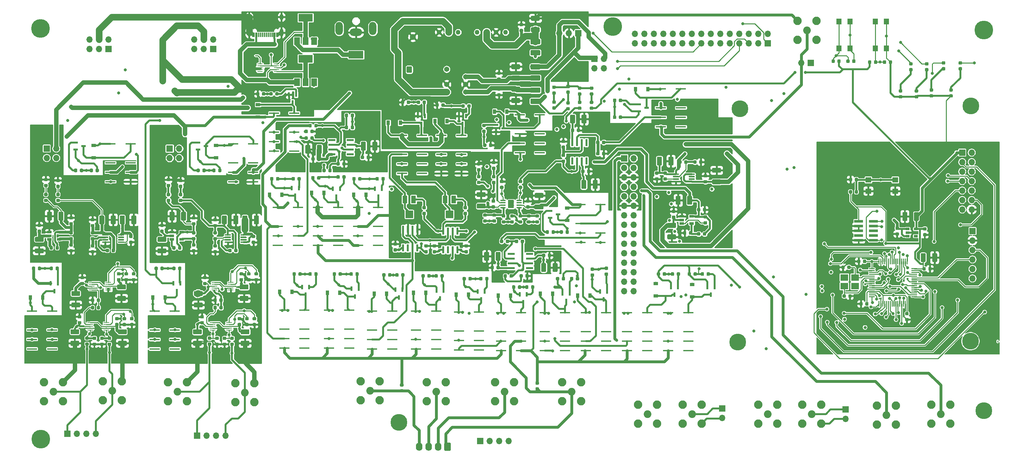
<source format=gbr>
G04 #@! TF.GenerationSoftware,KiCad,Pcbnew,(5.1.6-0-10_14)*
G04 #@! TF.CreationDate,2021-10-01T11:36:57+02:00*
G04 #@! TF.ProjectId,BioZ_front_end_V2_1,42696f5a-5f66-4726-9f6e-745f656e645f,rev?*
G04 #@! TF.SameCoordinates,Original*
G04 #@! TF.FileFunction,Copper,L1,Top*
G04 #@! TF.FilePolarity,Positive*
%FSLAX46Y46*%
G04 Gerber Fmt 4.6, Leading zero omitted, Abs format (unit mm)*
G04 Created by KiCad (PCBNEW (5.1.6-0-10_14)) date 2021-10-01 11:36:57*
%MOMM*%
%LPD*%
G01*
G04 APERTURE LIST*
G04 #@! TA.AperFunction,SMDPad,CuDef*
%ADD10R,1.498600X0.250000*%
G04 #@! TD*
G04 #@! TA.AperFunction,SMDPad,CuDef*
%ADD11R,0.600000X1.300000*%
G04 #@! TD*
G04 #@! TA.AperFunction,SMDPad,CuDef*
%ADD12R,2.717800X0.457200*%
G04 #@! TD*
G04 #@! TA.AperFunction,SMDPad,CuDef*
%ADD13R,0.900000X1.200000*%
G04 #@! TD*
G04 #@! TA.AperFunction,SMDPad,CuDef*
%ADD14R,1.200000X0.900000*%
G04 #@! TD*
G04 #@! TA.AperFunction,SMDPad,CuDef*
%ADD15R,1.300000X0.600000*%
G04 #@! TD*
G04 #@! TA.AperFunction,ComponentPad*
%ADD16O,1.700000X1.700000*%
G04 #@! TD*
G04 #@! TA.AperFunction,ComponentPad*
%ADD17R,1.700000X1.700000*%
G04 #@! TD*
G04 #@! TA.AperFunction,SMDPad,CuDef*
%ADD18R,1.220000X0.650000*%
G04 #@! TD*
G04 #@! TA.AperFunction,ComponentPad*
%ADD19C,2.250000*%
G04 #@! TD*
G04 #@! TA.AperFunction,ComponentPad*
%ADD20C,2.050000*%
G04 #@! TD*
G04 #@! TA.AperFunction,SMDPad,CuDef*
%ADD21R,1.500000X2.000000*%
G04 #@! TD*
G04 #@! TA.AperFunction,SMDPad,CuDef*
%ADD22R,3.800000X2.000000*%
G04 #@! TD*
G04 #@! TA.AperFunction,SMDPad,CuDef*
%ADD23R,2.100000X1.800000*%
G04 #@! TD*
G04 #@! TA.AperFunction,SMDPad,CuDef*
%ADD24R,1.300000X2.000000*%
G04 #@! TD*
G04 #@! TA.AperFunction,SMDPad,CuDef*
%ADD25R,2.000000X2.000000*%
G04 #@! TD*
G04 #@! TA.AperFunction,SMDPad,CuDef*
%ADD26R,1.060000X0.650000*%
G04 #@! TD*
G04 #@! TA.AperFunction,ComponentPad*
%ADD27C,1.270000*%
G04 #@! TD*
G04 #@! TA.AperFunction,SMDPad,CuDef*
%ADD28R,1.397000X0.279400*%
G04 #@! TD*
G04 #@! TA.AperFunction,SMDPad,CuDef*
%ADD29R,1.970000X0.600000*%
G04 #@! TD*
G04 #@! TA.AperFunction,SMDPad,CuDef*
%ADD30R,1.600000X1.400000*%
G04 #@! TD*
G04 #@! TA.AperFunction,SMDPad,CuDef*
%ADD31R,1.400000X1.600000*%
G04 #@! TD*
G04 #@! TA.AperFunction,ComponentPad*
%ADD32O,1.000000X2.100000*%
G04 #@! TD*
G04 #@! TA.AperFunction,ComponentPad*
%ADD33O,1.000000X1.600000*%
G04 #@! TD*
G04 #@! TA.AperFunction,SMDPad,CuDef*
%ADD34R,0.300000X1.150000*%
G04 #@! TD*
G04 #@! TA.AperFunction,ComponentPad*
%ADD35C,1.600000*%
G04 #@! TD*
G04 #@! TA.AperFunction,ComponentPad*
%ADD36R,1.600000X1.600000*%
G04 #@! TD*
G04 #@! TA.AperFunction,SMDPad,CuDef*
%ADD37R,0.600000X1.970000*%
G04 #@! TD*
G04 #@! TA.AperFunction,SMDPad,CuDef*
%ADD38R,1.422400X0.431800*%
G04 #@! TD*
G04 #@! TA.AperFunction,SMDPad,CuDef*
%ADD39R,1.500000X2.200000*%
G04 #@! TD*
G04 #@! TA.AperFunction,ComponentPad*
%ADD40O,1.740000X2.190000*%
G04 #@! TD*
G04 #@! TA.AperFunction,SMDPad,CuDef*
%ADD41R,2.400000X0.740000*%
G04 #@! TD*
G04 #@! TA.AperFunction,ComponentPad*
%ADD42R,4.000000X2.000000*%
G04 #@! TD*
G04 #@! TA.AperFunction,ComponentPad*
%ADD43O,3.300000X2.000000*%
G04 #@! TD*
G04 #@! TA.AperFunction,ComponentPad*
%ADD44O,2.000000X3.500000*%
G04 #@! TD*
G04 #@! TA.AperFunction,ComponentPad*
%ADD45C,1.371600*%
G04 #@! TD*
G04 #@! TA.AperFunction,ViaPad*
%ADD46C,5.000000*%
G04 #@! TD*
G04 #@! TA.AperFunction,ViaPad*
%ADD47C,4.500000*%
G04 #@! TD*
G04 #@! TA.AperFunction,ViaPad*
%ADD48C,0.800000*%
G04 #@! TD*
G04 #@! TA.AperFunction,ViaPad*
%ADD49C,0.600000*%
G04 #@! TD*
G04 #@! TA.AperFunction,Conductor*
%ADD50C,0.250000*%
G04 #@! TD*
G04 #@! TA.AperFunction,Conductor*
%ADD51C,1.200000*%
G04 #@! TD*
G04 #@! TA.AperFunction,Conductor*
%ADD52C,0.800000*%
G04 #@! TD*
G04 #@! TA.AperFunction,Conductor*
%ADD53C,0.500000*%
G04 #@! TD*
G04 #@! TA.AperFunction,Conductor*
%ADD54C,1.800000*%
G04 #@! TD*
G04 #@! TA.AperFunction,Conductor*
%ADD55C,0.180000*%
G04 #@! TD*
G04 #@! TA.AperFunction,Conductor*
%ADD56C,0.254000*%
G04 #@! TD*
G04 APERTURE END LIST*
D10*
G04 #@! TO.P,U8,10*
G04 #@! TO.N,ch2+_Cout*
X68365600Y-117490600D03*
G04 #@! TO.P,U8,9*
G04 #@! TO.N,GND*
X68365600Y-117008000D03*
G04 #@! TO.P,U8,8*
G04 #@! TO.N,+14V5_CH2*
X68365600Y-116500000D03*
G04 #@! TO.P,U8,7*
G04 #@! TO.N,Net-(R38-Pad1)*
X68365600Y-115992000D03*
G04 #@! TO.P,U8,6*
G04 #@! TO.N,-14V5_CH2*
X68365600Y-115509400D03*
G04 #@! TO.P,U8,5*
G04 #@! TO.N,A1_2*
X72734400Y-115509400D03*
G04 #@! TO.P,U8,4*
G04 #@! TO.N,A0_2*
X72734400Y-115992000D03*
G04 #@! TO.P,U8,3*
G04 #@! TO.N,-14V5_CH2*
X72734400Y-116500000D03*
G04 #@! TO.P,U8,2*
G04 #@! TO.N,GND*
X72734400Y-117008000D03*
G04 #@! TO.P,U8,1*
G04 #@! TO.N,ch2-_Cout*
X72734400Y-117490600D03*
G04 #@! TD*
G04 #@! TO.P,U9,10*
G04 #@! TO.N,ch1+_Cout*
X35565600Y-117490600D03*
G04 #@! TO.P,U9,9*
G04 #@! TO.N,GND*
X35565600Y-117008000D03*
G04 #@! TO.P,U9,8*
G04 #@! TO.N,+14V5_CH1*
X35565600Y-116500000D03*
G04 #@! TO.P,U9,7*
G04 #@! TO.N,Net-(R39-Pad1)*
X35565600Y-115992000D03*
G04 #@! TO.P,U9,6*
G04 #@! TO.N,-14V5_CH2*
X35565600Y-115509400D03*
G04 #@! TO.P,U9,5*
G04 #@! TO.N,A1_0*
X39934400Y-115509400D03*
G04 #@! TO.P,U9,4*
G04 #@! TO.N,A0_0*
X39934400Y-115992000D03*
G04 #@! TO.P,U9,3*
G04 #@! TO.N,-14V5_CH2*
X39934400Y-116500000D03*
G04 #@! TO.P,U9,2*
G04 #@! TO.N,GND*
X39934400Y-117008000D03*
G04 #@! TO.P,U9,1*
G04 #@! TO.N,ch1-_Cout*
X39934400Y-117490600D03*
G04 #@! TD*
G04 #@! TO.P,U12,10*
G04 #@! TO.N,Net-(C58-Pad1)*
X36065600Y-106740600D03*
G04 #@! TO.P,U12,9*
G04 #@! TO.N,GND*
X36065600Y-106258000D03*
G04 #@! TO.P,U12,8*
G04 #@! TO.N,+14V5_CH1*
X36065600Y-105750000D03*
G04 #@! TO.P,U12,7*
G04 #@! TO.N,ch1_out*
X36065600Y-105242000D03*
G04 #@! TO.P,U12,6*
G04 #@! TO.N,-14V5_CH2*
X36065600Y-104759400D03*
G04 #@! TO.P,U12,5*
G04 #@! TO.N,A1_1*
X40434400Y-104759400D03*
G04 #@! TO.P,U12,4*
G04 #@! TO.N,A0_1*
X40434400Y-105242000D03*
G04 #@! TO.P,U12,3*
G04 #@! TO.N,-14V5_CH2*
X40434400Y-105750000D03*
G04 #@! TO.P,U12,2*
G04 #@! TO.N,GND*
X40434400Y-106258000D03*
G04 #@! TO.P,U12,1*
X40434400Y-106740600D03*
G04 #@! TD*
G04 #@! TO.P,U20,64*
G04 #@! TO.N,+3V3*
G04 #@! TA.AperFunction,SMDPad,CuDef*
G36*
G01*
X246615000Y-99832500D02*
X246615000Y-98417500D01*
G75*
G02*
X246682500Y-98350000I67500J0D01*
G01*
X246817500Y-98350000D01*
G75*
G02*
X246885000Y-98417500I0J-67500D01*
G01*
X246885000Y-99832500D01*
G75*
G02*
X246817500Y-99900000I-67500J0D01*
G01*
X246682500Y-99900000D01*
G75*
G02*
X246615000Y-99832500I0J67500D01*
G01*
G37*
G04 #@! TD.AperFunction*
G04 #@! TO.P,U20,63*
G04 #@! TO.N,GND*
G04 #@! TA.AperFunction,SMDPad,CuDef*
G36*
G01*
X247115000Y-99832500D02*
X247115000Y-98417500D01*
G75*
G02*
X247182500Y-98350000I67500J0D01*
G01*
X247317500Y-98350000D01*
G75*
G02*
X247385000Y-98417500I0J-67500D01*
G01*
X247385000Y-99832500D01*
G75*
G02*
X247317500Y-99900000I-67500J0D01*
G01*
X247182500Y-99900000D01*
G75*
G02*
X247115000Y-99832500I0J67500D01*
G01*
G37*
G04 #@! TD.AperFunction*
G04 #@! TO.P,U20,62*
G04 #@! TO.N,TIA_coupling_COM*
G04 #@! TA.AperFunction,SMDPad,CuDef*
G36*
G01*
X247615000Y-99832500D02*
X247615000Y-98417500D01*
G75*
G02*
X247682500Y-98350000I67500J0D01*
G01*
X247817500Y-98350000D01*
G75*
G02*
X247885000Y-98417500I0J-67500D01*
G01*
X247885000Y-99832500D01*
G75*
G02*
X247817500Y-99900000I-67500J0D01*
G01*
X247682500Y-99900000D01*
G75*
G02*
X247615000Y-99832500I0J67500D01*
G01*
G37*
G04 #@! TD.AperFunction*
G04 #@! TO.P,U20,61*
G04 #@! TO.N,TIA_2_CH2_COM*
G04 #@! TA.AperFunction,SMDPad,CuDef*
G36*
G01*
X248115000Y-99832500D02*
X248115000Y-98417500D01*
G75*
G02*
X248182500Y-98350000I67500J0D01*
G01*
X248317500Y-98350000D01*
G75*
G02*
X248385000Y-98417500I0J-67500D01*
G01*
X248385000Y-99832500D01*
G75*
G02*
X248317500Y-99900000I-67500J0D01*
G01*
X248182500Y-99900000D01*
G75*
G02*
X248115000Y-99832500I0J67500D01*
G01*
G37*
G04 #@! TD.AperFunction*
G04 #@! TO.P,U20,60*
G04 #@! TO.N,GND*
G04 #@! TA.AperFunction,SMDPad,CuDef*
G36*
G01*
X248615000Y-99832500D02*
X248615000Y-98417500D01*
G75*
G02*
X248682500Y-98350000I67500J0D01*
G01*
X248817500Y-98350000D01*
G75*
G02*
X248885000Y-98417500I0J-67500D01*
G01*
X248885000Y-99832500D01*
G75*
G02*
X248817500Y-99900000I-67500J0D01*
G01*
X248682500Y-99900000D01*
G75*
G02*
X248615000Y-99832500I0J67500D01*
G01*
G37*
G04 #@! TD.AperFunction*
G04 #@! TO.P,U20,59*
G04 #@! TO.N,TIA_Select_2_COM*
G04 #@! TA.AperFunction,SMDPad,CuDef*
G36*
G01*
X249115000Y-99832500D02*
X249115000Y-98417500D01*
G75*
G02*
X249182500Y-98350000I67500J0D01*
G01*
X249317500Y-98350000D01*
G75*
G02*
X249385000Y-98417500I0J-67500D01*
G01*
X249385000Y-99832500D01*
G75*
G02*
X249317500Y-99900000I-67500J0D01*
G01*
X249182500Y-99900000D01*
G75*
G02*
X249115000Y-99832500I0J67500D01*
G01*
G37*
G04 #@! TD.AperFunction*
G04 #@! TO.P,U20,58*
G04 #@! TO.N,TIA_Select_1_COM*
G04 #@! TA.AperFunction,SMDPad,CuDef*
G36*
G01*
X249615000Y-99832500D02*
X249615000Y-98417500D01*
G75*
G02*
X249682500Y-98350000I67500J0D01*
G01*
X249817500Y-98350000D01*
G75*
G02*
X249885000Y-98417500I0J-67500D01*
G01*
X249885000Y-99832500D01*
G75*
G02*
X249817500Y-99900000I-67500J0D01*
G01*
X249682500Y-99900000D01*
G75*
G02*
X249615000Y-99832500I0J67500D01*
G01*
G37*
G04 #@! TD.AperFunction*
G04 #@! TO.P,U20,57*
G04 #@! TO.N,STIM_INPUT_COM*
G04 #@! TA.AperFunction,SMDPad,CuDef*
G36*
G01*
X250115000Y-99832500D02*
X250115000Y-98417500D01*
G75*
G02*
X250182500Y-98350000I67500J0D01*
G01*
X250317500Y-98350000D01*
G75*
G02*
X250385000Y-98417500I0J-67500D01*
G01*
X250385000Y-99832500D01*
G75*
G02*
X250317500Y-99900000I-67500J0D01*
G01*
X250182500Y-99900000D01*
G75*
G02*
X250115000Y-99832500I0J67500D01*
G01*
G37*
G04 #@! TD.AperFunction*
G04 #@! TO.P,U20,56*
G04 #@! TO.N,DC_FB_COM*
G04 #@! TA.AperFunction,SMDPad,CuDef*
G36*
G01*
X250615000Y-99832500D02*
X250615000Y-98417500D01*
G75*
G02*
X250682500Y-98350000I67500J0D01*
G01*
X250817500Y-98350000D01*
G75*
G02*
X250885000Y-98417500I0J-67500D01*
G01*
X250885000Y-99832500D01*
G75*
G02*
X250817500Y-99900000I-67500J0D01*
G01*
X250682500Y-99900000D01*
G75*
G02*
X250615000Y-99832500I0J67500D01*
G01*
G37*
G04 #@! TD.AperFunction*
G04 #@! TO.P,U20,55*
G04 #@! TO.N,CH2_output_COM*
G04 #@! TA.AperFunction,SMDPad,CuDef*
G36*
G01*
X251115000Y-99832500D02*
X251115000Y-98417500D01*
G75*
G02*
X251182500Y-98350000I67500J0D01*
G01*
X251317500Y-98350000D01*
G75*
G02*
X251385000Y-98417500I0J-67500D01*
G01*
X251385000Y-99832500D01*
G75*
G02*
X251317500Y-99900000I-67500J0D01*
G01*
X251182500Y-99900000D01*
G75*
G02*
X251115000Y-99832500I0J67500D01*
G01*
G37*
G04 #@! TD.AperFunction*
G04 #@! TO.P,U20,54*
G04 #@! TO.N,N/C*
G04 #@! TA.AperFunction,SMDPad,CuDef*
G36*
G01*
X251615000Y-99832500D02*
X251615000Y-98417500D01*
G75*
G02*
X251682500Y-98350000I67500J0D01*
G01*
X251817500Y-98350000D01*
G75*
G02*
X251885000Y-98417500I0J-67500D01*
G01*
X251885000Y-99832500D01*
G75*
G02*
X251817500Y-99900000I-67500J0D01*
G01*
X251682500Y-99900000D01*
G75*
G02*
X251615000Y-99832500I0J67500D01*
G01*
G37*
G04 #@! TD.AperFunction*
G04 #@! TO.P,U20,53*
G04 #@! TO.N,gnd_2_stim-_COM*
G04 #@! TA.AperFunction,SMDPad,CuDef*
G36*
G01*
X252115000Y-99832500D02*
X252115000Y-98417500D01*
G75*
G02*
X252182500Y-98350000I67500J0D01*
G01*
X252317500Y-98350000D01*
G75*
G02*
X252385000Y-98417500I0J-67500D01*
G01*
X252385000Y-99832500D01*
G75*
G02*
X252317500Y-99900000I-67500J0D01*
G01*
X252182500Y-99900000D01*
G75*
G02*
X252115000Y-99832500I0J67500D01*
G01*
G37*
G04 #@! TD.AperFunction*
G04 #@! TO.P,U20,52*
G04 #@! TO.N,tia_2_stim-_COM*
G04 #@! TA.AperFunction,SMDPad,CuDef*
G36*
G01*
X252615000Y-99832500D02*
X252615000Y-98417500D01*
G75*
G02*
X252682500Y-98350000I67500J0D01*
G01*
X252817500Y-98350000D01*
G75*
G02*
X252885000Y-98417500I0J-67500D01*
G01*
X252885000Y-99832500D01*
G75*
G02*
X252817500Y-99900000I-67500J0D01*
G01*
X252682500Y-99900000D01*
G75*
G02*
X252615000Y-99832500I0J67500D01*
G01*
G37*
G04 #@! TD.AperFunction*
G04 #@! TO.P,U20,51*
G04 #@! TO.N,V-_2_stim-_COM*
G04 #@! TA.AperFunction,SMDPad,CuDef*
G36*
G01*
X253115000Y-99832500D02*
X253115000Y-98417500D01*
G75*
G02*
X253182500Y-98350000I67500J0D01*
G01*
X253317500Y-98350000D01*
G75*
G02*
X253385000Y-98417500I0J-67500D01*
G01*
X253385000Y-99832500D01*
G75*
G02*
X253317500Y-99900000I-67500J0D01*
G01*
X253182500Y-99900000D01*
G75*
G02*
X253115000Y-99832500I0J67500D01*
G01*
G37*
G04 #@! TD.AperFunction*
G04 #@! TO.P,U20,50*
G04 #@! TO.N,/PA15*
G04 #@! TA.AperFunction,SMDPad,CuDef*
G36*
G01*
X253615000Y-99832500D02*
X253615000Y-98417500D01*
G75*
G02*
X253682500Y-98350000I67500J0D01*
G01*
X253817500Y-98350000D01*
G75*
G02*
X253885000Y-98417500I0J-67500D01*
G01*
X253885000Y-99832500D01*
G75*
G02*
X253817500Y-99900000I-67500J0D01*
G01*
X253682500Y-99900000D01*
G75*
G02*
X253615000Y-99832500I0J67500D01*
G01*
G37*
G04 #@! TD.AperFunction*
G04 #@! TO.P,U20,49*
G04 #@! TO.N,/SWCLK*
G04 #@! TA.AperFunction,SMDPad,CuDef*
G36*
G01*
X254115000Y-99832500D02*
X254115000Y-98417500D01*
G75*
G02*
X254182500Y-98350000I67500J0D01*
G01*
X254317500Y-98350000D01*
G75*
G02*
X254385000Y-98417500I0J-67500D01*
G01*
X254385000Y-99832500D01*
G75*
G02*
X254317500Y-99900000I-67500J0D01*
G01*
X254182500Y-99900000D01*
G75*
G02*
X254115000Y-99832500I0J67500D01*
G01*
G37*
G04 #@! TD.AperFunction*
G04 #@! TO.P,U20,48*
G04 #@! TO.N,+3V3*
G04 #@! TA.AperFunction,SMDPad,CuDef*
G36*
G01*
X255400000Y-101117500D02*
X255400000Y-100982500D01*
G75*
G02*
X255467500Y-100915000I67500J0D01*
G01*
X256882500Y-100915000D01*
G75*
G02*
X256950000Y-100982500I0J-67500D01*
G01*
X256950000Y-101117500D01*
G75*
G02*
X256882500Y-101185000I-67500J0D01*
G01*
X255467500Y-101185000D01*
G75*
G02*
X255400000Y-101117500I0J67500D01*
G01*
G37*
G04 #@! TD.AperFunction*
G04 #@! TO.P,U20,47*
G04 #@! TO.N,GND*
G04 #@! TA.AperFunction,SMDPad,CuDef*
G36*
G01*
X255400000Y-101617500D02*
X255400000Y-101482500D01*
G75*
G02*
X255467500Y-101415000I67500J0D01*
G01*
X256882500Y-101415000D01*
G75*
G02*
X256950000Y-101482500I0J-67500D01*
G01*
X256950000Y-101617500D01*
G75*
G02*
X256882500Y-101685000I-67500J0D01*
G01*
X255467500Y-101685000D01*
G75*
G02*
X255400000Y-101617500I0J67500D01*
G01*
G37*
G04 #@! TD.AperFunction*
G04 #@! TO.P,U20,46*
G04 #@! TO.N,/SWDIO*
G04 #@! TA.AperFunction,SMDPad,CuDef*
G36*
G01*
X255400000Y-102117500D02*
X255400000Y-101982500D01*
G75*
G02*
X255467500Y-101915000I67500J0D01*
G01*
X256882500Y-101915000D01*
G75*
G02*
X256950000Y-101982500I0J-67500D01*
G01*
X256950000Y-102117500D01*
G75*
G02*
X256882500Y-102185000I-67500J0D01*
G01*
X255467500Y-102185000D01*
G75*
G02*
X255400000Y-102117500I0J67500D01*
G01*
G37*
G04 #@! TD.AperFunction*
G04 #@! TO.P,U20,45*
G04 #@! TO.N,/PA12*
G04 #@! TA.AperFunction,SMDPad,CuDef*
G36*
G01*
X255400000Y-102617500D02*
X255400000Y-102482500D01*
G75*
G02*
X255467500Y-102415000I67500J0D01*
G01*
X256882500Y-102415000D01*
G75*
G02*
X256950000Y-102482500I0J-67500D01*
G01*
X256950000Y-102617500D01*
G75*
G02*
X256882500Y-102685000I-67500J0D01*
G01*
X255467500Y-102685000D01*
G75*
G02*
X255400000Y-102617500I0J67500D01*
G01*
G37*
G04 #@! TD.AperFunction*
G04 #@! TO.P,U20,44*
G04 #@! TO.N,/PA11*
G04 #@! TA.AperFunction,SMDPad,CuDef*
G36*
G01*
X255400000Y-103117500D02*
X255400000Y-102982500D01*
G75*
G02*
X255467500Y-102915000I67500J0D01*
G01*
X256882500Y-102915000D01*
G75*
G02*
X256950000Y-102982500I0J-67500D01*
G01*
X256950000Y-103117500D01*
G75*
G02*
X256882500Y-103185000I-67500J0D01*
G01*
X255467500Y-103185000D01*
G75*
G02*
X255400000Y-103117500I0J67500D01*
G01*
G37*
G04 #@! TD.AperFunction*
G04 #@! TO.P,U20,43*
G04 #@! TO.N,/UART_RX*
G04 #@! TA.AperFunction,SMDPad,CuDef*
G36*
G01*
X255400000Y-103617500D02*
X255400000Y-103482500D01*
G75*
G02*
X255467500Y-103415000I67500J0D01*
G01*
X256882500Y-103415000D01*
G75*
G02*
X256950000Y-103482500I0J-67500D01*
G01*
X256950000Y-103617500D01*
G75*
G02*
X256882500Y-103685000I-67500J0D01*
G01*
X255467500Y-103685000D01*
G75*
G02*
X255400000Y-103617500I0J67500D01*
G01*
G37*
G04 #@! TD.AperFunction*
G04 #@! TO.P,U20,42*
G04 #@! TO.N,/UART_TX*
G04 #@! TA.AperFunction,SMDPad,CuDef*
G36*
G01*
X255400000Y-104117500D02*
X255400000Y-103982500D01*
G75*
G02*
X255467500Y-103915000I67500J0D01*
G01*
X256882500Y-103915000D01*
G75*
G02*
X256950000Y-103982500I0J-67500D01*
G01*
X256950000Y-104117500D01*
G75*
G02*
X256882500Y-104185000I-67500J0D01*
G01*
X255467500Y-104185000D01*
G75*
G02*
X255400000Y-104117500I0J67500D01*
G01*
G37*
G04 #@! TD.AperFunction*
G04 #@! TO.P,U20,41*
G04 #@! TO.N,/PA8*
G04 #@! TA.AperFunction,SMDPad,CuDef*
G36*
G01*
X255400000Y-104617500D02*
X255400000Y-104482500D01*
G75*
G02*
X255467500Y-104415000I67500J0D01*
G01*
X256882500Y-104415000D01*
G75*
G02*
X256950000Y-104482500I0J-67500D01*
G01*
X256950000Y-104617500D01*
G75*
G02*
X256882500Y-104685000I-67500J0D01*
G01*
X255467500Y-104685000D01*
G75*
G02*
X255400000Y-104617500I0J67500D01*
G01*
G37*
G04 #@! TD.AperFunction*
G04 #@! TO.P,U20,40*
G04 #@! TO.N,I-_2_stim-_COM*
G04 #@! TA.AperFunction,SMDPad,CuDef*
G36*
G01*
X255400000Y-105117500D02*
X255400000Y-104982500D01*
G75*
G02*
X255467500Y-104915000I67500J0D01*
G01*
X256882500Y-104915000D01*
G75*
G02*
X256950000Y-104982500I0J-67500D01*
G01*
X256950000Y-105117500D01*
G75*
G02*
X256882500Y-105185000I-67500J0D01*
G01*
X255467500Y-105185000D01*
G75*
G02*
X255400000Y-105117500I0J67500D01*
G01*
G37*
G04 #@! TD.AperFunction*
G04 #@! TO.P,U20,39*
G04 #@! TO.N,/PC8*
G04 #@! TA.AperFunction,SMDPad,CuDef*
G36*
G01*
X255400000Y-105617500D02*
X255400000Y-105482500D01*
G75*
G02*
X255467500Y-105415000I67500J0D01*
G01*
X256882500Y-105415000D01*
G75*
G02*
X256950000Y-105482500I0J-67500D01*
G01*
X256950000Y-105617500D01*
G75*
G02*
X256882500Y-105685000I-67500J0D01*
G01*
X255467500Y-105685000D01*
G75*
G02*
X255400000Y-105617500I0J67500D01*
G01*
G37*
G04 #@! TD.AperFunction*
G04 #@! TO.P,U20,38*
G04 #@! TO.N,/PC7*
G04 #@! TA.AperFunction,SMDPad,CuDef*
G36*
G01*
X255400000Y-106117500D02*
X255400000Y-105982500D01*
G75*
G02*
X255467500Y-105915000I67500J0D01*
G01*
X256882500Y-105915000D01*
G75*
G02*
X256950000Y-105982500I0J-67500D01*
G01*
X256950000Y-106117500D01*
G75*
G02*
X256882500Y-106185000I-67500J0D01*
G01*
X255467500Y-106185000D01*
G75*
G02*
X255400000Y-106117500I0J67500D01*
G01*
G37*
G04 #@! TD.AperFunction*
G04 #@! TO.P,U20,37*
G04 #@! TO.N,/PC6*
G04 #@! TA.AperFunction,SMDPad,CuDef*
G36*
G01*
X255400000Y-106617500D02*
X255400000Y-106482500D01*
G75*
G02*
X255467500Y-106415000I67500J0D01*
G01*
X256882500Y-106415000D01*
G75*
G02*
X256950000Y-106482500I0J-67500D01*
G01*
X256950000Y-106617500D01*
G75*
G02*
X256882500Y-106685000I-67500J0D01*
G01*
X255467500Y-106685000D01*
G75*
G02*
X255400000Y-106617500I0J67500D01*
G01*
G37*
G04 #@! TD.AperFunction*
G04 #@! TO.P,U20,36*
G04 #@! TO.N,V+_2_stim+_COM*
G04 #@! TA.AperFunction,SMDPad,CuDef*
G36*
G01*
X255400000Y-107117500D02*
X255400000Y-106982500D01*
G75*
G02*
X255467500Y-106915000I67500J0D01*
G01*
X256882500Y-106915000D01*
G75*
G02*
X256950000Y-106982500I0J-67500D01*
G01*
X256950000Y-107117500D01*
G75*
G02*
X256882500Y-107185000I-67500J0D01*
G01*
X255467500Y-107185000D01*
G75*
G02*
X255400000Y-107117500I0J67500D01*
G01*
G37*
G04 #@! TD.AperFunction*
G04 #@! TO.P,U20,35*
G04 #@! TO.N,I+_2_stim+_COM*
G04 #@! TA.AperFunction,SMDPad,CuDef*
G36*
G01*
X255400000Y-107617500D02*
X255400000Y-107482500D01*
G75*
G02*
X255467500Y-107415000I67500J0D01*
G01*
X256882500Y-107415000D01*
G75*
G02*
X256950000Y-107482500I0J-67500D01*
G01*
X256950000Y-107617500D01*
G75*
G02*
X256882500Y-107685000I-67500J0D01*
G01*
X255467500Y-107685000D01*
G75*
G02*
X255400000Y-107617500I0J67500D01*
G01*
G37*
G04 #@! TD.AperFunction*
G04 #@! TO.P,U20,34*
G04 #@! TO.N,volta_2_stim+_COM*
G04 #@! TA.AperFunction,SMDPad,CuDef*
G36*
G01*
X255400000Y-108117500D02*
X255400000Y-107982500D01*
G75*
G02*
X255467500Y-107915000I67500J0D01*
G01*
X256882500Y-107915000D01*
G75*
G02*
X256950000Y-107982500I0J-67500D01*
G01*
X256950000Y-108117500D01*
G75*
G02*
X256882500Y-108185000I-67500J0D01*
G01*
X255467500Y-108185000D01*
G75*
G02*
X255400000Y-108117500I0J67500D01*
G01*
G37*
G04 #@! TD.AperFunction*
G04 #@! TO.P,U20,33*
G04 #@! TO.N,Current_source_gain_COM*
G04 #@! TA.AperFunction,SMDPad,CuDef*
G36*
G01*
X255400000Y-108617500D02*
X255400000Y-108482500D01*
G75*
G02*
X255467500Y-108415000I67500J0D01*
G01*
X256882500Y-108415000D01*
G75*
G02*
X256950000Y-108482500I0J-67500D01*
G01*
X256950000Y-108617500D01*
G75*
G02*
X256882500Y-108685000I-67500J0D01*
G01*
X255467500Y-108685000D01*
G75*
G02*
X255400000Y-108617500I0J67500D01*
G01*
G37*
G04 #@! TD.AperFunction*
G04 #@! TO.P,U20,32*
G04 #@! TO.N,+3V3*
G04 #@! TA.AperFunction,SMDPad,CuDef*
G36*
G01*
X254115000Y-111182500D02*
X254115000Y-109767500D01*
G75*
G02*
X254182500Y-109700000I67500J0D01*
G01*
X254317500Y-109700000D01*
G75*
G02*
X254385000Y-109767500I0J-67500D01*
G01*
X254385000Y-111182500D01*
G75*
G02*
X254317500Y-111250000I-67500J0D01*
G01*
X254182500Y-111250000D01*
G75*
G02*
X254115000Y-111182500I0J67500D01*
G01*
G37*
G04 #@! TD.AperFunction*
G04 #@! TO.P,U20,31*
G04 #@! TO.N,GND*
G04 #@! TA.AperFunction,SMDPad,CuDef*
G36*
G01*
X253615000Y-111182500D02*
X253615000Y-109767500D01*
G75*
G02*
X253682500Y-109700000I67500J0D01*
G01*
X253817500Y-109700000D01*
G75*
G02*
X253885000Y-109767500I0J-67500D01*
G01*
X253885000Y-111182500D01*
G75*
G02*
X253817500Y-111250000I-67500J0D01*
G01*
X253682500Y-111250000D01*
G75*
G02*
X253615000Y-111182500I0J67500D01*
G01*
G37*
G04 #@! TD.AperFunction*
G04 #@! TO.P,U20,30*
G04 #@! TO.N,Current_source_in_COM*
G04 #@! TA.AperFunction,SMDPad,CuDef*
G36*
G01*
X253115000Y-111182500D02*
X253115000Y-109767500D01*
G75*
G02*
X253182500Y-109700000I67500J0D01*
G01*
X253317500Y-109700000D01*
G75*
G02*
X253385000Y-109767500I0J-67500D01*
G01*
X253385000Y-111182500D01*
G75*
G02*
X253317500Y-111250000I-67500J0D01*
G01*
X253182500Y-111250000D01*
G75*
G02*
X253115000Y-111182500I0J67500D01*
G01*
G37*
G04 #@! TD.AperFunction*
G04 #@! TO.P,U20,29*
G04 #@! TO.N,volta_EN_COM*
G04 #@! TA.AperFunction,SMDPad,CuDef*
G36*
G01*
X252615000Y-111182500D02*
X252615000Y-109767500D01*
G75*
G02*
X252682500Y-109700000I67500J0D01*
G01*
X252817500Y-109700000D01*
G75*
G02*
X252885000Y-109767500I0J-67500D01*
G01*
X252885000Y-111182500D01*
G75*
G02*
X252817500Y-111250000I-67500J0D01*
G01*
X252682500Y-111250000D01*
G75*
G02*
X252615000Y-111182500I0J67500D01*
G01*
G37*
G04 #@! TD.AperFunction*
G04 #@! TO.P,U20,28*
G04 #@! TO.N,CH2_coupling_COM*
G04 #@! TA.AperFunction,SMDPad,CuDef*
G36*
G01*
X252115000Y-111182500D02*
X252115000Y-109767500D01*
G75*
G02*
X252182500Y-109700000I67500J0D01*
G01*
X252317500Y-109700000D01*
G75*
G02*
X252385000Y-109767500I0J-67500D01*
G01*
X252385000Y-111182500D01*
G75*
G02*
X252317500Y-111250000I-67500J0D01*
G01*
X252182500Y-111250000D01*
G75*
G02*
X252115000Y-111182500I0J67500D01*
G01*
G37*
G04 #@! TD.AperFunction*
G04 #@! TO.P,U20,27*
G04 #@! TO.N,CH1_output_COM*
G04 #@! TA.AperFunction,SMDPad,CuDef*
G36*
G01*
X251615000Y-111182500D02*
X251615000Y-109767500D01*
G75*
G02*
X251682500Y-109700000I67500J0D01*
G01*
X251817500Y-109700000D01*
G75*
G02*
X251885000Y-109767500I0J-67500D01*
G01*
X251885000Y-111182500D01*
G75*
G02*
X251817500Y-111250000I-67500J0D01*
G01*
X251682500Y-111250000D01*
G75*
G02*
X251615000Y-111182500I0J67500D01*
G01*
G37*
G04 #@! TD.AperFunction*
G04 #@! TO.P,U20,26*
G04 #@! TO.N,CH1_coupling_COM*
G04 #@! TA.AperFunction,SMDPad,CuDef*
G36*
G01*
X251115000Y-111182500D02*
X251115000Y-109767500D01*
G75*
G02*
X251182500Y-109700000I67500J0D01*
G01*
X251317500Y-109700000D01*
G75*
G02*
X251385000Y-109767500I0J-67500D01*
G01*
X251385000Y-111182500D01*
G75*
G02*
X251317500Y-111250000I-67500J0D01*
G01*
X251182500Y-111250000D01*
G75*
G02*
X251115000Y-111182500I0J67500D01*
G01*
G37*
G04 #@! TD.AperFunction*
G04 #@! TO.P,U20,25*
G04 #@! TO.N,TR1*
G04 #@! TA.AperFunction,SMDPad,CuDef*
G36*
G01*
X250615000Y-111182500D02*
X250615000Y-109767500D01*
G75*
G02*
X250682500Y-109700000I67500J0D01*
G01*
X250817500Y-109700000D01*
G75*
G02*
X250885000Y-109767500I0J-67500D01*
G01*
X250885000Y-111182500D01*
G75*
G02*
X250817500Y-111250000I-67500J0D01*
G01*
X250682500Y-111250000D01*
G75*
G02*
X250615000Y-111182500I0J67500D01*
G01*
G37*
G04 #@! TD.AperFunction*
G04 #@! TO.P,U20,24*
G04 #@! TO.N,TR2*
G04 #@! TA.AperFunction,SMDPad,CuDef*
G36*
G01*
X250115000Y-111182500D02*
X250115000Y-109767500D01*
G75*
G02*
X250182500Y-109700000I67500J0D01*
G01*
X250317500Y-109700000D01*
G75*
G02*
X250385000Y-109767500I0J-67500D01*
G01*
X250385000Y-111182500D01*
G75*
G02*
X250317500Y-111250000I-67500J0D01*
G01*
X250182500Y-111250000D01*
G75*
G02*
X250115000Y-111182500I0J67500D01*
G01*
G37*
G04 #@! TD.AperFunction*
G04 #@! TO.P,U20,23*
G04 #@! TO.N,/SPI_MOSI*
G04 #@! TA.AperFunction,SMDPad,CuDef*
G36*
G01*
X249615000Y-111182500D02*
X249615000Y-109767500D01*
G75*
G02*
X249682500Y-109700000I67500J0D01*
G01*
X249817500Y-109700000D01*
G75*
G02*
X249885000Y-109767500I0J-67500D01*
G01*
X249885000Y-111182500D01*
G75*
G02*
X249817500Y-111250000I-67500J0D01*
G01*
X249682500Y-111250000D01*
G75*
G02*
X249615000Y-111182500I0J67500D01*
G01*
G37*
G04 #@! TD.AperFunction*
G04 #@! TO.P,U20,22*
G04 #@! TO.N,/SPI_MISO*
G04 #@! TA.AperFunction,SMDPad,CuDef*
G36*
G01*
X249115000Y-111182500D02*
X249115000Y-109767500D01*
G75*
G02*
X249182500Y-109700000I67500J0D01*
G01*
X249317500Y-109700000D01*
G75*
G02*
X249385000Y-109767500I0J-67500D01*
G01*
X249385000Y-111182500D01*
G75*
G02*
X249317500Y-111250000I-67500J0D01*
G01*
X249182500Y-111250000D01*
G75*
G02*
X249115000Y-111182500I0J67500D01*
G01*
G37*
G04 #@! TD.AperFunction*
G04 #@! TO.P,U20,21*
G04 #@! TO.N,/SPI_SCK*
G04 #@! TA.AperFunction,SMDPad,CuDef*
G36*
G01*
X248615000Y-111182500D02*
X248615000Y-109767500D01*
G75*
G02*
X248682500Y-109700000I67500J0D01*
G01*
X248817500Y-109700000D01*
G75*
G02*
X248885000Y-109767500I0J-67500D01*
G01*
X248885000Y-111182500D01*
G75*
G02*
X248817500Y-111250000I-67500J0D01*
G01*
X248682500Y-111250000D01*
G75*
G02*
X248615000Y-111182500I0J67500D01*
G01*
G37*
G04 #@! TD.AperFunction*
G04 #@! TO.P,U20,20*
G04 #@! TO.N,/SPI_NSS*
G04 #@! TA.AperFunction,SMDPad,CuDef*
G36*
G01*
X248115000Y-111182500D02*
X248115000Y-109767500D01*
G75*
G02*
X248182500Y-109700000I67500J0D01*
G01*
X248317500Y-109700000D01*
G75*
G02*
X248385000Y-109767500I0J-67500D01*
G01*
X248385000Y-111182500D01*
G75*
G02*
X248317500Y-111250000I-67500J0D01*
G01*
X248182500Y-111250000D01*
G75*
G02*
X248115000Y-111182500I0J67500D01*
G01*
G37*
G04 #@! TD.AperFunction*
G04 #@! TO.P,U20,19*
G04 #@! TO.N,+3V3*
G04 #@! TA.AperFunction,SMDPad,CuDef*
G36*
G01*
X247615000Y-111182500D02*
X247615000Y-109767500D01*
G75*
G02*
X247682500Y-109700000I67500J0D01*
G01*
X247817500Y-109700000D01*
G75*
G02*
X247885000Y-109767500I0J-67500D01*
G01*
X247885000Y-111182500D01*
G75*
G02*
X247817500Y-111250000I-67500J0D01*
G01*
X247682500Y-111250000D01*
G75*
G02*
X247615000Y-111182500I0J67500D01*
G01*
G37*
G04 #@! TD.AperFunction*
G04 #@! TO.P,U20,18*
G04 #@! TO.N,GND*
G04 #@! TA.AperFunction,SMDPad,CuDef*
G36*
G01*
X247115000Y-111182500D02*
X247115000Y-109767500D01*
G75*
G02*
X247182500Y-109700000I67500J0D01*
G01*
X247317500Y-109700000D01*
G75*
G02*
X247385000Y-109767500I0J-67500D01*
G01*
X247385000Y-111182500D01*
G75*
G02*
X247317500Y-111250000I-67500J0D01*
G01*
X247182500Y-111250000D01*
G75*
G02*
X247115000Y-111182500I0J67500D01*
G01*
G37*
G04 #@! TD.AperFunction*
G04 #@! TO.P,U20,17*
G04 #@! TO.N,/PA3*
G04 #@! TA.AperFunction,SMDPad,CuDef*
G36*
G01*
X246615000Y-111182500D02*
X246615000Y-109767500D01*
G75*
G02*
X246682500Y-109700000I67500J0D01*
G01*
X246817500Y-109700000D01*
G75*
G02*
X246885000Y-109767500I0J-67500D01*
G01*
X246885000Y-111182500D01*
G75*
G02*
X246817500Y-111250000I-67500J0D01*
G01*
X246682500Y-111250000D01*
G75*
G02*
X246615000Y-111182500I0J67500D01*
G01*
G37*
G04 #@! TD.AperFunction*
G04 #@! TO.P,U20,16*
G04 #@! TO.N,/PA2*
G04 #@! TA.AperFunction,SMDPad,CuDef*
G36*
G01*
X244050000Y-108617500D02*
X244050000Y-108482500D01*
G75*
G02*
X244117500Y-108415000I67500J0D01*
G01*
X245532500Y-108415000D01*
G75*
G02*
X245600000Y-108482500I0J-67500D01*
G01*
X245600000Y-108617500D01*
G75*
G02*
X245532500Y-108685000I-67500J0D01*
G01*
X244117500Y-108685000D01*
G75*
G02*
X244050000Y-108617500I0J67500D01*
G01*
G37*
G04 #@! TD.AperFunction*
G04 #@! TO.P,U20,15*
G04 #@! TO.N,/PA1*
G04 #@! TA.AperFunction,SMDPad,CuDef*
G36*
G01*
X244050000Y-108117500D02*
X244050000Y-107982500D01*
G75*
G02*
X244117500Y-107915000I67500J0D01*
G01*
X245532500Y-107915000D01*
G75*
G02*
X245600000Y-107982500I0J-67500D01*
G01*
X245600000Y-108117500D01*
G75*
G02*
X245532500Y-108185000I-67500J0D01*
G01*
X244117500Y-108185000D01*
G75*
G02*
X244050000Y-108117500I0J67500D01*
G01*
G37*
G04 #@! TD.AperFunction*
G04 #@! TO.P,U20,14*
G04 #@! TO.N,/PA0*
G04 #@! TA.AperFunction,SMDPad,CuDef*
G36*
G01*
X244050000Y-107617500D02*
X244050000Y-107482500D01*
G75*
G02*
X244117500Y-107415000I67500J0D01*
G01*
X245532500Y-107415000D01*
G75*
G02*
X245600000Y-107482500I0J-67500D01*
G01*
X245600000Y-107617500D01*
G75*
G02*
X245532500Y-107685000I-67500J0D01*
G01*
X244117500Y-107685000D01*
G75*
G02*
X244050000Y-107617500I0J67500D01*
G01*
G37*
G04 #@! TD.AperFunction*
G04 #@! TO.P,U20,13*
G04 #@! TO.N,+3V3*
G04 #@! TA.AperFunction,SMDPad,CuDef*
G36*
G01*
X244050000Y-107117500D02*
X244050000Y-106982500D01*
G75*
G02*
X244117500Y-106915000I67500J0D01*
G01*
X245532500Y-106915000D01*
G75*
G02*
X245600000Y-106982500I0J-67500D01*
G01*
X245600000Y-107117500D01*
G75*
G02*
X245532500Y-107185000I-67500J0D01*
G01*
X244117500Y-107185000D01*
G75*
G02*
X244050000Y-107117500I0J67500D01*
G01*
G37*
G04 #@! TD.AperFunction*
G04 #@! TO.P,U20,12*
G04 #@! TO.N,GND*
G04 #@! TA.AperFunction,SMDPad,CuDef*
G36*
G01*
X244050000Y-106617500D02*
X244050000Y-106482500D01*
G75*
G02*
X244117500Y-106415000I67500J0D01*
G01*
X245532500Y-106415000D01*
G75*
G02*
X245600000Y-106482500I0J-67500D01*
G01*
X245600000Y-106617500D01*
G75*
G02*
X245532500Y-106685000I-67500J0D01*
G01*
X244117500Y-106685000D01*
G75*
G02*
X244050000Y-106617500I0J67500D01*
G01*
G37*
G04 #@! TD.AperFunction*
G04 #@! TO.P,U20,11*
G04 #@! TO.N,/SW1_uC*
G04 #@! TA.AperFunction,SMDPad,CuDef*
G36*
G01*
X244050000Y-106117500D02*
X244050000Y-105982500D01*
G75*
G02*
X244117500Y-105915000I67500J0D01*
G01*
X245532500Y-105915000D01*
G75*
G02*
X245600000Y-105982500I0J-67500D01*
G01*
X245600000Y-106117500D01*
G75*
G02*
X245532500Y-106185000I-67500J0D01*
G01*
X244117500Y-106185000D01*
G75*
G02*
X244050000Y-106117500I0J67500D01*
G01*
G37*
G04 #@! TD.AperFunction*
G04 #@! TO.P,U20,10*
G04 #@! TO.N,/SW2_uC*
G04 #@! TA.AperFunction,SMDPad,CuDef*
G36*
G01*
X244050000Y-105617500D02*
X244050000Y-105482500D01*
G75*
G02*
X244117500Y-105415000I67500J0D01*
G01*
X245532500Y-105415000D01*
G75*
G02*
X245600000Y-105482500I0J-67500D01*
G01*
X245600000Y-105617500D01*
G75*
G02*
X245532500Y-105685000I-67500J0D01*
G01*
X244117500Y-105685000D01*
G75*
G02*
X244050000Y-105617500I0J67500D01*
G01*
G37*
G04 #@! TD.AperFunction*
G04 #@! TO.P,U20,9*
G04 #@! TO.N,/uC_state*
G04 #@! TA.AperFunction,SMDPad,CuDef*
G36*
G01*
X244050000Y-105117500D02*
X244050000Y-104982500D01*
G75*
G02*
X244117500Y-104915000I67500J0D01*
G01*
X245532500Y-104915000D01*
G75*
G02*
X245600000Y-104982500I0J-67500D01*
G01*
X245600000Y-105117500D01*
G75*
G02*
X245532500Y-105185000I-67500J0D01*
G01*
X244117500Y-105185000D01*
G75*
G02*
X244050000Y-105117500I0J67500D01*
G01*
G37*
G04 #@! TD.AperFunction*
G04 #@! TO.P,U20,8*
G04 #@! TO.N,/uC_error*
G04 #@! TA.AperFunction,SMDPad,CuDef*
G36*
G01*
X244050000Y-104617500D02*
X244050000Y-104482500D01*
G75*
G02*
X244117500Y-104415000I67500J0D01*
G01*
X245532500Y-104415000D01*
G75*
G02*
X245600000Y-104482500I0J-67500D01*
G01*
X245600000Y-104617500D01*
G75*
G02*
X245532500Y-104685000I-67500J0D01*
G01*
X244117500Y-104685000D01*
G75*
G02*
X244050000Y-104617500I0J67500D01*
G01*
G37*
G04 #@! TD.AperFunction*
G04 #@! TO.P,U20,7*
G04 #@! TO.N,/NRST*
G04 #@! TA.AperFunction,SMDPad,CuDef*
G36*
G01*
X244050000Y-104117500D02*
X244050000Y-103982500D01*
G75*
G02*
X244117500Y-103915000I67500J0D01*
G01*
X245532500Y-103915000D01*
G75*
G02*
X245600000Y-103982500I0J-67500D01*
G01*
X245600000Y-104117500D01*
G75*
G02*
X245532500Y-104185000I-67500J0D01*
G01*
X244117500Y-104185000D01*
G75*
G02*
X244050000Y-104117500I0J67500D01*
G01*
G37*
G04 #@! TD.AperFunction*
G04 #@! TO.P,U20,6*
G04 #@! TO.N,Net-(C5-Pad2)*
G04 #@! TA.AperFunction,SMDPad,CuDef*
G36*
G01*
X244050000Y-103617500D02*
X244050000Y-103482500D01*
G75*
G02*
X244117500Y-103415000I67500J0D01*
G01*
X245532500Y-103415000D01*
G75*
G02*
X245600000Y-103482500I0J-67500D01*
G01*
X245600000Y-103617500D01*
G75*
G02*
X245532500Y-103685000I-67500J0D01*
G01*
X244117500Y-103685000D01*
G75*
G02*
X244050000Y-103617500I0J67500D01*
G01*
G37*
G04 #@! TD.AperFunction*
G04 #@! TO.P,U20,5*
G04 #@! TO.N,Net-(C3-Pad2)*
G04 #@! TA.AperFunction,SMDPad,CuDef*
G36*
G01*
X244050000Y-103117500D02*
X244050000Y-102982500D01*
G75*
G02*
X244117500Y-102915000I67500J0D01*
G01*
X245532500Y-102915000D01*
G75*
G02*
X245600000Y-102982500I0J-67500D01*
G01*
X245600000Y-103117500D01*
G75*
G02*
X245532500Y-103185000I-67500J0D01*
G01*
X244117500Y-103185000D01*
G75*
G02*
X244050000Y-103117500I0J67500D01*
G01*
G37*
G04 #@! TD.AperFunction*
G04 #@! TO.P,U20,4*
G04 #@! TO.N,4_2_wires_+_COM*
G04 #@! TA.AperFunction,SMDPad,CuDef*
G36*
G01*
X244050000Y-102617500D02*
X244050000Y-102482500D01*
G75*
G02*
X244117500Y-102415000I67500J0D01*
G01*
X245532500Y-102415000D01*
G75*
G02*
X245600000Y-102482500I0J-67500D01*
G01*
X245600000Y-102617500D01*
G75*
G02*
X245532500Y-102685000I-67500J0D01*
G01*
X244117500Y-102685000D01*
G75*
G02*
X244050000Y-102617500I0J67500D01*
G01*
G37*
G04 #@! TD.AperFunction*
G04 #@! TO.P,U20,3*
G04 #@! TO.N,4_2_wires_-_COM*
G04 #@! TA.AperFunction,SMDPad,CuDef*
G36*
G01*
X244050000Y-102117500D02*
X244050000Y-101982500D01*
G75*
G02*
X244117500Y-101915000I67500J0D01*
G01*
X245532500Y-101915000D01*
G75*
G02*
X245600000Y-101982500I0J-67500D01*
G01*
X245600000Y-102117500D01*
G75*
G02*
X245532500Y-102185000I-67500J0D01*
G01*
X244117500Y-102185000D01*
G75*
G02*
X244050000Y-102117500I0J67500D01*
G01*
G37*
G04 #@! TD.AperFunction*
G04 #@! TO.P,U20,2*
G04 #@! TO.N,stim_coupling_COM*
G04 #@! TA.AperFunction,SMDPad,CuDef*
G36*
G01*
X244050000Y-101617500D02*
X244050000Y-101482500D01*
G75*
G02*
X244117500Y-101415000I67500J0D01*
G01*
X245532500Y-101415000D01*
G75*
G02*
X245600000Y-101482500I0J-67500D01*
G01*
X245600000Y-101617500D01*
G75*
G02*
X245532500Y-101685000I-67500J0D01*
G01*
X244117500Y-101685000D01*
G75*
G02*
X244050000Y-101617500I0J67500D01*
G01*
G37*
G04 #@! TD.AperFunction*
G04 #@! TO.P,U20,1*
G04 #@! TO.N,+3V3*
G04 #@! TA.AperFunction,SMDPad,CuDef*
G36*
G01*
X244050000Y-101117500D02*
X244050000Y-100982500D01*
G75*
G02*
X244117500Y-100915000I67500J0D01*
G01*
X245532500Y-100915000D01*
G75*
G02*
X245600000Y-100982500I0J-67500D01*
G01*
X245600000Y-101117500D01*
G75*
G02*
X245532500Y-101185000I-67500J0D01*
G01*
X244117500Y-101185000D01*
G75*
G02*
X244050000Y-101117500I0J67500D01*
G01*
G37*
G04 #@! TD.AperFunction*
G04 #@! TD*
D11*
G04 #@! TO.P,Q2,2*
G04 #@! TO.N,Net-(Q2-Pad2)*
X59750000Y-104950000D03*
G04 #@! TO.P,Q2,3*
G04 #@! TO.N,GND*
X57850000Y-104950000D03*
G04 #@! TO.P,Q2,1*
G04 #@! TO.N,Net-(D7-Pad2)*
X58800000Y-107050000D03*
G04 #@! TD*
G04 #@! TO.P,C68,2*
G04 #@! TO.N,GND*
G04 #@! TA.AperFunction,SMDPad,CuDef*
G36*
G01*
X66556250Y-103900000D02*
X66043750Y-103900000D01*
G75*
G02*
X65825000Y-103681250I0J218750D01*
G01*
X65825000Y-103243750D01*
G75*
G02*
X66043750Y-103025000I218750J0D01*
G01*
X66556250Y-103025000D01*
G75*
G02*
X66775000Y-103243750I0J-218750D01*
G01*
X66775000Y-103681250D01*
G75*
G02*
X66556250Y-103900000I-218750J0D01*
G01*
G37*
G04 #@! TD.AperFunction*
G04 #@! TO.P,C68,1*
G04 #@! TO.N,+14V5_CH2*
G04 #@! TA.AperFunction,SMDPad,CuDef*
G36*
G01*
X66556250Y-105475000D02*
X66043750Y-105475000D01*
G75*
G02*
X65825000Y-105256250I0J218750D01*
G01*
X65825000Y-104818750D01*
G75*
G02*
X66043750Y-104600000I218750J0D01*
G01*
X66556250Y-104600000D01*
G75*
G02*
X66775000Y-104818750I0J-218750D01*
G01*
X66775000Y-105256250D01*
G75*
G02*
X66556250Y-105475000I-218750J0D01*
G01*
G37*
G04 #@! TD.AperFunction*
G04 #@! TD*
G04 #@! TO.P,C67,2*
G04 #@! TO.N,GND*
G04 #@! TA.AperFunction,SMDPad,CuDef*
G36*
G01*
X76306250Y-102900000D02*
X75793750Y-102900000D01*
G75*
G02*
X75575000Y-102681250I0J218750D01*
G01*
X75575000Y-102243750D01*
G75*
G02*
X75793750Y-102025000I218750J0D01*
G01*
X76306250Y-102025000D01*
G75*
G02*
X76525000Y-102243750I0J-218750D01*
G01*
X76525000Y-102681250D01*
G75*
G02*
X76306250Y-102900000I-218750J0D01*
G01*
G37*
G04 #@! TD.AperFunction*
G04 #@! TO.P,C67,1*
G04 #@! TO.N,-14V5_CH2*
G04 #@! TA.AperFunction,SMDPad,CuDef*
G36*
G01*
X76306250Y-104475000D02*
X75793750Y-104475000D01*
G75*
G02*
X75575000Y-104256250I0J218750D01*
G01*
X75575000Y-103818750D01*
G75*
G02*
X75793750Y-103600000I218750J0D01*
G01*
X76306250Y-103600000D01*
G75*
G02*
X76525000Y-103818750I0J-218750D01*
G01*
X76525000Y-104256250D01*
G75*
G02*
X76306250Y-104475000I-218750J0D01*
G01*
G37*
G04 #@! TD.AperFunction*
G04 #@! TD*
G04 #@! TO.P,R38,2*
G04 #@! TO.N,Net-(C57-Pad1)*
G04 #@! TA.AperFunction,SMDPad,CuDef*
G36*
G01*
X70187500Y-111756250D02*
X70187500Y-111243750D01*
G75*
G02*
X70406250Y-111025000I218750J0D01*
G01*
X70843750Y-111025000D01*
G75*
G02*
X71062500Y-111243750I0J-218750D01*
G01*
X71062500Y-111756250D01*
G75*
G02*
X70843750Y-111975000I-218750J0D01*
G01*
X70406250Y-111975000D01*
G75*
G02*
X70187500Y-111756250I0J218750D01*
G01*
G37*
G04 #@! TD.AperFunction*
G04 #@! TO.P,R38,1*
G04 #@! TO.N,Net-(R38-Pad1)*
G04 #@! TA.AperFunction,SMDPad,CuDef*
G36*
G01*
X68612500Y-111756250D02*
X68612500Y-111243750D01*
G75*
G02*
X68831250Y-111025000I218750J0D01*
G01*
X69268750Y-111025000D01*
G75*
G02*
X69487500Y-111243750I0J-218750D01*
G01*
X69487500Y-111756250D01*
G75*
G02*
X69268750Y-111975000I-218750J0D01*
G01*
X68831250Y-111975000D01*
G75*
G02*
X68612500Y-111756250I0J218750D01*
G01*
G37*
G04 #@! TD.AperFunction*
G04 #@! TD*
D12*
G04 #@! TO.P,K2,1*
G04 #@! TO.N,+5VA*
X52857600Y-112387300D03*
G04 #@! TO.P,K2,3*
G04 #@! TO.N,Vin+_ch2*
X52857600Y-117467300D03*
G04 #@! TO.P,K2,4*
G04 #@! TO.N,ch2+_Cout*
X52857600Y-120007300D03*
G04 #@! TO.P,K2,5*
G04 #@! TO.N,N/C*
X52857600Y-122547300D03*
G04 #@! TO.P,K2,8*
X58242400Y-122547300D03*
G04 #@! TO.P,K2,9*
G04 #@! TO.N,ch2-_Cout*
X58242400Y-120007300D03*
G04 #@! TO.P,K2,10*
G04 #@! TO.N,Vin-_ch2*
X58242400Y-117467300D03*
G04 #@! TO.P,K2,12*
G04 #@! TO.N,Net-(D7-Pad2)*
X58242400Y-112387300D03*
G04 #@! TD*
G04 #@! TO.P,R22,2*
G04 #@! TO.N,CH2_coupling_COM*
G04 #@! TA.AperFunction,SMDPad,CuDef*
G36*
G01*
X58450000Y-100743750D02*
X58450000Y-101256250D01*
G75*
G02*
X58231250Y-101475000I-218750J0D01*
G01*
X57793750Y-101475000D01*
G75*
G02*
X57575000Y-101256250I0J218750D01*
G01*
X57575000Y-100743750D01*
G75*
G02*
X57793750Y-100525000I218750J0D01*
G01*
X58231250Y-100525000D01*
G75*
G02*
X58450000Y-100743750I0J-218750D01*
G01*
G37*
G04 #@! TD.AperFunction*
G04 #@! TO.P,R22,1*
G04 #@! TO.N,Net-(Q2-Pad2)*
G04 #@! TA.AperFunction,SMDPad,CuDef*
G36*
G01*
X60025000Y-100743750D02*
X60025000Y-101256250D01*
G75*
G02*
X59806250Y-101475000I-218750J0D01*
G01*
X59368750Y-101475000D01*
G75*
G02*
X59150000Y-101256250I0J218750D01*
G01*
X59150000Y-100743750D01*
G75*
G02*
X59368750Y-100525000I218750J0D01*
G01*
X59806250Y-100525000D01*
G75*
G02*
X60025000Y-100743750I0J-218750D01*
G01*
G37*
G04 #@! TD.AperFunction*
G04 #@! TD*
G04 #@! TO.P,R13,2*
G04 #@! TO.N,ch2-_Cout*
G04 #@! TA.AperFunction,SMDPad,CuDef*
G36*
G01*
X71806250Y-120150000D02*
X71293750Y-120150000D01*
G75*
G02*
X71075000Y-119931250I0J218750D01*
G01*
X71075000Y-119493750D01*
G75*
G02*
X71293750Y-119275000I218750J0D01*
G01*
X71806250Y-119275000D01*
G75*
G02*
X72025000Y-119493750I0J-218750D01*
G01*
X72025000Y-119931250D01*
G75*
G02*
X71806250Y-120150000I-218750J0D01*
G01*
G37*
G04 #@! TD.AperFunction*
G04 #@! TO.P,R13,1*
G04 #@! TO.N,GND*
G04 #@! TA.AperFunction,SMDPad,CuDef*
G36*
G01*
X71806250Y-121725000D02*
X71293750Y-121725000D01*
G75*
G02*
X71075000Y-121506250I0J218750D01*
G01*
X71075000Y-121068750D01*
G75*
G02*
X71293750Y-120850000I218750J0D01*
G01*
X71806250Y-120850000D01*
G75*
G02*
X72025000Y-121068750I0J-218750D01*
G01*
X72025000Y-121506250D01*
G75*
G02*
X71806250Y-121725000I-218750J0D01*
G01*
G37*
G04 #@! TD.AperFunction*
G04 #@! TD*
G04 #@! TO.P,R15,2*
G04 #@! TO.N,ch2+_Cout*
G04 #@! TA.AperFunction,SMDPad,CuDef*
G36*
G01*
X69806250Y-120150000D02*
X69293750Y-120150000D01*
G75*
G02*
X69075000Y-119931250I0J218750D01*
G01*
X69075000Y-119493750D01*
G75*
G02*
X69293750Y-119275000I218750J0D01*
G01*
X69806250Y-119275000D01*
G75*
G02*
X70025000Y-119493750I0J-218750D01*
G01*
X70025000Y-119931250D01*
G75*
G02*
X69806250Y-120150000I-218750J0D01*
G01*
G37*
G04 #@! TD.AperFunction*
G04 #@! TO.P,R15,1*
G04 #@! TO.N,GND*
G04 #@! TA.AperFunction,SMDPad,CuDef*
G36*
G01*
X69806250Y-121725000D02*
X69293750Y-121725000D01*
G75*
G02*
X69075000Y-121506250I0J218750D01*
G01*
X69075000Y-121068750D01*
G75*
G02*
X69293750Y-120850000I218750J0D01*
G01*
X69806250Y-120850000D01*
G75*
G02*
X70025000Y-121068750I0J-218750D01*
G01*
X70025000Y-121506250D01*
G75*
G02*
X69806250Y-121725000I-218750J0D01*
G01*
G37*
G04 #@! TD.AperFunction*
G04 #@! TD*
G04 #@! TO.P,R16,2*
G04 #@! TO.N,GND*
G04 #@! TA.AperFunction,SMDPad,CuDef*
G36*
G01*
X53700000Y-100743750D02*
X53700000Y-101256250D01*
G75*
G02*
X53481250Y-101475000I-218750J0D01*
G01*
X53043750Y-101475000D01*
G75*
G02*
X52825000Y-101256250I0J218750D01*
G01*
X52825000Y-100743750D01*
G75*
G02*
X53043750Y-100525000I218750J0D01*
G01*
X53481250Y-100525000D01*
G75*
G02*
X53700000Y-100743750I0J-218750D01*
G01*
G37*
G04 #@! TD.AperFunction*
G04 #@! TO.P,R16,1*
G04 #@! TO.N,CH2_coupling_COM*
G04 #@! TA.AperFunction,SMDPad,CuDef*
G36*
G01*
X55275000Y-100743750D02*
X55275000Y-101256250D01*
G75*
G02*
X55056250Y-101475000I-218750J0D01*
G01*
X54618750Y-101475000D01*
G75*
G02*
X54400000Y-101256250I0J218750D01*
G01*
X54400000Y-100743750D01*
G75*
G02*
X54618750Y-100525000I218750J0D01*
G01*
X55056250Y-100525000D01*
G75*
G02*
X55275000Y-100743750I0J-218750D01*
G01*
G37*
G04 #@! TD.AperFunction*
G04 #@! TD*
G04 #@! TO.P,R20,2*
G04 #@! TO.N,A0_2*
G04 #@! TA.AperFunction,SMDPad,CuDef*
G36*
G01*
X77806250Y-114900000D02*
X77293750Y-114900000D01*
G75*
G02*
X77075000Y-114681250I0J218750D01*
G01*
X77075000Y-114243750D01*
G75*
G02*
X77293750Y-114025000I218750J0D01*
G01*
X77806250Y-114025000D01*
G75*
G02*
X78025000Y-114243750I0J-218750D01*
G01*
X78025000Y-114681250D01*
G75*
G02*
X77806250Y-114900000I-218750J0D01*
G01*
G37*
G04 #@! TD.AperFunction*
G04 #@! TO.P,R20,1*
G04 #@! TO.N,GND*
G04 #@! TA.AperFunction,SMDPad,CuDef*
G36*
G01*
X77806250Y-116475000D02*
X77293750Y-116475000D01*
G75*
G02*
X77075000Y-116256250I0J218750D01*
G01*
X77075000Y-115818750D01*
G75*
G02*
X77293750Y-115600000I218750J0D01*
G01*
X77806250Y-115600000D01*
G75*
G02*
X78025000Y-115818750I0J-218750D01*
G01*
X78025000Y-116256250D01*
G75*
G02*
X77806250Y-116475000I-218750J0D01*
G01*
G37*
G04 #@! TD.AperFunction*
G04 #@! TD*
G04 #@! TO.P,R50,2*
G04 #@! TO.N,CH2_output_COM*
G04 #@! TA.AperFunction,SMDPad,CuDef*
G36*
G01*
X65650000Y-75006250D02*
X65650000Y-74493750D01*
G75*
G02*
X65868750Y-74275000I218750J0D01*
G01*
X66306250Y-74275000D01*
G75*
G02*
X66525000Y-74493750I0J-218750D01*
G01*
X66525000Y-75006250D01*
G75*
G02*
X66306250Y-75225000I-218750J0D01*
G01*
X65868750Y-75225000D01*
G75*
G02*
X65650000Y-75006250I0J218750D01*
G01*
G37*
G04 #@! TD.AperFunction*
G04 #@! TO.P,R50,1*
G04 #@! TO.N,Net-(Q5-Pad2)*
G04 #@! TA.AperFunction,SMDPad,CuDef*
G36*
G01*
X64075000Y-75006250D02*
X64075000Y-74493750D01*
G75*
G02*
X64293750Y-74275000I218750J0D01*
G01*
X64731250Y-74275000D01*
G75*
G02*
X64950000Y-74493750I0J-218750D01*
G01*
X64950000Y-75006250D01*
G75*
G02*
X64731250Y-75225000I-218750J0D01*
G01*
X64293750Y-75225000D01*
G75*
G02*
X64075000Y-75006250I0J218750D01*
G01*
G37*
G04 #@! TD.AperFunction*
G04 #@! TD*
G04 #@! TO.P,R52,2*
G04 #@! TO.N,A1_3*
G04 #@! TA.AperFunction,SMDPad,CuDef*
G36*
G01*
X80306250Y-102900000D02*
X79793750Y-102900000D01*
G75*
G02*
X79575000Y-102681250I0J218750D01*
G01*
X79575000Y-102243750D01*
G75*
G02*
X79793750Y-102025000I218750J0D01*
G01*
X80306250Y-102025000D01*
G75*
G02*
X80525000Y-102243750I0J-218750D01*
G01*
X80525000Y-102681250D01*
G75*
G02*
X80306250Y-102900000I-218750J0D01*
G01*
G37*
G04 #@! TD.AperFunction*
G04 #@! TO.P,R52,1*
G04 #@! TO.N,GND*
G04 #@! TA.AperFunction,SMDPad,CuDef*
G36*
G01*
X80306250Y-104475000D02*
X79793750Y-104475000D01*
G75*
G02*
X79575000Y-104256250I0J218750D01*
G01*
X79575000Y-103818750D01*
G75*
G02*
X79793750Y-103600000I218750J0D01*
G01*
X80306250Y-103600000D01*
G75*
G02*
X80525000Y-103818750I0J-218750D01*
G01*
X80525000Y-104256250D01*
G75*
G02*
X80306250Y-104475000I-218750J0D01*
G01*
G37*
G04 #@! TD.AperFunction*
G04 #@! TD*
G04 #@! TO.P,R48,2*
G04 #@! TO.N,A0_3*
G04 #@! TA.AperFunction,SMDPad,CuDef*
G36*
G01*
X78306250Y-102900000D02*
X77793750Y-102900000D01*
G75*
G02*
X77575000Y-102681250I0J218750D01*
G01*
X77575000Y-102243750D01*
G75*
G02*
X77793750Y-102025000I218750J0D01*
G01*
X78306250Y-102025000D01*
G75*
G02*
X78525000Y-102243750I0J-218750D01*
G01*
X78525000Y-102681250D01*
G75*
G02*
X78306250Y-102900000I-218750J0D01*
G01*
G37*
G04 #@! TD.AperFunction*
G04 #@! TO.P,R48,1*
G04 #@! TO.N,GND*
G04 #@! TA.AperFunction,SMDPad,CuDef*
G36*
G01*
X78306250Y-104475000D02*
X77793750Y-104475000D01*
G75*
G02*
X77575000Y-104256250I0J218750D01*
G01*
X77575000Y-103818750D01*
G75*
G02*
X77793750Y-103600000I218750J0D01*
G01*
X78306250Y-103600000D01*
G75*
G02*
X78525000Y-103818750I0J-218750D01*
G01*
X78525000Y-104256250D01*
G75*
G02*
X78306250Y-104475000I-218750J0D01*
G01*
G37*
G04 #@! TD.AperFunction*
G04 #@! TD*
G04 #@! TO.P,R24,2*
G04 #@! TO.N,A1_2*
G04 #@! TA.AperFunction,SMDPad,CuDef*
G36*
G01*
X79806250Y-114900000D02*
X79293750Y-114900000D01*
G75*
G02*
X79075000Y-114681250I0J218750D01*
G01*
X79075000Y-114243750D01*
G75*
G02*
X79293750Y-114025000I218750J0D01*
G01*
X79806250Y-114025000D01*
G75*
G02*
X80025000Y-114243750I0J-218750D01*
G01*
X80025000Y-114681250D01*
G75*
G02*
X79806250Y-114900000I-218750J0D01*
G01*
G37*
G04 #@! TD.AperFunction*
G04 #@! TO.P,R24,1*
G04 #@! TO.N,GND*
G04 #@! TA.AperFunction,SMDPad,CuDef*
G36*
G01*
X79806250Y-116475000D02*
X79293750Y-116475000D01*
G75*
G02*
X79075000Y-116256250I0J218750D01*
G01*
X79075000Y-115818750D01*
G75*
G02*
X79293750Y-115600000I218750J0D01*
G01*
X79806250Y-115600000D01*
G75*
G02*
X80025000Y-115818750I0J-218750D01*
G01*
X80025000Y-116256250D01*
G75*
G02*
X79806250Y-116475000I-218750J0D01*
G01*
G37*
G04 #@! TD.AperFunction*
G04 #@! TD*
G04 #@! TO.P,R44,2*
G04 #@! TO.N,GND*
G04 #@! TA.AperFunction,SMDPad,CuDef*
G36*
G01*
X69862500Y-75006250D02*
X69862500Y-74493750D01*
G75*
G02*
X70081250Y-74275000I218750J0D01*
G01*
X70518750Y-74275000D01*
G75*
G02*
X70737500Y-74493750I0J-218750D01*
G01*
X70737500Y-75006250D01*
G75*
G02*
X70518750Y-75225000I-218750J0D01*
G01*
X70081250Y-75225000D01*
G75*
G02*
X69862500Y-75006250I0J218750D01*
G01*
G37*
G04 #@! TD.AperFunction*
G04 #@! TO.P,R44,1*
G04 #@! TO.N,CH2_output_COM*
G04 #@! TA.AperFunction,SMDPad,CuDef*
G36*
G01*
X68287500Y-75006250D02*
X68287500Y-74493750D01*
G75*
G02*
X68506250Y-74275000I218750J0D01*
G01*
X68943750Y-74275000D01*
G75*
G02*
X69162500Y-74493750I0J-218750D01*
G01*
X69162500Y-75006250D01*
G75*
G02*
X68943750Y-75225000I-218750J0D01*
G01*
X68506250Y-75225000D01*
G75*
G02*
X68287500Y-75006250I0J218750D01*
G01*
G37*
G04 #@! TD.AperFunction*
G04 #@! TD*
D13*
G04 #@! TO.P,D7,2*
G04 #@! TO.N,Net-(D7-Pad2)*
X55700000Y-108750000D03*
G04 #@! TO.P,D7,1*
G04 #@! TO.N,+5VA*
X52400000Y-108750000D03*
G04 #@! TD*
D14*
G04 #@! TO.P,D14,2*
G04 #@! TO.N,Net-(D14-Pad2)*
X69300000Y-71400000D03*
G04 #@! TO.P,D14,1*
G04 #@! TO.N,+5VA*
X69300000Y-68100000D03*
G04 #@! TD*
G04 #@! TO.P,C65,2*
G04 #@! TO.N,-14V5_CH2*
G04 #@! TA.AperFunction,SMDPad,CuDef*
G36*
G01*
X77725001Y-106625000D02*
X75874999Y-106625000D01*
G75*
G02*
X75625000Y-106375001I0J249999D01*
G01*
X75625000Y-105549999D01*
G75*
G02*
X75874999Y-105300000I249999J0D01*
G01*
X77725001Y-105300000D01*
G75*
G02*
X77975000Y-105549999I0J-249999D01*
G01*
X77975000Y-106375001D01*
G75*
G02*
X77725001Y-106625000I-249999J0D01*
G01*
G37*
G04 #@! TD.AperFunction*
G04 #@! TO.P,C65,1*
G04 #@! TO.N,GND*
G04 #@! TA.AperFunction,SMDPad,CuDef*
G36*
G01*
X77725001Y-109700000D02*
X75874999Y-109700000D01*
G75*
G02*
X75625000Y-109450001I0J249999D01*
G01*
X75625000Y-108624999D01*
G75*
G02*
X75874999Y-108375000I249999J0D01*
G01*
X77725001Y-108375000D01*
G75*
G02*
X77975000Y-108624999I0J-249999D01*
G01*
X77975000Y-109450001D01*
G75*
G02*
X77725001Y-109700000I-249999J0D01*
G01*
G37*
G04 #@! TD.AperFunction*
G04 #@! TD*
G04 #@! TO.P,C63,2*
G04 #@! TO.N,GND*
G04 #@! TA.AperFunction,SMDPad,CuDef*
G36*
G01*
X63624999Y-110125000D02*
X65475001Y-110125000D01*
G75*
G02*
X65725000Y-110374999I0J-249999D01*
G01*
X65725000Y-111200001D01*
G75*
G02*
X65475001Y-111450000I-249999J0D01*
G01*
X63624999Y-111450000D01*
G75*
G02*
X63375000Y-111200001I0J249999D01*
G01*
X63375000Y-110374999D01*
G75*
G02*
X63624999Y-110125000I249999J0D01*
G01*
G37*
G04 #@! TD.AperFunction*
G04 #@! TO.P,C63,1*
G04 #@! TO.N,+14V5_CH2*
G04 #@! TA.AperFunction,SMDPad,CuDef*
G36*
G01*
X63624999Y-107050000D02*
X65475001Y-107050000D01*
G75*
G02*
X65725000Y-107299999I0J-249999D01*
G01*
X65725000Y-108125001D01*
G75*
G02*
X65475001Y-108375000I-249999J0D01*
G01*
X63624999Y-108375000D01*
G75*
G02*
X63375000Y-108125001I0J249999D01*
G01*
X63375000Y-107299999D01*
G75*
G02*
X63624999Y-107050000I249999J0D01*
G01*
G37*
G04 #@! TD.AperFunction*
G04 #@! TD*
G04 #@! TO.P,C57,2*
G04 #@! TO.N,GND*
G04 #@! TA.AperFunction,SMDPad,CuDef*
G36*
G01*
X69487500Y-109243750D02*
X69487500Y-109756250D01*
G75*
G02*
X69268750Y-109975000I-218750J0D01*
G01*
X68831250Y-109975000D01*
G75*
G02*
X68612500Y-109756250I0J218750D01*
G01*
X68612500Y-109243750D01*
G75*
G02*
X68831250Y-109025000I218750J0D01*
G01*
X69268750Y-109025000D01*
G75*
G02*
X69487500Y-109243750I0J-218750D01*
G01*
G37*
G04 #@! TD.AperFunction*
G04 #@! TO.P,C57,1*
G04 #@! TO.N,Net-(C57-Pad1)*
G04 #@! TA.AperFunction,SMDPad,CuDef*
G36*
G01*
X71062500Y-109243750D02*
X71062500Y-109756250D01*
G75*
G02*
X70843750Y-109975000I-218750J0D01*
G01*
X70406250Y-109975000D01*
G75*
G02*
X70187500Y-109756250I0J218750D01*
G01*
X70187500Y-109243750D01*
G75*
G02*
X70406250Y-109025000I218750J0D01*
G01*
X70843750Y-109025000D01*
G75*
G02*
X71062500Y-109243750I0J-218750D01*
G01*
G37*
G04 #@! TD.AperFunction*
G04 #@! TD*
G04 #@! TO.P,C36,2*
G04 #@! TO.N,Vin-_ch2*
G04 #@! TA.AperFunction,SMDPad,CuDef*
G36*
G01*
X73293750Y-120850000D02*
X73806250Y-120850000D01*
G75*
G02*
X74025000Y-121068750I0J-218750D01*
G01*
X74025000Y-121506250D01*
G75*
G02*
X73806250Y-121725000I-218750J0D01*
G01*
X73293750Y-121725000D01*
G75*
G02*
X73075000Y-121506250I0J218750D01*
G01*
X73075000Y-121068750D01*
G75*
G02*
X73293750Y-120850000I218750J0D01*
G01*
G37*
G04 #@! TD.AperFunction*
G04 #@! TO.P,C36,1*
G04 #@! TO.N,ch2-_Cout*
G04 #@! TA.AperFunction,SMDPad,CuDef*
G36*
G01*
X73293750Y-119275000D02*
X73806250Y-119275000D01*
G75*
G02*
X74025000Y-119493750I0J-218750D01*
G01*
X74025000Y-119931250D01*
G75*
G02*
X73806250Y-120150000I-218750J0D01*
G01*
X73293750Y-120150000D01*
G75*
G02*
X73075000Y-119931250I0J218750D01*
G01*
X73075000Y-119493750D01*
G75*
G02*
X73293750Y-119275000I218750J0D01*
G01*
G37*
G04 #@! TD.AperFunction*
G04 #@! TD*
G04 #@! TO.P,C35,2*
G04 #@! TO.N,ch2+_Cout*
G04 #@! TA.AperFunction,SMDPad,CuDef*
G36*
G01*
X67806250Y-120112500D02*
X67293750Y-120112500D01*
G75*
G02*
X67075000Y-119893750I0J218750D01*
G01*
X67075000Y-119456250D01*
G75*
G02*
X67293750Y-119237500I218750J0D01*
G01*
X67806250Y-119237500D01*
G75*
G02*
X68025000Y-119456250I0J-218750D01*
G01*
X68025000Y-119893750D01*
G75*
G02*
X67806250Y-120112500I-218750J0D01*
G01*
G37*
G04 #@! TD.AperFunction*
G04 #@! TO.P,C35,1*
G04 #@! TO.N,Vin+_ch2*
G04 #@! TA.AperFunction,SMDPad,CuDef*
G36*
G01*
X67806250Y-121687500D02*
X67293750Y-121687500D01*
G75*
G02*
X67075000Y-121468750I0J218750D01*
G01*
X67075000Y-121031250D01*
G75*
G02*
X67293750Y-120812500I218750J0D01*
G01*
X67806250Y-120812500D01*
G75*
G02*
X68025000Y-121031250I0J-218750D01*
G01*
X68025000Y-121468750D01*
G75*
G02*
X67806250Y-121687500I-218750J0D01*
G01*
G37*
G04 #@! TD.AperFunction*
G04 #@! TD*
G04 #@! TO.P,C33,2*
G04 #@! TO.N,GND*
G04 #@! TA.AperFunction,SMDPad,CuDef*
G36*
G01*
X75806250Y-114900000D02*
X75293750Y-114900000D01*
G75*
G02*
X75075000Y-114681250I0J218750D01*
G01*
X75075000Y-114243750D01*
G75*
G02*
X75293750Y-114025000I218750J0D01*
G01*
X75806250Y-114025000D01*
G75*
G02*
X76025000Y-114243750I0J-218750D01*
G01*
X76025000Y-114681250D01*
G75*
G02*
X75806250Y-114900000I-218750J0D01*
G01*
G37*
G04 #@! TD.AperFunction*
G04 #@! TO.P,C33,1*
G04 #@! TO.N,-14V5_CH2*
G04 #@! TA.AperFunction,SMDPad,CuDef*
G36*
G01*
X75806250Y-116475000D02*
X75293750Y-116475000D01*
G75*
G02*
X75075000Y-116256250I0J218750D01*
G01*
X75075000Y-115818750D01*
G75*
G02*
X75293750Y-115600000I218750J0D01*
G01*
X75806250Y-115600000D01*
G75*
G02*
X76025000Y-115818750I0J-218750D01*
G01*
X76025000Y-116256250D01*
G75*
G02*
X75806250Y-116475000I-218750J0D01*
G01*
G37*
G04 #@! TD.AperFunction*
G04 #@! TD*
G04 #@! TO.P,C31,2*
G04 #@! TO.N,GND*
G04 #@! TA.AperFunction,SMDPad,CuDef*
G36*
G01*
X65806250Y-114400000D02*
X65293750Y-114400000D01*
G75*
G02*
X65075000Y-114181250I0J218750D01*
G01*
X65075000Y-113743750D01*
G75*
G02*
X65293750Y-113525000I218750J0D01*
G01*
X65806250Y-113525000D01*
G75*
G02*
X66025000Y-113743750I0J-218750D01*
G01*
X66025000Y-114181250D01*
G75*
G02*
X65806250Y-114400000I-218750J0D01*
G01*
G37*
G04 #@! TD.AperFunction*
G04 #@! TO.P,C31,1*
G04 #@! TO.N,+14V5_CH2*
G04 #@! TA.AperFunction,SMDPad,CuDef*
G36*
G01*
X65806250Y-115975000D02*
X65293750Y-115975000D01*
G75*
G02*
X65075000Y-115756250I0J218750D01*
G01*
X65075000Y-115318750D01*
G75*
G02*
X65293750Y-115100000I218750J0D01*
G01*
X65806250Y-115100000D01*
G75*
G02*
X66025000Y-115318750I0J-218750D01*
G01*
X66025000Y-115756250D01*
G75*
G02*
X65806250Y-115975000I-218750J0D01*
G01*
G37*
G04 #@! TD.AperFunction*
G04 #@! TD*
G04 #@! TO.P,C27,2*
G04 #@! TO.N,-14V5_CH2*
G04 #@! TA.AperFunction,SMDPad,CuDef*
G36*
G01*
X77975001Y-118625000D02*
X76124999Y-118625000D01*
G75*
G02*
X75875000Y-118375001I0J249999D01*
G01*
X75875000Y-117549999D01*
G75*
G02*
X76124999Y-117300000I249999J0D01*
G01*
X77975001Y-117300000D01*
G75*
G02*
X78225000Y-117549999I0J-249999D01*
G01*
X78225000Y-118375001D01*
G75*
G02*
X77975001Y-118625000I-249999J0D01*
G01*
G37*
G04 #@! TD.AperFunction*
G04 #@! TO.P,C27,1*
G04 #@! TO.N,GND*
G04 #@! TA.AperFunction,SMDPad,CuDef*
G36*
G01*
X77975001Y-121700000D02*
X76124999Y-121700000D01*
G75*
G02*
X75875000Y-121450001I0J249999D01*
G01*
X75875000Y-120624999D01*
G75*
G02*
X76124999Y-120375000I249999J0D01*
G01*
X77975001Y-120375000D01*
G75*
G02*
X78225000Y-120624999I0J-249999D01*
G01*
X78225000Y-121450001D01*
G75*
G02*
X77975001Y-121700000I-249999J0D01*
G01*
G37*
G04 #@! TD.AperFunction*
G04 #@! TD*
G04 #@! TO.P,C23,2*
G04 #@! TO.N,GND*
G04 #@! TA.AperFunction,SMDPad,CuDef*
G36*
G01*
X63374999Y-120375000D02*
X65225001Y-120375000D01*
G75*
G02*
X65475000Y-120624999I0J-249999D01*
G01*
X65475000Y-121450001D01*
G75*
G02*
X65225001Y-121700000I-249999J0D01*
G01*
X63374999Y-121700000D01*
G75*
G02*
X63125000Y-121450001I0J249999D01*
G01*
X63125000Y-120624999D01*
G75*
G02*
X63374999Y-120375000I249999J0D01*
G01*
G37*
G04 #@! TD.AperFunction*
G04 #@! TO.P,C23,1*
G04 #@! TO.N,+14V5_CH2*
G04 #@! TA.AperFunction,SMDPad,CuDef*
G36*
G01*
X63374999Y-117300000D02*
X65225001Y-117300000D01*
G75*
G02*
X65475000Y-117549999I0J-249999D01*
G01*
X65475000Y-118375001D01*
G75*
G02*
X65225001Y-118625000I-249999J0D01*
G01*
X63374999Y-118625000D01*
G75*
G02*
X63125000Y-118375001I0J249999D01*
G01*
X63125000Y-117549999D01*
G75*
G02*
X63374999Y-117300000I249999J0D01*
G01*
G37*
G04 #@! TD.AperFunction*
G04 #@! TD*
D12*
G04 #@! TO.P,K5,1*
G04 #@! TO.N,+5VA*
X73857600Y-67637300D03*
G04 #@! TO.P,K5,3*
G04 #@! TO.N,N/C*
X73857600Y-72717300D03*
G04 #@! TO.P,K5,4*
G04 #@! TO.N,scope2+*
X73857600Y-75257300D03*
G04 #@! TO.P,K5,5*
G04 #@! TO.N,ch2_out*
X73857600Y-77797300D03*
G04 #@! TO.P,K5,8*
G04 #@! TO.N,GND*
X79242400Y-77797300D03*
G04 #@! TO.P,K5,9*
G04 #@! TO.N,scope2-*
X79242400Y-75257300D03*
G04 #@! TO.P,K5,10*
G04 #@! TO.N,N/C*
X79242400Y-72717300D03*
G04 #@! TO.P,K5,12*
G04 #@! TO.N,Net-(D14-Pad2)*
X79242400Y-67637300D03*
G04 #@! TD*
D10*
G04 #@! TO.P,U11,10*
G04 #@! TO.N,Net-(C57-Pad1)*
X68865600Y-106740600D03*
G04 #@! TO.P,U11,9*
G04 #@! TO.N,GND*
X68865600Y-106258000D03*
G04 #@! TO.P,U11,8*
G04 #@! TO.N,+14V5_CH2*
X68865600Y-105750000D03*
G04 #@! TO.P,U11,7*
G04 #@! TO.N,ch2_out*
X68865600Y-105242000D03*
G04 #@! TO.P,U11,6*
G04 #@! TO.N,-14V5_CH2*
X68865600Y-104759400D03*
G04 #@! TO.P,U11,5*
G04 #@! TO.N,A1_3*
X73234400Y-104759400D03*
G04 #@! TO.P,U11,4*
G04 #@! TO.N,A0_3*
X73234400Y-105242000D03*
G04 #@! TO.P,U11,3*
G04 #@! TO.N,-14V5_CH2*
X73234400Y-105750000D03*
G04 #@! TO.P,U11,2*
G04 #@! TO.N,GND*
X73234400Y-106258000D03*
G04 #@! TO.P,U11,1*
X73234400Y-106740600D03*
G04 #@! TD*
D15*
G04 #@! TO.P,Q5,2*
G04 #@! TO.N,Net-(Q5-Pad2)*
X64500000Y-67300000D03*
G04 #@! TO.P,Q5,3*
G04 #@! TO.N,GND*
X64500000Y-69200000D03*
G04 #@! TO.P,Q5,1*
G04 #@! TO.N,Net-(D14-Pad2)*
X66600000Y-68250000D03*
G04 #@! TD*
D16*
G04 #@! TO.P,J4,4*
G04 #@! TO.N,Net-(C18-Pad1)*
X59400000Y-71440000D03*
G04 #@! TO.P,J4,3*
G04 #@! TO.N,Net-(C20-Pad2)*
X56860000Y-71440000D03*
G04 #@! TO.P,J4,2*
G04 #@! TO.N,+12V*
X59400000Y-68900000D03*
D17*
G04 #@! TO.P,J4,1*
G04 #@! TO.N,-12V*
X56860000Y-68900000D03*
G04 #@! TD*
G04 #@! TO.P,R28,2*
G04 #@! TO.N,Net-(R28-Pad2)*
G04 #@! TA.AperFunction,SMDPad,CuDef*
G36*
G01*
X68793750Y-92600000D02*
X69306250Y-92600000D01*
G75*
G02*
X69525000Y-92818750I0J-218750D01*
G01*
X69525000Y-93256250D01*
G75*
G02*
X69306250Y-93475000I-218750J0D01*
G01*
X68793750Y-93475000D01*
G75*
G02*
X68575000Y-93256250I0J218750D01*
G01*
X68575000Y-92818750D01*
G75*
G02*
X68793750Y-92600000I218750J0D01*
G01*
G37*
G04 #@! TD.AperFunction*
G04 #@! TO.P,R28,1*
G04 #@! TO.N,+14V5_CH2*
G04 #@! TA.AperFunction,SMDPad,CuDef*
G36*
G01*
X68793750Y-91025000D02*
X69306250Y-91025000D01*
G75*
G02*
X69525000Y-91243750I0J-218750D01*
G01*
X69525000Y-91681250D01*
G75*
G02*
X69306250Y-91900000I-218750J0D01*
G01*
X68793750Y-91900000D01*
G75*
G02*
X68575000Y-91681250I0J218750D01*
G01*
X68575000Y-91243750D01*
G75*
G02*
X68793750Y-91025000I218750J0D01*
G01*
G37*
G04 #@! TD.AperFunction*
G04 #@! TD*
G04 #@! TO.P,R27,2*
G04 #@! TO.N,-14V5_CH2*
G04 #@! TA.AperFunction,SMDPad,CuDef*
G36*
G01*
X63556250Y-91900000D02*
X63043750Y-91900000D01*
G75*
G02*
X62825000Y-91681250I0J218750D01*
G01*
X62825000Y-91243750D01*
G75*
G02*
X63043750Y-91025000I218750J0D01*
G01*
X63556250Y-91025000D01*
G75*
G02*
X63775000Y-91243750I0J-218750D01*
G01*
X63775000Y-91681250D01*
G75*
G02*
X63556250Y-91900000I-218750J0D01*
G01*
G37*
G04 #@! TD.AperFunction*
G04 #@! TO.P,R27,1*
G04 #@! TO.N,Net-(R26-Pad2)*
G04 #@! TA.AperFunction,SMDPad,CuDef*
G36*
G01*
X63556250Y-93475000D02*
X63043750Y-93475000D01*
G75*
G02*
X62825000Y-93256250I0J218750D01*
G01*
X62825000Y-92818750D01*
G75*
G02*
X63043750Y-92600000I218750J0D01*
G01*
X63556250Y-92600000D01*
G75*
G02*
X63775000Y-92818750I0J-218750D01*
G01*
X63775000Y-93256250D01*
G75*
G02*
X63556250Y-93475000I-218750J0D01*
G01*
G37*
G04 #@! TD.AperFunction*
G04 #@! TD*
G04 #@! TO.P,R26,2*
G04 #@! TO.N,Net-(R26-Pad2)*
G04 #@! TA.AperFunction,SMDPad,CuDef*
G36*
G01*
X63556250Y-95150000D02*
X63043750Y-95150000D01*
G75*
G02*
X62825000Y-94931250I0J218750D01*
G01*
X62825000Y-94493750D01*
G75*
G02*
X63043750Y-94275000I218750J0D01*
G01*
X63556250Y-94275000D01*
G75*
G02*
X63775000Y-94493750I0J-218750D01*
G01*
X63775000Y-94931250D01*
G75*
G02*
X63556250Y-95150000I-218750J0D01*
G01*
G37*
G04 #@! TD.AperFunction*
G04 #@! TO.P,R26,1*
G04 #@! TO.N,GND*
G04 #@! TA.AperFunction,SMDPad,CuDef*
G36*
G01*
X63556250Y-96725000D02*
X63043750Y-96725000D01*
G75*
G02*
X62825000Y-96506250I0J218750D01*
G01*
X62825000Y-96068750D01*
G75*
G02*
X63043750Y-95850000I218750J0D01*
G01*
X63556250Y-95850000D01*
G75*
G02*
X63775000Y-96068750I0J-218750D01*
G01*
X63775000Y-96506250D01*
G75*
G02*
X63556250Y-96725000I-218750J0D01*
G01*
G37*
G04 #@! TD.AperFunction*
G04 #@! TD*
G04 #@! TO.P,R29,2*
G04 #@! TO.N,GND*
G04 #@! TA.AperFunction,SMDPad,CuDef*
G36*
G01*
X68793750Y-96100000D02*
X69306250Y-96100000D01*
G75*
G02*
X69525000Y-96318750I0J-218750D01*
G01*
X69525000Y-96756250D01*
G75*
G02*
X69306250Y-96975000I-218750J0D01*
G01*
X68793750Y-96975000D01*
G75*
G02*
X68575000Y-96756250I0J218750D01*
G01*
X68575000Y-96318750D01*
G75*
G02*
X68793750Y-96100000I218750J0D01*
G01*
G37*
G04 #@! TD.AperFunction*
G04 #@! TO.P,R29,1*
G04 #@! TO.N,Net-(R28-Pad2)*
G04 #@! TA.AperFunction,SMDPad,CuDef*
G36*
G01*
X68793750Y-94525000D02*
X69306250Y-94525000D01*
G75*
G02*
X69525000Y-94743750I0J-218750D01*
G01*
X69525000Y-95181250D01*
G75*
G02*
X69306250Y-95400000I-218750J0D01*
G01*
X68793750Y-95400000D01*
G75*
G02*
X68575000Y-95181250I0J218750D01*
G01*
X68575000Y-94743750D01*
G75*
G02*
X68793750Y-94525000I218750J0D01*
G01*
G37*
G04 #@! TD.AperFunction*
G04 #@! TD*
G04 #@! TO.P,C42,2*
G04 #@! TO.N,Net-(C42-Pad2)*
G04 #@! TA.AperFunction,SMDPad,CuDef*
G36*
G01*
X73450000Y-95943750D02*
X73450000Y-96456250D01*
G75*
G02*
X73231250Y-96675000I-218750J0D01*
G01*
X72793750Y-96675000D01*
G75*
G02*
X72575000Y-96456250I0J218750D01*
G01*
X72575000Y-95943750D01*
G75*
G02*
X72793750Y-95725000I218750J0D01*
G01*
X73231250Y-95725000D01*
G75*
G02*
X73450000Y-95943750I0J-218750D01*
G01*
G37*
G04 #@! TD.AperFunction*
G04 #@! TO.P,C42,1*
G04 #@! TO.N,+14V5_CH2*
G04 #@! TA.AperFunction,SMDPad,CuDef*
G36*
G01*
X75025000Y-95943750D02*
X75025000Y-96456250D01*
G75*
G02*
X74806250Y-96675000I-218750J0D01*
G01*
X74368750Y-96675000D01*
G75*
G02*
X74150000Y-96456250I0J218750D01*
G01*
X74150000Y-95943750D01*
G75*
G02*
X74368750Y-95725000I218750J0D01*
G01*
X74806250Y-95725000D01*
G75*
G02*
X75025000Y-95943750I0J-218750D01*
G01*
G37*
G04 #@! TD.AperFunction*
G04 #@! TD*
G04 #@! TO.P,C41,2*
G04 #@! TO.N,-14V5_CH2*
G04 #@! TA.AperFunction,SMDPad,CuDef*
G36*
G01*
X59150000Y-95756250D02*
X59150000Y-95243750D01*
G75*
G02*
X59368750Y-95025000I218750J0D01*
G01*
X59806250Y-95025000D01*
G75*
G02*
X60025000Y-95243750I0J-218750D01*
G01*
X60025000Y-95756250D01*
G75*
G02*
X59806250Y-95975000I-218750J0D01*
G01*
X59368750Y-95975000D01*
G75*
G02*
X59150000Y-95756250I0J218750D01*
G01*
G37*
G04 #@! TD.AperFunction*
G04 #@! TO.P,C41,1*
G04 #@! TO.N,Net-(C41-Pad1)*
G04 #@! TA.AperFunction,SMDPad,CuDef*
G36*
G01*
X57575000Y-95756250D02*
X57575000Y-95243750D01*
G75*
G02*
X57793750Y-95025000I218750J0D01*
G01*
X58231250Y-95025000D01*
G75*
G02*
X58450000Y-95243750I0J-218750D01*
G01*
X58450000Y-95756250D01*
G75*
G02*
X58231250Y-95975000I-218750J0D01*
G01*
X57793750Y-95975000D01*
G75*
G02*
X57575000Y-95756250I0J218750D01*
G01*
G37*
G04 #@! TD.AperFunction*
G04 #@! TD*
G04 #@! TO.P,C29,2*
G04 #@! TO.N,GND*
G04 #@! TA.AperFunction,SMDPad,CuDef*
G36*
G01*
X55056250Y-89900000D02*
X54543750Y-89900000D01*
G75*
G02*
X54325000Y-89681250I0J218750D01*
G01*
X54325000Y-89243750D01*
G75*
G02*
X54543750Y-89025000I218750J0D01*
G01*
X55056250Y-89025000D01*
G75*
G02*
X55275000Y-89243750I0J-218750D01*
G01*
X55275000Y-89681250D01*
G75*
G02*
X55056250Y-89900000I-218750J0D01*
G01*
G37*
G04 #@! TD.AperFunction*
G04 #@! TO.P,C29,1*
G04 #@! TO.N,Net-(C20-Pad2)*
G04 #@! TA.AperFunction,SMDPad,CuDef*
G36*
G01*
X55056250Y-91475000D02*
X54543750Y-91475000D01*
G75*
G02*
X54325000Y-91256250I0J218750D01*
G01*
X54325000Y-90818750D01*
G75*
G02*
X54543750Y-90600000I218750J0D01*
G01*
X55056250Y-90600000D01*
G75*
G02*
X55275000Y-90818750I0J-218750D01*
G01*
X55275000Y-91256250D01*
G75*
G02*
X55056250Y-91475000I-218750J0D01*
G01*
G37*
G04 #@! TD.AperFunction*
G04 #@! TD*
G04 #@! TO.P,C22,2*
G04 #@! TO.N,GND*
G04 #@! TA.AperFunction,SMDPad,CuDef*
G36*
G01*
X79043750Y-93562500D02*
X79556250Y-93562500D01*
G75*
G02*
X79775000Y-93781250I0J-218750D01*
G01*
X79775000Y-94218750D01*
G75*
G02*
X79556250Y-94437500I-218750J0D01*
G01*
X79043750Y-94437500D01*
G75*
G02*
X78825000Y-94218750I0J218750D01*
G01*
X78825000Y-93781250D01*
G75*
G02*
X79043750Y-93562500I218750J0D01*
G01*
G37*
G04 #@! TD.AperFunction*
G04 #@! TO.P,C22,1*
G04 #@! TO.N,Net-(C18-Pad1)*
G04 #@! TA.AperFunction,SMDPad,CuDef*
G36*
G01*
X79043750Y-91987500D02*
X79556250Y-91987500D01*
G75*
G02*
X79775000Y-92206250I0J-218750D01*
G01*
X79775000Y-92643750D01*
G75*
G02*
X79556250Y-92862500I-218750J0D01*
G01*
X79043750Y-92862500D01*
G75*
G02*
X78825000Y-92643750I0J218750D01*
G01*
X78825000Y-92206250D01*
G75*
G02*
X79043750Y-91987500I218750J0D01*
G01*
G37*
G04 #@! TD.AperFunction*
G04 #@! TD*
G04 #@! TO.P,C20,2*
G04 #@! TO.N,Net-(C20-Pad2)*
G04 #@! TA.AperFunction,SMDPad,CuDef*
G36*
G01*
X55725001Y-93875000D02*
X53874999Y-93875000D01*
G75*
G02*
X53625000Y-93625001I0J249999D01*
G01*
X53625000Y-92799999D01*
G75*
G02*
X53874999Y-92550000I249999J0D01*
G01*
X55725001Y-92550000D01*
G75*
G02*
X55975000Y-92799999I0J-249999D01*
G01*
X55975000Y-93625001D01*
G75*
G02*
X55725001Y-93875000I-249999J0D01*
G01*
G37*
G04 #@! TD.AperFunction*
G04 #@! TO.P,C20,1*
G04 #@! TO.N,GND*
G04 #@! TA.AperFunction,SMDPad,CuDef*
G36*
G01*
X55725001Y-96950000D02*
X53874999Y-96950000D01*
G75*
G02*
X53625000Y-96700001I0J249999D01*
G01*
X53625000Y-95874999D01*
G75*
G02*
X53874999Y-95625000I249999J0D01*
G01*
X55725001Y-95625000D01*
G75*
G02*
X55975000Y-95874999I0J-249999D01*
G01*
X55975000Y-96700001D01*
G75*
G02*
X55725001Y-96950000I-249999J0D01*
G01*
G37*
G04 #@! TD.AperFunction*
G04 #@! TD*
G04 #@! TO.P,C18,2*
G04 #@! TO.N,GND*
G04 #@! TA.AperFunction,SMDPad,CuDef*
G36*
G01*
X79425000Y-88925001D02*
X79425000Y-87074999D01*
G75*
G02*
X79674999Y-86825000I249999J0D01*
G01*
X80500001Y-86825000D01*
G75*
G02*
X80750000Y-87074999I0J-249999D01*
G01*
X80750000Y-88925001D01*
G75*
G02*
X80500001Y-89175000I-249999J0D01*
G01*
X79674999Y-89175000D01*
G75*
G02*
X79425000Y-88925001I0J249999D01*
G01*
G37*
G04 #@! TD.AperFunction*
G04 #@! TO.P,C18,1*
G04 #@! TO.N,Net-(C18-Pad1)*
G04 #@! TA.AperFunction,SMDPad,CuDef*
G36*
G01*
X76350000Y-88925001D02*
X76350000Y-87074999D01*
G75*
G02*
X76599999Y-86825000I249999J0D01*
G01*
X77425001Y-86825000D01*
G75*
G02*
X77675000Y-87074999I0J-249999D01*
G01*
X77675000Y-88925001D01*
G75*
G02*
X77425001Y-89175000I-249999J0D01*
G01*
X76599999Y-89175000D01*
G75*
G02*
X76350000Y-88925001I0J249999D01*
G01*
G37*
G04 #@! TD.AperFunction*
G04 #@! TD*
D18*
G04 #@! TO.P,U5,5*
G04 #@! TO.N,-14V5_CH2*
X60110000Y-91300000D03*
G04 #@! TO.P,U5,4*
G04 #@! TO.N,Net-(R26-Pad2)*
X60110000Y-93200000D03*
G04 #@! TO.P,U5,3*
G04 #@! TO.N,Net-(C41-Pad1)*
X57490000Y-93200000D03*
G04 #@! TO.P,U5,2*
G04 #@! TO.N,Net-(C20-Pad2)*
X57490000Y-92250000D03*
G04 #@! TO.P,U5,1*
G04 #@! TO.N,GND*
X57490000Y-91300000D03*
G04 #@! TD*
G04 #@! TO.P,U3,1*
G04 #@! TO.N,+14V5_CH2*
G04 #@! TA.AperFunction,SMDPad,CuDef*
G36*
G01*
X71625000Y-92125000D02*
X71625000Y-91925000D01*
G75*
G02*
X71725000Y-91825000I100000J0D01*
G01*
X73150000Y-91825000D01*
G75*
G02*
X73250000Y-91925000I0J-100000D01*
G01*
X73250000Y-92125000D01*
G75*
G02*
X73150000Y-92225000I-100000J0D01*
G01*
X71725000Y-92225000D01*
G75*
G02*
X71625000Y-92125000I0J100000D01*
G01*
G37*
G04 #@! TD.AperFunction*
G04 #@! TO.P,U3,2*
G04 #@! TO.N,Net-(R28-Pad2)*
G04 #@! TA.AperFunction,SMDPad,CuDef*
G36*
G01*
X71625000Y-92775000D02*
X71625000Y-92575000D01*
G75*
G02*
X71725000Y-92475000I100000J0D01*
G01*
X73150000Y-92475000D01*
G75*
G02*
X73250000Y-92575000I0J-100000D01*
G01*
X73250000Y-92775000D01*
G75*
G02*
X73150000Y-92875000I-100000J0D01*
G01*
X71725000Y-92875000D01*
G75*
G02*
X71625000Y-92775000I0J100000D01*
G01*
G37*
G04 #@! TD.AperFunction*
G04 #@! TO.P,U3,3*
G04 #@! TO.N,Net-(C42-Pad2)*
G04 #@! TA.AperFunction,SMDPad,CuDef*
G36*
G01*
X71625000Y-93425000D02*
X71625000Y-93225000D01*
G75*
G02*
X71725000Y-93125000I100000J0D01*
G01*
X73150000Y-93125000D01*
G75*
G02*
X73250000Y-93225000I0J-100000D01*
G01*
X73250000Y-93425000D01*
G75*
G02*
X73150000Y-93525000I-100000J0D01*
G01*
X71725000Y-93525000D01*
G75*
G02*
X71625000Y-93425000I0J100000D01*
G01*
G37*
G04 #@! TD.AperFunction*
G04 #@! TO.P,U3,4*
G04 #@! TO.N,GND*
G04 #@! TA.AperFunction,SMDPad,CuDef*
G36*
G01*
X71625000Y-94075000D02*
X71625000Y-93875000D01*
G75*
G02*
X71725000Y-93775000I100000J0D01*
G01*
X73150000Y-93775000D01*
G75*
G02*
X73250000Y-93875000I0J-100000D01*
G01*
X73250000Y-94075000D01*
G75*
G02*
X73150000Y-94175000I-100000J0D01*
G01*
X71725000Y-94175000D01*
G75*
G02*
X71625000Y-94075000I0J100000D01*
G01*
G37*
G04 #@! TD.AperFunction*
G04 #@! TO.P,U3,5*
G04 #@! TO.N,Net-(C18-Pad1)*
G04 #@! TA.AperFunction,SMDPad,CuDef*
G36*
G01*
X75850000Y-94075000D02*
X75850000Y-93875000D01*
G75*
G02*
X75950000Y-93775000I100000J0D01*
G01*
X77375000Y-93775000D01*
G75*
G02*
X77475000Y-93875000I0J-100000D01*
G01*
X77475000Y-94075000D01*
G75*
G02*
X77375000Y-94175000I-100000J0D01*
G01*
X75950000Y-94175000D01*
G75*
G02*
X75850000Y-94075000I0J100000D01*
G01*
G37*
G04 #@! TD.AperFunction*
G04 #@! TO.P,U3,6*
G04 #@! TO.N,N/C*
G04 #@! TA.AperFunction,SMDPad,CuDef*
G36*
G01*
X75850000Y-93425000D02*
X75850000Y-93225000D01*
G75*
G02*
X75950000Y-93125000I100000J0D01*
G01*
X77375000Y-93125000D01*
G75*
G02*
X77475000Y-93225000I0J-100000D01*
G01*
X77475000Y-93425000D01*
G75*
G02*
X77375000Y-93525000I-100000J0D01*
G01*
X75950000Y-93525000D01*
G75*
G02*
X75850000Y-93425000I0J100000D01*
G01*
G37*
G04 #@! TD.AperFunction*
G04 #@! TO.P,U3,7*
G04 #@! TA.AperFunction,SMDPad,CuDef*
G36*
G01*
X75850000Y-92775000D02*
X75850000Y-92575000D01*
G75*
G02*
X75950000Y-92475000I100000J0D01*
G01*
X77375000Y-92475000D01*
G75*
G02*
X77475000Y-92575000I0J-100000D01*
G01*
X77475000Y-92775000D01*
G75*
G02*
X77375000Y-92875000I-100000J0D01*
G01*
X75950000Y-92875000D01*
G75*
G02*
X75850000Y-92775000I0J100000D01*
G01*
G37*
G04 #@! TD.AperFunction*
G04 #@! TO.P,U3,8*
G04 #@! TO.N,Net-(C18-Pad1)*
G04 #@! TA.AperFunction,SMDPad,CuDef*
G36*
G01*
X75850000Y-92125000D02*
X75850000Y-91925000D01*
G75*
G02*
X75950000Y-91825000I100000J0D01*
G01*
X77375000Y-91825000D01*
G75*
G02*
X77475000Y-91925000I0J-100000D01*
G01*
X77475000Y-92125000D01*
G75*
G02*
X77375000Y-92225000I-100000J0D01*
G01*
X75950000Y-92225000D01*
G75*
G02*
X75850000Y-92125000I0J100000D01*
G01*
G37*
G04 #@! TD.AperFunction*
G04 #@! TD*
G04 #@! TO.P,R40,2*
G04 #@! TO.N,+14V5_CH2*
G04 #@! TA.AperFunction,SMDPad,CuDef*
G36*
G01*
X59543750Y-82350000D02*
X60056250Y-82350000D01*
G75*
G02*
X60275000Y-82568750I0J-218750D01*
G01*
X60275000Y-83006250D01*
G75*
G02*
X60056250Y-83225000I-218750J0D01*
G01*
X59543750Y-83225000D01*
G75*
G02*
X59325000Y-83006250I0J218750D01*
G01*
X59325000Y-82568750D01*
G75*
G02*
X59543750Y-82350000I218750J0D01*
G01*
G37*
G04 #@! TD.AperFunction*
G04 #@! TO.P,R40,1*
G04 #@! TO.N,Net-(D9-Pad2)*
G04 #@! TA.AperFunction,SMDPad,CuDef*
G36*
G01*
X59543750Y-80775000D02*
X60056250Y-80775000D01*
G75*
G02*
X60275000Y-80993750I0J-218750D01*
G01*
X60275000Y-81431250D01*
G75*
G02*
X60056250Y-81650000I-218750J0D01*
G01*
X59543750Y-81650000D01*
G75*
G02*
X59325000Y-81431250I0J218750D01*
G01*
X59325000Y-80993750D01*
G75*
G02*
X59543750Y-80775000I218750J0D01*
G01*
G37*
G04 #@! TD.AperFunction*
G04 #@! TD*
G04 #@! TO.P,R46,2*
G04 #@! TO.N,-14V5_CH2*
G04 #@! TA.AperFunction,SMDPad,CuDef*
G36*
G01*
X56293750Y-82350000D02*
X56806250Y-82350000D01*
G75*
G02*
X57025000Y-82568750I0J-218750D01*
G01*
X57025000Y-83006250D01*
G75*
G02*
X56806250Y-83225000I-218750J0D01*
G01*
X56293750Y-83225000D01*
G75*
G02*
X56075000Y-83006250I0J218750D01*
G01*
X56075000Y-82568750D01*
G75*
G02*
X56293750Y-82350000I218750J0D01*
G01*
G37*
G04 #@! TD.AperFunction*
G04 #@! TO.P,R46,1*
G04 #@! TO.N,Net-(D12-Pad1)*
G04 #@! TA.AperFunction,SMDPad,CuDef*
G36*
G01*
X56293750Y-80775000D02*
X56806250Y-80775000D01*
G75*
G02*
X57025000Y-80993750I0J-218750D01*
G01*
X57025000Y-81431250D01*
G75*
G02*
X56806250Y-81650000I-218750J0D01*
G01*
X56293750Y-81650000D01*
G75*
G02*
X56075000Y-81431250I0J218750D01*
G01*
X56075000Y-80993750D01*
G75*
G02*
X56293750Y-80775000I218750J0D01*
G01*
G37*
G04 #@! TD.AperFunction*
G04 #@! TD*
G04 #@! TO.P,D12,2*
G04 #@! TO.N,GND*
G04 #@! TA.AperFunction,SMDPad,CuDef*
G36*
G01*
X56806250Y-77650000D02*
X56293750Y-77650000D01*
G75*
G02*
X56075000Y-77431250I0J218750D01*
G01*
X56075000Y-76993750D01*
G75*
G02*
X56293750Y-76775000I218750J0D01*
G01*
X56806250Y-76775000D01*
G75*
G02*
X57025000Y-76993750I0J-218750D01*
G01*
X57025000Y-77431250D01*
G75*
G02*
X56806250Y-77650000I-218750J0D01*
G01*
G37*
G04 #@! TD.AperFunction*
G04 #@! TO.P,D12,1*
G04 #@! TO.N,Net-(D12-Pad1)*
G04 #@! TA.AperFunction,SMDPad,CuDef*
G36*
G01*
X56806250Y-79225000D02*
X56293750Y-79225000D01*
G75*
G02*
X56075000Y-79006250I0J218750D01*
G01*
X56075000Y-78568750D01*
G75*
G02*
X56293750Y-78350000I218750J0D01*
G01*
X56806250Y-78350000D01*
G75*
G02*
X57025000Y-78568750I0J-218750D01*
G01*
X57025000Y-79006250D01*
G75*
G02*
X56806250Y-79225000I-218750J0D01*
G01*
G37*
G04 #@! TD.AperFunction*
G04 #@! TD*
G04 #@! TO.P,D9,2*
G04 #@! TO.N,Net-(D9-Pad2)*
G04 #@! TA.AperFunction,SMDPad,CuDef*
G36*
G01*
X59543750Y-78600000D02*
X60056250Y-78600000D01*
G75*
G02*
X60275000Y-78818750I0J-218750D01*
G01*
X60275000Y-79256250D01*
G75*
G02*
X60056250Y-79475000I-218750J0D01*
G01*
X59543750Y-79475000D01*
G75*
G02*
X59325000Y-79256250I0J218750D01*
G01*
X59325000Y-78818750D01*
G75*
G02*
X59543750Y-78600000I218750J0D01*
G01*
G37*
G04 #@! TD.AperFunction*
G04 #@! TO.P,D9,1*
G04 #@! TO.N,GND*
G04 #@! TA.AperFunction,SMDPad,CuDef*
G36*
G01*
X59543750Y-77025000D02*
X60056250Y-77025000D01*
G75*
G02*
X60275000Y-77243750I0J-218750D01*
G01*
X60275000Y-77681250D01*
G75*
G02*
X60056250Y-77900000I-218750J0D01*
G01*
X59543750Y-77900000D01*
G75*
G02*
X59325000Y-77681250I0J218750D01*
G01*
X59325000Y-77243750D01*
G75*
G02*
X59543750Y-77025000I218750J0D01*
G01*
G37*
G04 #@! TD.AperFunction*
G04 #@! TD*
G04 #@! TO.P,C54,2*
G04 #@! TO.N,GND*
G04 #@! TA.AperFunction,SMDPad,CuDef*
G36*
G01*
X63556250Y-87900000D02*
X63043750Y-87900000D01*
G75*
G02*
X62825000Y-87681250I0J218750D01*
G01*
X62825000Y-87243750D01*
G75*
G02*
X63043750Y-87025000I218750J0D01*
G01*
X63556250Y-87025000D01*
G75*
G02*
X63775000Y-87243750I0J-218750D01*
G01*
X63775000Y-87681250D01*
G75*
G02*
X63556250Y-87900000I-218750J0D01*
G01*
G37*
G04 #@! TD.AperFunction*
G04 #@! TO.P,C54,1*
G04 #@! TO.N,-14V5_CH2*
G04 #@! TA.AperFunction,SMDPad,CuDef*
G36*
G01*
X63556250Y-89475000D02*
X63043750Y-89475000D01*
G75*
G02*
X62825000Y-89256250I0J218750D01*
G01*
X62825000Y-88818750D01*
G75*
G02*
X63043750Y-88600000I218750J0D01*
G01*
X63556250Y-88600000D01*
G75*
G02*
X63775000Y-88818750I0J-218750D01*
G01*
X63775000Y-89256250D01*
G75*
G02*
X63556250Y-89475000I-218750J0D01*
G01*
G37*
G04 #@! TD.AperFunction*
G04 #@! TD*
G04 #@! TO.P,C49,2*
G04 #@! TO.N,-14V5_CH2*
G04 #@! TA.AperFunction,SMDPad,CuDef*
G36*
G01*
X59925000Y-87925001D02*
X59925000Y-86074999D01*
G75*
G02*
X60174999Y-85825000I249999J0D01*
G01*
X61000001Y-85825000D01*
G75*
G02*
X61250000Y-86074999I0J-249999D01*
G01*
X61250000Y-87925001D01*
G75*
G02*
X61000001Y-88175000I-249999J0D01*
G01*
X60174999Y-88175000D01*
G75*
G02*
X59925000Y-87925001I0J249999D01*
G01*
G37*
G04 #@! TD.AperFunction*
G04 #@! TO.P,C49,1*
G04 #@! TO.N,GND*
G04 #@! TA.AperFunction,SMDPad,CuDef*
G36*
G01*
X56850000Y-87925001D02*
X56850000Y-86074999D01*
G75*
G02*
X57099999Y-85825000I249999J0D01*
G01*
X57925001Y-85825000D01*
G75*
G02*
X58175000Y-86074999I0J-249999D01*
G01*
X58175000Y-87925001D01*
G75*
G02*
X57925001Y-88175000I-249999J0D01*
G01*
X57099999Y-88175000D01*
G75*
G02*
X56850000Y-87925001I0J249999D01*
G01*
G37*
G04 #@! TD.AperFunction*
G04 #@! TD*
G04 #@! TO.P,C52,2*
G04 #@! TO.N,GND*
G04 #@! TA.AperFunction,SMDPad,CuDef*
G36*
G01*
X69306250Y-88400000D02*
X68793750Y-88400000D01*
G75*
G02*
X68575000Y-88181250I0J218750D01*
G01*
X68575000Y-87743750D01*
G75*
G02*
X68793750Y-87525000I218750J0D01*
G01*
X69306250Y-87525000D01*
G75*
G02*
X69525000Y-87743750I0J-218750D01*
G01*
X69525000Y-88181250D01*
G75*
G02*
X69306250Y-88400000I-218750J0D01*
G01*
G37*
G04 #@! TD.AperFunction*
G04 #@! TO.P,C52,1*
G04 #@! TO.N,+14V5_CH2*
G04 #@! TA.AperFunction,SMDPad,CuDef*
G36*
G01*
X69306250Y-89975000D02*
X68793750Y-89975000D01*
G75*
G02*
X68575000Y-89756250I0J218750D01*
G01*
X68575000Y-89318750D01*
G75*
G02*
X68793750Y-89100000I218750J0D01*
G01*
X69306250Y-89100000D01*
G75*
G02*
X69525000Y-89318750I0J-218750D01*
G01*
X69525000Y-89756250D01*
G75*
G02*
X69306250Y-89975000I-218750J0D01*
G01*
G37*
G04 #@! TD.AperFunction*
G04 #@! TD*
G04 #@! TO.P,C47,2*
G04 #@! TO.N,GND*
G04 #@! TA.AperFunction,SMDPad,CuDef*
G36*
G01*
X73925000Y-88925001D02*
X73925000Y-87074999D01*
G75*
G02*
X74174999Y-86825000I249999J0D01*
G01*
X75000001Y-86825000D01*
G75*
G02*
X75250000Y-87074999I0J-249999D01*
G01*
X75250000Y-88925001D01*
G75*
G02*
X75000001Y-89175000I-249999J0D01*
G01*
X74174999Y-89175000D01*
G75*
G02*
X73925000Y-88925001I0J249999D01*
G01*
G37*
G04 #@! TD.AperFunction*
G04 #@! TO.P,C47,1*
G04 #@! TO.N,+14V5_CH2*
G04 #@! TA.AperFunction,SMDPad,CuDef*
G36*
G01*
X70850000Y-88925001D02*
X70850000Y-87074999D01*
G75*
G02*
X71099999Y-86825000I249999J0D01*
G01*
X71925001Y-86825000D01*
G75*
G02*
X72175000Y-87074999I0J-249999D01*
G01*
X72175000Y-88925001D01*
G75*
G02*
X71925001Y-89175000I-249999J0D01*
G01*
X71099999Y-89175000D01*
G75*
G02*
X70850000Y-88925001I0J249999D01*
G01*
G37*
G04 #@! TD.AperFunction*
G04 #@! TD*
D16*
G04 #@! TO.P,J13,4*
G04 #@! TO.N,Vin-_ch2*
X71870000Y-145750000D03*
G04 #@! TO.P,J13,3*
G04 #@! TO.N,GND*
X69330000Y-145750000D03*
G04 #@! TO.P,J13,2*
X66790000Y-145750000D03*
D17*
G04 #@! TO.P,J13,1*
G04 #@! TO.N,Vin+_ch2*
X64250000Y-145750000D03*
G04 #@! TD*
D16*
G04 #@! TO.P,J11,6*
G04 #@! TO.N,A1_3*
X63420000Y-39710000D03*
G04 #@! TO.P,J11,5*
G04 #@! TO.N,A0_3*
X63420000Y-42250000D03*
G04 #@! TO.P,J11,4*
G04 #@! TO.N,GND*
X65960000Y-39710000D03*
G04 #@! TO.P,J11,3*
G04 #@! TO.N,A1_2*
X65960000Y-42250000D03*
G04 #@! TO.P,J11,2*
G04 #@! TO.N,ch2_out*
X68500000Y-39710000D03*
D17*
G04 #@! TO.P,J11,1*
G04 #@! TO.N,A0_2*
X68500000Y-42250000D03*
G04 #@! TD*
D19*
G04 #@! TO.P,J8,2*
G04 #@! TO.N,GND*
X74460000Y-136790000D03*
X74460000Y-131710000D03*
X79540000Y-131710000D03*
X79540000Y-136790000D03*
D20*
G04 #@! TO.P,J8,1*
G04 #@! TO.N,Vin-_ch2*
X77000000Y-134250000D03*
G04 #@! TD*
D19*
G04 #@! TO.P,J7,2*
G04 #@! TO.N,GND*
X56460000Y-136540000D03*
X56460000Y-131460000D03*
X61540000Y-131460000D03*
X61540000Y-136540000D03*
D20*
G04 #@! TO.P,J7,1*
G04 #@! TO.N,Vin+_ch2*
X59000000Y-134000000D03*
G04 #@! TD*
G04 #@! TO.P,R53,2*
G04 #@! TO.N,A1_1*
G04 #@! TA.AperFunction,SMDPad,CuDef*
G36*
G01*
X47506250Y-102900000D02*
X46993750Y-102900000D01*
G75*
G02*
X46775000Y-102681250I0J218750D01*
G01*
X46775000Y-102243750D01*
G75*
G02*
X46993750Y-102025000I218750J0D01*
G01*
X47506250Y-102025000D01*
G75*
G02*
X47725000Y-102243750I0J-218750D01*
G01*
X47725000Y-102681250D01*
G75*
G02*
X47506250Y-102900000I-218750J0D01*
G01*
G37*
G04 #@! TD.AperFunction*
G04 #@! TO.P,R53,1*
G04 #@! TO.N,GND*
G04 #@! TA.AperFunction,SMDPad,CuDef*
G36*
G01*
X47506250Y-104475000D02*
X46993750Y-104475000D01*
G75*
G02*
X46775000Y-104256250I0J218750D01*
G01*
X46775000Y-103818750D01*
G75*
G02*
X46993750Y-103600000I218750J0D01*
G01*
X47506250Y-103600000D01*
G75*
G02*
X47725000Y-103818750I0J-218750D01*
G01*
X47725000Y-104256250D01*
G75*
G02*
X47506250Y-104475000I-218750J0D01*
G01*
G37*
G04 #@! TD.AperFunction*
G04 #@! TD*
G04 #@! TO.P,R49,2*
G04 #@! TO.N,A0_1*
G04 #@! TA.AperFunction,SMDPad,CuDef*
G36*
G01*
X45506250Y-102900000D02*
X44993750Y-102900000D01*
G75*
G02*
X44775000Y-102681250I0J218750D01*
G01*
X44775000Y-102243750D01*
G75*
G02*
X44993750Y-102025000I218750J0D01*
G01*
X45506250Y-102025000D01*
G75*
G02*
X45725000Y-102243750I0J-218750D01*
G01*
X45725000Y-102681250D01*
G75*
G02*
X45506250Y-102900000I-218750J0D01*
G01*
G37*
G04 #@! TD.AperFunction*
G04 #@! TO.P,R49,1*
G04 #@! TO.N,GND*
G04 #@! TA.AperFunction,SMDPad,CuDef*
G36*
G01*
X45506250Y-104475000D02*
X44993750Y-104475000D01*
G75*
G02*
X44775000Y-104256250I0J218750D01*
G01*
X44775000Y-103818750D01*
G75*
G02*
X44993750Y-103600000I218750J0D01*
G01*
X45506250Y-103600000D01*
G75*
G02*
X45725000Y-103818750I0J-218750D01*
G01*
X45725000Y-104256250D01*
G75*
G02*
X45506250Y-104475000I-218750J0D01*
G01*
G37*
G04 #@! TD.AperFunction*
G04 #@! TD*
G04 #@! TO.P,R39,2*
G04 #@! TO.N,Net-(C58-Pad1)*
G04 #@! TA.AperFunction,SMDPad,CuDef*
G36*
G01*
X37387500Y-111756250D02*
X37387500Y-111243750D01*
G75*
G02*
X37606250Y-111025000I218750J0D01*
G01*
X38043750Y-111025000D01*
G75*
G02*
X38262500Y-111243750I0J-218750D01*
G01*
X38262500Y-111756250D01*
G75*
G02*
X38043750Y-111975000I-218750J0D01*
G01*
X37606250Y-111975000D01*
G75*
G02*
X37387500Y-111756250I0J218750D01*
G01*
G37*
G04 #@! TD.AperFunction*
G04 #@! TO.P,R39,1*
G04 #@! TO.N,Net-(R39-Pad1)*
G04 #@! TA.AperFunction,SMDPad,CuDef*
G36*
G01*
X35812500Y-111756250D02*
X35812500Y-111243750D01*
G75*
G02*
X36031250Y-111025000I218750J0D01*
G01*
X36468750Y-111025000D01*
G75*
G02*
X36687500Y-111243750I0J-218750D01*
G01*
X36687500Y-111756250D01*
G75*
G02*
X36468750Y-111975000I-218750J0D01*
G01*
X36031250Y-111975000D01*
G75*
G02*
X35812500Y-111756250I0J218750D01*
G01*
G37*
G04 #@! TD.AperFunction*
G04 #@! TD*
G04 #@! TO.P,C70,2*
G04 #@! TO.N,GND*
G04 #@! TA.AperFunction,SMDPad,CuDef*
G36*
G01*
X33756250Y-103900000D02*
X33243750Y-103900000D01*
G75*
G02*
X33025000Y-103681250I0J218750D01*
G01*
X33025000Y-103243750D01*
G75*
G02*
X33243750Y-103025000I218750J0D01*
G01*
X33756250Y-103025000D01*
G75*
G02*
X33975000Y-103243750I0J-218750D01*
G01*
X33975000Y-103681250D01*
G75*
G02*
X33756250Y-103900000I-218750J0D01*
G01*
G37*
G04 #@! TD.AperFunction*
G04 #@! TO.P,C70,1*
G04 #@! TO.N,+14V5_CH1*
G04 #@! TA.AperFunction,SMDPad,CuDef*
G36*
G01*
X33756250Y-105475000D02*
X33243750Y-105475000D01*
G75*
G02*
X33025000Y-105256250I0J218750D01*
G01*
X33025000Y-104818750D01*
G75*
G02*
X33243750Y-104600000I218750J0D01*
G01*
X33756250Y-104600000D01*
G75*
G02*
X33975000Y-104818750I0J-218750D01*
G01*
X33975000Y-105256250D01*
G75*
G02*
X33756250Y-105475000I-218750J0D01*
G01*
G37*
G04 #@! TD.AperFunction*
G04 #@! TD*
G04 #@! TO.P,C69,2*
G04 #@! TO.N,GND*
G04 #@! TA.AperFunction,SMDPad,CuDef*
G36*
G01*
X43506250Y-102900000D02*
X42993750Y-102900000D01*
G75*
G02*
X42775000Y-102681250I0J218750D01*
G01*
X42775000Y-102243750D01*
G75*
G02*
X42993750Y-102025000I218750J0D01*
G01*
X43506250Y-102025000D01*
G75*
G02*
X43725000Y-102243750I0J-218750D01*
G01*
X43725000Y-102681250D01*
G75*
G02*
X43506250Y-102900000I-218750J0D01*
G01*
G37*
G04 #@! TD.AperFunction*
G04 #@! TO.P,C69,1*
G04 #@! TO.N,-14V5_CH2*
G04 #@! TA.AperFunction,SMDPad,CuDef*
G36*
G01*
X43506250Y-104475000D02*
X42993750Y-104475000D01*
G75*
G02*
X42775000Y-104256250I0J218750D01*
G01*
X42775000Y-103818750D01*
G75*
G02*
X42993750Y-103600000I218750J0D01*
G01*
X43506250Y-103600000D01*
G75*
G02*
X43725000Y-103818750I0J-218750D01*
G01*
X43725000Y-104256250D01*
G75*
G02*
X43506250Y-104475000I-218750J0D01*
G01*
G37*
G04 #@! TD.AperFunction*
G04 #@! TD*
G04 #@! TO.P,C66,2*
G04 #@! TO.N,-14V5_CH2*
G04 #@! TA.AperFunction,SMDPad,CuDef*
G36*
G01*
X44925001Y-106625000D02*
X43074999Y-106625000D01*
G75*
G02*
X42825000Y-106375001I0J249999D01*
G01*
X42825000Y-105549999D01*
G75*
G02*
X43074999Y-105300000I249999J0D01*
G01*
X44925001Y-105300000D01*
G75*
G02*
X45175000Y-105549999I0J-249999D01*
G01*
X45175000Y-106375001D01*
G75*
G02*
X44925001Y-106625000I-249999J0D01*
G01*
G37*
G04 #@! TD.AperFunction*
G04 #@! TO.P,C66,1*
G04 #@! TO.N,GND*
G04 #@! TA.AperFunction,SMDPad,CuDef*
G36*
G01*
X44925001Y-109700000D02*
X43074999Y-109700000D01*
G75*
G02*
X42825000Y-109450001I0J249999D01*
G01*
X42825000Y-108624999D01*
G75*
G02*
X43074999Y-108375000I249999J0D01*
G01*
X44925001Y-108375000D01*
G75*
G02*
X45175000Y-108624999I0J-249999D01*
G01*
X45175000Y-109450001D01*
G75*
G02*
X44925001Y-109700000I-249999J0D01*
G01*
G37*
G04 #@! TD.AperFunction*
G04 #@! TD*
G04 #@! TO.P,C64,2*
G04 #@! TO.N,GND*
G04 #@! TA.AperFunction,SMDPad,CuDef*
G36*
G01*
X30824999Y-110125000D02*
X32675001Y-110125000D01*
G75*
G02*
X32925000Y-110374999I0J-249999D01*
G01*
X32925000Y-111200001D01*
G75*
G02*
X32675001Y-111450000I-249999J0D01*
G01*
X30824999Y-111450000D01*
G75*
G02*
X30575000Y-111200001I0J249999D01*
G01*
X30575000Y-110374999D01*
G75*
G02*
X30824999Y-110125000I249999J0D01*
G01*
G37*
G04 #@! TD.AperFunction*
G04 #@! TO.P,C64,1*
G04 #@! TO.N,+14V5_CH1*
G04 #@! TA.AperFunction,SMDPad,CuDef*
G36*
G01*
X30824999Y-107050000D02*
X32675001Y-107050000D01*
G75*
G02*
X32925000Y-107299999I0J-249999D01*
G01*
X32925000Y-108125001D01*
G75*
G02*
X32675001Y-108375000I-249999J0D01*
G01*
X30824999Y-108375000D01*
G75*
G02*
X30575000Y-108125001I0J249999D01*
G01*
X30575000Y-107299999D01*
G75*
G02*
X30824999Y-107050000I249999J0D01*
G01*
G37*
G04 #@! TD.AperFunction*
G04 #@! TD*
G04 #@! TO.P,C58,2*
G04 #@! TO.N,GND*
G04 #@! TA.AperFunction,SMDPad,CuDef*
G36*
G01*
X36687500Y-109243750D02*
X36687500Y-109756250D01*
G75*
G02*
X36468750Y-109975000I-218750J0D01*
G01*
X36031250Y-109975000D01*
G75*
G02*
X35812500Y-109756250I0J218750D01*
G01*
X35812500Y-109243750D01*
G75*
G02*
X36031250Y-109025000I218750J0D01*
G01*
X36468750Y-109025000D01*
G75*
G02*
X36687500Y-109243750I0J-218750D01*
G01*
G37*
G04 #@! TD.AperFunction*
G04 #@! TO.P,C58,1*
G04 #@! TO.N,Net-(C58-Pad1)*
G04 #@! TA.AperFunction,SMDPad,CuDef*
G36*
G01*
X38262500Y-109243750D02*
X38262500Y-109756250D01*
G75*
G02*
X38043750Y-109975000I-218750J0D01*
G01*
X37606250Y-109975000D01*
G75*
G02*
X37387500Y-109756250I0J218750D01*
G01*
X37387500Y-109243750D01*
G75*
G02*
X37606250Y-109025000I218750J0D01*
G01*
X38043750Y-109025000D01*
G75*
G02*
X38262500Y-109243750I0J-218750D01*
G01*
G37*
G04 #@! TD.AperFunction*
G04 #@! TD*
D15*
G04 #@! TO.P,Q6,2*
G04 #@! TO.N,Net-(Q6-Pad2)*
X31700000Y-67300000D03*
G04 #@! TO.P,Q6,3*
G04 #@! TO.N,GND*
X31700000Y-69200000D03*
G04 #@! TO.P,Q6,1*
G04 #@! TO.N,Net-(D15-Pad2)*
X33800000Y-68250000D03*
G04 #@! TD*
D11*
G04 #@! TO.P,Q3,2*
G04 #@! TO.N,Net-(Q3-Pad2)*
X26950000Y-104950000D03*
G04 #@! TO.P,Q3,3*
G04 #@! TO.N,GND*
X25050000Y-104950000D03*
G04 #@! TO.P,Q3,1*
G04 #@! TO.N,Net-(D8-Pad2)*
X26000000Y-107050000D03*
G04 #@! TD*
D12*
G04 #@! TO.P,K3,1*
G04 #@! TO.N,+5VA*
X20057600Y-112387300D03*
G04 #@! TO.P,K3,3*
G04 #@! TO.N,Vin+_ch1*
X20057600Y-117467300D03*
G04 #@! TO.P,K3,4*
G04 #@! TO.N,ch1+_Cout*
X20057600Y-120007300D03*
G04 #@! TO.P,K3,5*
G04 #@! TO.N,N/C*
X20057600Y-122547300D03*
G04 #@! TO.P,K3,8*
X25442400Y-122547300D03*
G04 #@! TO.P,K3,9*
G04 #@! TO.N,ch1-_Cout*
X25442400Y-120007300D03*
G04 #@! TO.P,K3,10*
G04 #@! TO.N,Vin-_ch1*
X25442400Y-117467300D03*
G04 #@! TO.P,K3,12*
G04 #@! TO.N,Net-(D8-Pad2)*
X25442400Y-112387300D03*
G04 #@! TD*
G04 #@! TO.P,R51,2*
G04 #@! TO.N,CH1_output_COM*
G04 #@! TA.AperFunction,SMDPad,CuDef*
G36*
G01*
X32850000Y-75006250D02*
X32850000Y-74493750D01*
G75*
G02*
X33068750Y-74275000I218750J0D01*
G01*
X33506250Y-74275000D01*
G75*
G02*
X33725000Y-74493750I0J-218750D01*
G01*
X33725000Y-75006250D01*
G75*
G02*
X33506250Y-75225000I-218750J0D01*
G01*
X33068750Y-75225000D01*
G75*
G02*
X32850000Y-75006250I0J218750D01*
G01*
G37*
G04 #@! TD.AperFunction*
G04 #@! TO.P,R51,1*
G04 #@! TO.N,Net-(Q6-Pad2)*
G04 #@! TA.AperFunction,SMDPad,CuDef*
G36*
G01*
X31275000Y-75006250D02*
X31275000Y-74493750D01*
G75*
G02*
X31493750Y-74275000I218750J0D01*
G01*
X31931250Y-74275000D01*
G75*
G02*
X32150000Y-74493750I0J-218750D01*
G01*
X32150000Y-75006250D01*
G75*
G02*
X31931250Y-75225000I-218750J0D01*
G01*
X31493750Y-75225000D01*
G75*
G02*
X31275000Y-75006250I0J218750D01*
G01*
G37*
G04 #@! TD.AperFunction*
G04 #@! TD*
G04 #@! TO.P,R45,2*
G04 #@! TO.N,GND*
G04 #@! TA.AperFunction,SMDPad,CuDef*
G36*
G01*
X37062500Y-75006250D02*
X37062500Y-74493750D01*
G75*
G02*
X37281250Y-74275000I218750J0D01*
G01*
X37718750Y-74275000D01*
G75*
G02*
X37937500Y-74493750I0J-218750D01*
G01*
X37937500Y-75006250D01*
G75*
G02*
X37718750Y-75225000I-218750J0D01*
G01*
X37281250Y-75225000D01*
G75*
G02*
X37062500Y-75006250I0J218750D01*
G01*
G37*
G04 #@! TD.AperFunction*
G04 #@! TO.P,R45,1*
G04 #@! TO.N,CH1_output_COM*
G04 #@! TA.AperFunction,SMDPad,CuDef*
G36*
G01*
X35487500Y-75006250D02*
X35487500Y-74493750D01*
G75*
G02*
X35706250Y-74275000I218750J0D01*
G01*
X36143750Y-74275000D01*
G75*
G02*
X36362500Y-74493750I0J-218750D01*
G01*
X36362500Y-75006250D01*
G75*
G02*
X36143750Y-75225000I-218750J0D01*
G01*
X35706250Y-75225000D01*
G75*
G02*
X35487500Y-75006250I0J218750D01*
G01*
G37*
G04 #@! TD.AperFunction*
G04 #@! TD*
G04 #@! TO.P,R25,2*
G04 #@! TO.N,A1_0*
G04 #@! TA.AperFunction,SMDPad,CuDef*
G36*
G01*
X47006250Y-114900000D02*
X46493750Y-114900000D01*
G75*
G02*
X46275000Y-114681250I0J218750D01*
G01*
X46275000Y-114243750D01*
G75*
G02*
X46493750Y-114025000I218750J0D01*
G01*
X47006250Y-114025000D01*
G75*
G02*
X47225000Y-114243750I0J-218750D01*
G01*
X47225000Y-114681250D01*
G75*
G02*
X47006250Y-114900000I-218750J0D01*
G01*
G37*
G04 #@! TD.AperFunction*
G04 #@! TO.P,R25,1*
G04 #@! TO.N,GND*
G04 #@! TA.AperFunction,SMDPad,CuDef*
G36*
G01*
X47006250Y-116475000D02*
X46493750Y-116475000D01*
G75*
G02*
X46275000Y-116256250I0J218750D01*
G01*
X46275000Y-115818750D01*
G75*
G02*
X46493750Y-115600000I218750J0D01*
G01*
X47006250Y-115600000D01*
G75*
G02*
X47225000Y-115818750I0J-218750D01*
G01*
X47225000Y-116256250D01*
G75*
G02*
X47006250Y-116475000I-218750J0D01*
G01*
G37*
G04 #@! TD.AperFunction*
G04 #@! TD*
G04 #@! TO.P,R23,2*
G04 #@! TO.N,CH1_coupling_COM*
G04 #@! TA.AperFunction,SMDPad,CuDef*
G36*
G01*
X25650000Y-100743750D02*
X25650000Y-101256250D01*
G75*
G02*
X25431250Y-101475000I-218750J0D01*
G01*
X24993750Y-101475000D01*
G75*
G02*
X24775000Y-101256250I0J218750D01*
G01*
X24775000Y-100743750D01*
G75*
G02*
X24993750Y-100525000I218750J0D01*
G01*
X25431250Y-100525000D01*
G75*
G02*
X25650000Y-100743750I0J-218750D01*
G01*
G37*
G04 #@! TD.AperFunction*
G04 #@! TO.P,R23,1*
G04 #@! TO.N,Net-(Q3-Pad2)*
G04 #@! TA.AperFunction,SMDPad,CuDef*
G36*
G01*
X27225000Y-100743750D02*
X27225000Y-101256250D01*
G75*
G02*
X27006250Y-101475000I-218750J0D01*
G01*
X26568750Y-101475000D01*
G75*
G02*
X26350000Y-101256250I0J218750D01*
G01*
X26350000Y-100743750D01*
G75*
G02*
X26568750Y-100525000I218750J0D01*
G01*
X27006250Y-100525000D01*
G75*
G02*
X27225000Y-100743750I0J-218750D01*
G01*
G37*
G04 #@! TD.AperFunction*
G04 #@! TD*
G04 #@! TO.P,R21,2*
G04 #@! TO.N,A0_0*
G04 #@! TA.AperFunction,SMDPad,CuDef*
G36*
G01*
X45006250Y-114900000D02*
X44493750Y-114900000D01*
G75*
G02*
X44275000Y-114681250I0J218750D01*
G01*
X44275000Y-114243750D01*
G75*
G02*
X44493750Y-114025000I218750J0D01*
G01*
X45006250Y-114025000D01*
G75*
G02*
X45225000Y-114243750I0J-218750D01*
G01*
X45225000Y-114681250D01*
G75*
G02*
X45006250Y-114900000I-218750J0D01*
G01*
G37*
G04 #@! TD.AperFunction*
G04 #@! TO.P,R21,1*
G04 #@! TO.N,GND*
G04 #@! TA.AperFunction,SMDPad,CuDef*
G36*
G01*
X45006250Y-116475000D02*
X44493750Y-116475000D01*
G75*
G02*
X44275000Y-116256250I0J218750D01*
G01*
X44275000Y-115818750D01*
G75*
G02*
X44493750Y-115600000I218750J0D01*
G01*
X45006250Y-115600000D01*
G75*
G02*
X45225000Y-115818750I0J-218750D01*
G01*
X45225000Y-116256250D01*
G75*
G02*
X45006250Y-116475000I-218750J0D01*
G01*
G37*
G04 #@! TD.AperFunction*
G04 #@! TD*
G04 #@! TO.P,R18,2*
G04 #@! TO.N,GND*
G04 #@! TA.AperFunction,SMDPad,CuDef*
G36*
G01*
X20900000Y-100743750D02*
X20900000Y-101256250D01*
G75*
G02*
X20681250Y-101475000I-218750J0D01*
G01*
X20243750Y-101475000D01*
G75*
G02*
X20025000Y-101256250I0J218750D01*
G01*
X20025000Y-100743750D01*
G75*
G02*
X20243750Y-100525000I218750J0D01*
G01*
X20681250Y-100525000D01*
G75*
G02*
X20900000Y-100743750I0J-218750D01*
G01*
G37*
G04 #@! TD.AperFunction*
G04 #@! TO.P,R18,1*
G04 #@! TO.N,CH1_coupling_COM*
G04 #@! TA.AperFunction,SMDPad,CuDef*
G36*
G01*
X22475000Y-100743750D02*
X22475000Y-101256250D01*
G75*
G02*
X22256250Y-101475000I-218750J0D01*
G01*
X21818750Y-101475000D01*
G75*
G02*
X21600000Y-101256250I0J218750D01*
G01*
X21600000Y-100743750D01*
G75*
G02*
X21818750Y-100525000I218750J0D01*
G01*
X22256250Y-100525000D01*
G75*
G02*
X22475000Y-100743750I0J-218750D01*
G01*
G37*
G04 #@! TD.AperFunction*
G04 #@! TD*
G04 #@! TO.P,R17,2*
G04 #@! TO.N,ch1+_Cout*
G04 #@! TA.AperFunction,SMDPad,CuDef*
G36*
G01*
X37006250Y-120150000D02*
X36493750Y-120150000D01*
G75*
G02*
X36275000Y-119931250I0J218750D01*
G01*
X36275000Y-119493750D01*
G75*
G02*
X36493750Y-119275000I218750J0D01*
G01*
X37006250Y-119275000D01*
G75*
G02*
X37225000Y-119493750I0J-218750D01*
G01*
X37225000Y-119931250D01*
G75*
G02*
X37006250Y-120150000I-218750J0D01*
G01*
G37*
G04 #@! TD.AperFunction*
G04 #@! TO.P,R17,1*
G04 #@! TO.N,GND*
G04 #@! TA.AperFunction,SMDPad,CuDef*
G36*
G01*
X37006250Y-121725000D02*
X36493750Y-121725000D01*
G75*
G02*
X36275000Y-121506250I0J218750D01*
G01*
X36275000Y-121068750D01*
G75*
G02*
X36493750Y-120850000I218750J0D01*
G01*
X37006250Y-120850000D01*
G75*
G02*
X37225000Y-121068750I0J-218750D01*
G01*
X37225000Y-121506250D01*
G75*
G02*
X37006250Y-121725000I-218750J0D01*
G01*
G37*
G04 #@! TD.AperFunction*
G04 #@! TD*
G04 #@! TO.P,R14,2*
G04 #@! TO.N,ch1-_Cout*
G04 #@! TA.AperFunction,SMDPad,CuDef*
G36*
G01*
X39006250Y-120150000D02*
X38493750Y-120150000D01*
G75*
G02*
X38275000Y-119931250I0J218750D01*
G01*
X38275000Y-119493750D01*
G75*
G02*
X38493750Y-119275000I218750J0D01*
G01*
X39006250Y-119275000D01*
G75*
G02*
X39225000Y-119493750I0J-218750D01*
G01*
X39225000Y-119931250D01*
G75*
G02*
X39006250Y-120150000I-218750J0D01*
G01*
G37*
G04 #@! TD.AperFunction*
G04 #@! TO.P,R14,1*
G04 #@! TO.N,GND*
G04 #@! TA.AperFunction,SMDPad,CuDef*
G36*
G01*
X39006250Y-121725000D02*
X38493750Y-121725000D01*
G75*
G02*
X38275000Y-121506250I0J218750D01*
G01*
X38275000Y-121068750D01*
G75*
G02*
X38493750Y-120850000I218750J0D01*
G01*
X39006250Y-120850000D01*
G75*
G02*
X39225000Y-121068750I0J-218750D01*
G01*
X39225000Y-121506250D01*
G75*
G02*
X39006250Y-121725000I-218750J0D01*
G01*
G37*
G04 #@! TD.AperFunction*
G04 #@! TD*
D14*
G04 #@! TO.P,D15,2*
G04 #@! TO.N,Net-(D15-Pad2)*
X36500000Y-71400000D03*
G04 #@! TO.P,D15,1*
G04 #@! TO.N,+5VA*
X36500000Y-68100000D03*
G04 #@! TD*
D13*
G04 #@! TO.P,D8,2*
G04 #@! TO.N,Net-(D8-Pad2)*
X22900000Y-108750000D03*
G04 #@! TO.P,D8,1*
G04 #@! TO.N,+5VA*
X19600000Y-108750000D03*
G04 #@! TD*
G04 #@! TO.P,C38,2*
G04 #@! TO.N,Vin-_ch1*
G04 #@! TA.AperFunction,SMDPad,CuDef*
G36*
G01*
X40493750Y-120850000D02*
X41006250Y-120850000D01*
G75*
G02*
X41225000Y-121068750I0J-218750D01*
G01*
X41225000Y-121506250D01*
G75*
G02*
X41006250Y-121725000I-218750J0D01*
G01*
X40493750Y-121725000D01*
G75*
G02*
X40275000Y-121506250I0J218750D01*
G01*
X40275000Y-121068750D01*
G75*
G02*
X40493750Y-120850000I218750J0D01*
G01*
G37*
G04 #@! TD.AperFunction*
G04 #@! TO.P,C38,1*
G04 #@! TO.N,ch1-_Cout*
G04 #@! TA.AperFunction,SMDPad,CuDef*
G36*
G01*
X40493750Y-119275000D02*
X41006250Y-119275000D01*
G75*
G02*
X41225000Y-119493750I0J-218750D01*
G01*
X41225000Y-119931250D01*
G75*
G02*
X41006250Y-120150000I-218750J0D01*
G01*
X40493750Y-120150000D01*
G75*
G02*
X40275000Y-119931250I0J218750D01*
G01*
X40275000Y-119493750D01*
G75*
G02*
X40493750Y-119275000I218750J0D01*
G01*
G37*
G04 #@! TD.AperFunction*
G04 #@! TD*
G04 #@! TO.P,C37,2*
G04 #@! TO.N,ch1+_Cout*
G04 #@! TA.AperFunction,SMDPad,CuDef*
G36*
G01*
X35006250Y-120112500D02*
X34493750Y-120112500D01*
G75*
G02*
X34275000Y-119893750I0J218750D01*
G01*
X34275000Y-119456250D01*
G75*
G02*
X34493750Y-119237500I218750J0D01*
G01*
X35006250Y-119237500D01*
G75*
G02*
X35225000Y-119456250I0J-218750D01*
G01*
X35225000Y-119893750D01*
G75*
G02*
X35006250Y-120112500I-218750J0D01*
G01*
G37*
G04 #@! TD.AperFunction*
G04 #@! TO.P,C37,1*
G04 #@! TO.N,Vin+_ch1*
G04 #@! TA.AperFunction,SMDPad,CuDef*
G36*
G01*
X35006250Y-121687500D02*
X34493750Y-121687500D01*
G75*
G02*
X34275000Y-121468750I0J218750D01*
G01*
X34275000Y-121031250D01*
G75*
G02*
X34493750Y-120812500I218750J0D01*
G01*
X35006250Y-120812500D01*
G75*
G02*
X35225000Y-121031250I0J-218750D01*
G01*
X35225000Y-121468750D01*
G75*
G02*
X35006250Y-121687500I-218750J0D01*
G01*
G37*
G04 #@! TD.AperFunction*
G04 #@! TD*
G04 #@! TO.P,C34,2*
G04 #@! TO.N,GND*
G04 #@! TA.AperFunction,SMDPad,CuDef*
G36*
G01*
X43006250Y-114900000D02*
X42493750Y-114900000D01*
G75*
G02*
X42275000Y-114681250I0J218750D01*
G01*
X42275000Y-114243750D01*
G75*
G02*
X42493750Y-114025000I218750J0D01*
G01*
X43006250Y-114025000D01*
G75*
G02*
X43225000Y-114243750I0J-218750D01*
G01*
X43225000Y-114681250D01*
G75*
G02*
X43006250Y-114900000I-218750J0D01*
G01*
G37*
G04 #@! TD.AperFunction*
G04 #@! TO.P,C34,1*
G04 #@! TO.N,-14V5_CH2*
G04 #@! TA.AperFunction,SMDPad,CuDef*
G36*
G01*
X43006250Y-116475000D02*
X42493750Y-116475000D01*
G75*
G02*
X42275000Y-116256250I0J218750D01*
G01*
X42275000Y-115818750D01*
G75*
G02*
X42493750Y-115600000I218750J0D01*
G01*
X43006250Y-115600000D01*
G75*
G02*
X43225000Y-115818750I0J-218750D01*
G01*
X43225000Y-116256250D01*
G75*
G02*
X43006250Y-116475000I-218750J0D01*
G01*
G37*
G04 #@! TD.AperFunction*
G04 #@! TD*
G04 #@! TO.P,C32,2*
G04 #@! TO.N,GND*
G04 #@! TA.AperFunction,SMDPad,CuDef*
G36*
G01*
X33006250Y-114400000D02*
X32493750Y-114400000D01*
G75*
G02*
X32275000Y-114181250I0J218750D01*
G01*
X32275000Y-113743750D01*
G75*
G02*
X32493750Y-113525000I218750J0D01*
G01*
X33006250Y-113525000D01*
G75*
G02*
X33225000Y-113743750I0J-218750D01*
G01*
X33225000Y-114181250D01*
G75*
G02*
X33006250Y-114400000I-218750J0D01*
G01*
G37*
G04 #@! TD.AperFunction*
G04 #@! TO.P,C32,1*
G04 #@! TO.N,+14V5_CH1*
G04 #@! TA.AperFunction,SMDPad,CuDef*
G36*
G01*
X33006250Y-115975000D02*
X32493750Y-115975000D01*
G75*
G02*
X32275000Y-115756250I0J218750D01*
G01*
X32275000Y-115318750D01*
G75*
G02*
X32493750Y-115100000I218750J0D01*
G01*
X33006250Y-115100000D01*
G75*
G02*
X33225000Y-115318750I0J-218750D01*
G01*
X33225000Y-115756250D01*
G75*
G02*
X33006250Y-115975000I-218750J0D01*
G01*
G37*
G04 #@! TD.AperFunction*
G04 #@! TD*
G04 #@! TO.P,C28,2*
G04 #@! TO.N,-14V5_CH2*
G04 #@! TA.AperFunction,SMDPad,CuDef*
G36*
G01*
X45175001Y-118625000D02*
X43324999Y-118625000D01*
G75*
G02*
X43075000Y-118375001I0J249999D01*
G01*
X43075000Y-117549999D01*
G75*
G02*
X43324999Y-117300000I249999J0D01*
G01*
X45175001Y-117300000D01*
G75*
G02*
X45425000Y-117549999I0J-249999D01*
G01*
X45425000Y-118375001D01*
G75*
G02*
X45175001Y-118625000I-249999J0D01*
G01*
G37*
G04 #@! TD.AperFunction*
G04 #@! TO.P,C28,1*
G04 #@! TO.N,GND*
G04 #@! TA.AperFunction,SMDPad,CuDef*
G36*
G01*
X45175001Y-121700000D02*
X43324999Y-121700000D01*
G75*
G02*
X43075000Y-121450001I0J249999D01*
G01*
X43075000Y-120624999D01*
G75*
G02*
X43324999Y-120375000I249999J0D01*
G01*
X45175001Y-120375000D01*
G75*
G02*
X45425000Y-120624999I0J-249999D01*
G01*
X45425000Y-121450001D01*
G75*
G02*
X45175001Y-121700000I-249999J0D01*
G01*
G37*
G04 #@! TD.AperFunction*
G04 #@! TD*
G04 #@! TO.P,C25,2*
G04 #@! TO.N,GND*
G04 #@! TA.AperFunction,SMDPad,CuDef*
G36*
G01*
X30574999Y-120375000D02*
X32425001Y-120375000D01*
G75*
G02*
X32675000Y-120624999I0J-249999D01*
G01*
X32675000Y-121450001D01*
G75*
G02*
X32425001Y-121700000I-249999J0D01*
G01*
X30574999Y-121700000D01*
G75*
G02*
X30325000Y-121450001I0J249999D01*
G01*
X30325000Y-120624999D01*
G75*
G02*
X30574999Y-120375000I249999J0D01*
G01*
G37*
G04 #@! TD.AperFunction*
G04 #@! TO.P,C25,1*
G04 #@! TO.N,+14V5_CH1*
G04 #@! TA.AperFunction,SMDPad,CuDef*
G36*
G01*
X30574999Y-117300000D02*
X32425001Y-117300000D01*
G75*
G02*
X32675000Y-117549999I0J-249999D01*
G01*
X32675000Y-118375001D01*
G75*
G02*
X32425001Y-118625000I-249999J0D01*
G01*
X30574999Y-118625000D01*
G75*
G02*
X30325000Y-118375001I0J249999D01*
G01*
X30325000Y-117549999D01*
G75*
G02*
X30574999Y-117300000I249999J0D01*
G01*
G37*
G04 #@! TD.AperFunction*
G04 #@! TD*
D12*
G04 #@! TO.P,K6,1*
G04 #@! TO.N,+5VA*
X41057600Y-67637300D03*
G04 #@! TO.P,K6,3*
G04 #@! TO.N,N/C*
X41057600Y-72717300D03*
G04 #@! TO.P,K6,4*
G04 #@! TO.N,scope1+*
X41057600Y-75257300D03*
G04 #@! TO.P,K6,5*
G04 #@! TO.N,ch1_out*
X41057600Y-77797300D03*
G04 #@! TO.P,K6,8*
G04 #@! TO.N,GND*
X46442400Y-77797300D03*
G04 #@! TO.P,K6,9*
G04 #@! TO.N,scope1-*
X46442400Y-75257300D03*
G04 #@! TO.P,K6,10*
G04 #@! TO.N,N/C*
X46442400Y-72717300D03*
G04 #@! TO.P,K6,12*
G04 #@! TO.N,Net-(D15-Pad2)*
X46442400Y-67637300D03*
G04 #@! TD*
D19*
G04 #@! TO.P,J9,2*
G04 #@! TO.N,GND*
X23210000Y-136540000D03*
X23210000Y-131460000D03*
X28290000Y-131460000D03*
X28290000Y-136540000D03*
D20*
G04 #@! TO.P,J9,1*
G04 #@! TO.N,Vin+_ch1*
X25750000Y-134000000D03*
G04 #@! TD*
G04 #@! TO.P,R47,2*
G04 #@! TO.N,-14V5_CH2*
G04 #@! TA.AperFunction,SMDPad,CuDef*
G36*
G01*
X23493750Y-82350000D02*
X24006250Y-82350000D01*
G75*
G02*
X24225000Y-82568750I0J-218750D01*
G01*
X24225000Y-83006250D01*
G75*
G02*
X24006250Y-83225000I-218750J0D01*
G01*
X23493750Y-83225000D01*
G75*
G02*
X23275000Y-83006250I0J218750D01*
G01*
X23275000Y-82568750D01*
G75*
G02*
X23493750Y-82350000I218750J0D01*
G01*
G37*
G04 #@! TD.AperFunction*
G04 #@! TO.P,R47,1*
G04 #@! TO.N,Net-(D13-Pad1)*
G04 #@! TA.AperFunction,SMDPad,CuDef*
G36*
G01*
X23493750Y-80775000D02*
X24006250Y-80775000D01*
G75*
G02*
X24225000Y-80993750I0J-218750D01*
G01*
X24225000Y-81431250D01*
G75*
G02*
X24006250Y-81650000I-218750J0D01*
G01*
X23493750Y-81650000D01*
G75*
G02*
X23275000Y-81431250I0J218750D01*
G01*
X23275000Y-80993750D01*
G75*
G02*
X23493750Y-80775000I218750J0D01*
G01*
G37*
G04 #@! TD.AperFunction*
G04 #@! TD*
G04 #@! TO.P,R41,2*
G04 #@! TO.N,+14V5_CH1*
G04 #@! TA.AperFunction,SMDPad,CuDef*
G36*
G01*
X26743750Y-82350000D02*
X27256250Y-82350000D01*
G75*
G02*
X27475000Y-82568750I0J-218750D01*
G01*
X27475000Y-83006250D01*
G75*
G02*
X27256250Y-83225000I-218750J0D01*
G01*
X26743750Y-83225000D01*
G75*
G02*
X26525000Y-83006250I0J218750D01*
G01*
X26525000Y-82568750D01*
G75*
G02*
X26743750Y-82350000I218750J0D01*
G01*
G37*
G04 #@! TD.AperFunction*
G04 #@! TO.P,R41,1*
G04 #@! TO.N,Net-(D10-Pad2)*
G04 #@! TA.AperFunction,SMDPad,CuDef*
G36*
G01*
X26743750Y-80775000D02*
X27256250Y-80775000D01*
G75*
G02*
X27475000Y-80993750I0J-218750D01*
G01*
X27475000Y-81431250D01*
G75*
G02*
X27256250Y-81650000I-218750J0D01*
G01*
X26743750Y-81650000D01*
G75*
G02*
X26525000Y-81431250I0J218750D01*
G01*
X26525000Y-80993750D01*
G75*
G02*
X26743750Y-80775000I218750J0D01*
G01*
G37*
G04 #@! TD.AperFunction*
G04 #@! TD*
G04 #@! TO.P,D13,2*
G04 #@! TO.N,GND*
G04 #@! TA.AperFunction,SMDPad,CuDef*
G36*
G01*
X24006250Y-77650000D02*
X23493750Y-77650000D01*
G75*
G02*
X23275000Y-77431250I0J218750D01*
G01*
X23275000Y-76993750D01*
G75*
G02*
X23493750Y-76775000I218750J0D01*
G01*
X24006250Y-76775000D01*
G75*
G02*
X24225000Y-76993750I0J-218750D01*
G01*
X24225000Y-77431250D01*
G75*
G02*
X24006250Y-77650000I-218750J0D01*
G01*
G37*
G04 #@! TD.AperFunction*
G04 #@! TO.P,D13,1*
G04 #@! TO.N,Net-(D13-Pad1)*
G04 #@! TA.AperFunction,SMDPad,CuDef*
G36*
G01*
X24006250Y-79225000D02*
X23493750Y-79225000D01*
G75*
G02*
X23275000Y-79006250I0J218750D01*
G01*
X23275000Y-78568750D01*
G75*
G02*
X23493750Y-78350000I218750J0D01*
G01*
X24006250Y-78350000D01*
G75*
G02*
X24225000Y-78568750I0J-218750D01*
G01*
X24225000Y-79006250D01*
G75*
G02*
X24006250Y-79225000I-218750J0D01*
G01*
G37*
G04 #@! TD.AperFunction*
G04 #@! TD*
G04 #@! TO.P,D10,2*
G04 #@! TO.N,Net-(D10-Pad2)*
G04 #@! TA.AperFunction,SMDPad,CuDef*
G36*
G01*
X26743750Y-78600000D02*
X27256250Y-78600000D01*
G75*
G02*
X27475000Y-78818750I0J-218750D01*
G01*
X27475000Y-79256250D01*
G75*
G02*
X27256250Y-79475000I-218750J0D01*
G01*
X26743750Y-79475000D01*
G75*
G02*
X26525000Y-79256250I0J218750D01*
G01*
X26525000Y-78818750D01*
G75*
G02*
X26743750Y-78600000I218750J0D01*
G01*
G37*
G04 #@! TD.AperFunction*
G04 #@! TO.P,D10,1*
G04 #@! TO.N,GND*
G04 #@! TA.AperFunction,SMDPad,CuDef*
G36*
G01*
X26743750Y-77025000D02*
X27256250Y-77025000D01*
G75*
G02*
X27475000Y-77243750I0J-218750D01*
G01*
X27475000Y-77681250D01*
G75*
G02*
X27256250Y-77900000I-218750J0D01*
G01*
X26743750Y-77900000D01*
G75*
G02*
X26525000Y-77681250I0J218750D01*
G01*
X26525000Y-77243750D01*
G75*
G02*
X26743750Y-77025000I218750J0D01*
G01*
G37*
G04 #@! TD.AperFunction*
G04 #@! TD*
G04 #@! TO.P,C55,2*
G04 #@! TO.N,GND*
G04 #@! TA.AperFunction,SMDPad,CuDef*
G36*
G01*
X30756250Y-87900000D02*
X30243750Y-87900000D01*
G75*
G02*
X30025000Y-87681250I0J218750D01*
G01*
X30025000Y-87243750D01*
G75*
G02*
X30243750Y-87025000I218750J0D01*
G01*
X30756250Y-87025000D01*
G75*
G02*
X30975000Y-87243750I0J-218750D01*
G01*
X30975000Y-87681250D01*
G75*
G02*
X30756250Y-87900000I-218750J0D01*
G01*
G37*
G04 #@! TD.AperFunction*
G04 #@! TO.P,C55,1*
G04 #@! TO.N,-14V5_CH2*
G04 #@! TA.AperFunction,SMDPad,CuDef*
G36*
G01*
X30756250Y-89475000D02*
X30243750Y-89475000D01*
G75*
G02*
X30025000Y-89256250I0J218750D01*
G01*
X30025000Y-88818750D01*
G75*
G02*
X30243750Y-88600000I218750J0D01*
G01*
X30756250Y-88600000D01*
G75*
G02*
X30975000Y-88818750I0J-218750D01*
G01*
X30975000Y-89256250D01*
G75*
G02*
X30756250Y-89475000I-218750J0D01*
G01*
G37*
G04 #@! TD.AperFunction*
G04 #@! TD*
G04 #@! TO.P,C53,2*
G04 #@! TO.N,GND*
G04 #@! TA.AperFunction,SMDPad,CuDef*
G36*
G01*
X36506250Y-88400000D02*
X35993750Y-88400000D01*
G75*
G02*
X35775000Y-88181250I0J218750D01*
G01*
X35775000Y-87743750D01*
G75*
G02*
X35993750Y-87525000I218750J0D01*
G01*
X36506250Y-87525000D01*
G75*
G02*
X36725000Y-87743750I0J-218750D01*
G01*
X36725000Y-88181250D01*
G75*
G02*
X36506250Y-88400000I-218750J0D01*
G01*
G37*
G04 #@! TD.AperFunction*
G04 #@! TO.P,C53,1*
G04 #@! TO.N,+14V5_CH1*
G04 #@! TA.AperFunction,SMDPad,CuDef*
G36*
G01*
X36506250Y-89975000D02*
X35993750Y-89975000D01*
G75*
G02*
X35775000Y-89756250I0J218750D01*
G01*
X35775000Y-89318750D01*
G75*
G02*
X35993750Y-89100000I218750J0D01*
G01*
X36506250Y-89100000D01*
G75*
G02*
X36725000Y-89318750I0J-218750D01*
G01*
X36725000Y-89756250D01*
G75*
G02*
X36506250Y-89975000I-218750J0D01*
G01*
G37*
G04 #@! TD.AperFunction*
G04 #@! TD*
G04 #@! TO.P,C50,2*
G04 #@! TO.N,-14V5_CH2*
G04 #@! TA.AperFunction,SMDPad,CuDef*
G36*
G01*
X27125000Y-87925001D02*
X27125000Y-86074999D01*
G75*
G02*
X27374999Y-85825000I249999J0D01*
G01*
X28200001Y-85825000D01*
G75*
G02*
X28450000Y-86074999I0J-249999D01*
G01*
X28450000Y-87925001D01*
G75*
G02*
X28200001Y-88175000I-249999J0D01*
G01*
X27374999Y-88175000D01*
G75*
G02*
X27125000Y-87925001I0J249999D01*
G01*
G37*
G04 #@! TD.AperFunction*
G04 #@! TO.P,C50,1*
G04 #@! TO.N,GND*
G04 #@! TA.AperFunction,SMDPad,CuDef*
G36*
G01*
X24050000Y-87925001D02*
X24050000Y-86074999D01*
G75*
G02*
X24299999Y-85825000I249999J0D01*
G01*
X25125001Y-85825000D01*
G75*
G02*
X25375000Y-86074999I0J-249999D01*
G01*
X25375000Y-87925001D01*
G75*
G02*
X25125001Y-88175000I-249999J0D01*
G01*
X24299999Y-88175000D01*
G75*
G02*
X24050000Y-87925001I0J249999D01*
G01*
G37*
G04 #@! TD.AperFunction*
G04 #@! TD*
G04 #@! TO.P,C48,2*
G04 #@! TO.N,GND*
G04 #@! TA.AperFunction,SMDPad,CuDef*
G36*
G01*
X41125000Y-88925001D02*
X41125000Y-87074999D01*
G75*
G02*
X41374999Y-86825000I249999J0D01*
G01*
X42200001Y-86825000D01*
G75*
G02*
X42450000Y-87074999I0J-249999D01*
G01*
X42450000Y-88925001D01*
G75*
G02*
X42200001Y-89175000I-249999J0D01*
G01*
X41374999Y-89175000D01*
G75*
G02*
X41125000Y-88925001I0J249999D01*
G01*
G37*
G04 #@! TD.AperFunction*
G04 #@! TO.P,C48,1*
G04 #@! TO.N,+14V5_CH1*
G04 #@! TA.AperFunction,SMDPad,CuDef*
G36*
G01*
X38050000Y-88925001D02*
X38050000Y-87074999D01*
G75*
G02*
X38299999Y-86825000I249999J0D01*
G01*
X39125001Y-86825000D01*
G75*
G02*
X39375000Y-87074999I0J-249999D01*
G01*
X39375000Y-88925001D01*
G75*
G02*
X39125001Y-89175000I-249999J0D01*
G01*
X38299999Y-89175000D01*
G75*
G02*
X38050000Y-88925001I0J249999D01*
G01*
G37*
G04 #@! TD.AperFunction*
G04 #@! TD*
D16*
G04 #@! TO.P,J14,4*
G04 #@! TO.N,Vin-_ch1*
X37120000Y-145250000D03*
G04 #@! TO.P,J14,3*
G04 #@! TO.N,GND*
X34580000Y-145250000D03*
G04 #@! TO.P,J14,2*
X32040000Y-145250000D03*
D17*
G04 #@! TO.P,J14,1*
G04 #@! TO.N,Vin+_ch1*
X29500000Y-145250000D03*
G04 #@! TD*
D16*
G04 #@! TO.P,J12,6*
G04 #@! TO.N,A1_1*
X35420000Y-39710000D03*
G04 #@! TO.P,J12,5*
G04 #@! TO.N,A0_1*
X35420000Y-42250000D03*
G04 #@! TO.P,J12,4*
G04 #@! TO.N,GND*
X37960000Y-39710000D03*
G04 #@! TO.P,J12,3*
G04 #@! TO.N,A1_0*
X37960000Y-42250000D03*
G04 #@! TO.P,J12,2*
G04 #@! TO.N,ch1_out*
X40500000Y-39710000D03*
D17*
G04 #@! TO.P,J12,1*
G04 #@! TO.N,A0_0*
X40500000Y-42250000D03*
G04 #@! TD*
D19*
G04 #@! TO.P,J10,2*
G04 #@! TO.N,GND*
X38960000Y-136290000D03*
X38960000Y-131210000D03*
X44040000Y-131210000D03*
X44040000Y-136290000D03*
D20*
G04 #@! TO.P,J10,1*
G04 #@! TO.N,Vin-_ch1*
X41500000Y-133750000D03*
G04 #@! TD*
D16*
G04 #@! TO.P,J5,4*
G04 #@! TO.N,Net-(C19-Pad1)*
X26540000Y-71440000D03*
G04 #@! TO.P,J5,3*
G04 #@! TO.N,Net-(C21-Pad2)*
X24000000Y-71440000D03*
G04 #@! TO.P,J5,2*
G04 #@! TO.N,+12V*
X26540000Y-68900000D03*
D17*
G04 #@! TO.P,J5,1*
G04 #@! TO.N,-12V*
X24000000Y-68900000D03*
G04 #@! TD*
G04 #@! TO.P,R33,2*
G04 #@! TO.N,GND*
G04 #@! TA.AperFunction,SMDPad,CuDef*
G36*
G01*
X35993750Y-96100000D02*
X36506250Y-96100000D01*
G75*
G02*
X36725000Y-96318750I0J-218750D01*
G01*
X36725000Y-96756250D01*
G75*
G02*
X36506250Y-96975000I-218750J0D01*
G01*
X35993750Y-96975000D01*
G75*
G02*
X35775000Y-96756250I0J218750D01*
G01*
X35775000Y-96318750D01*
G75*
G02*
X35993750Y-96100000I218750J0D01*
G01*
G37*
G04 #@! TD.AperFunction*
G04 #@! TO.P,R33,1*
G04 #@! TO.N,Net-(R32-Pad2)*
G04 #@! TA.AperFunction,SMDPad,CuDef*
G36*
G01*
X35993750Y-94525000D02*
X36506250Y-94525000D01*
G75*
G02*
X36725000Y-94743750I0J-218750D01*
G01*
X36725000Y-95181250D01*
G75*
G02*
X36506250Y-95400000I-218750J0D01*
G01*
X35993750Y-95400000D01*
G75*
G02*
X35775000Y-95181250I0J218750D01*
G01*
X35775000Y-94743750D01*
G75*
G02*
X35993750Y-94525000I218750J0D01*
G01*
G37*
G04 #@! TD.AperFunction*
G04 #@! TD*
G04 #@! TO.P,R32,2*
G04 #@! TO.N,Net-(R32-Pad2)*
G04 #@! TA.AperFunction,SMDPad,CuDef*
G36*
G01*
X35993750Y-92600000D02*
X36506250Y-92600000D01*
G75*
G02*
X36725000Y-92818750I0J-218750D01*
G01*
X36725000Y-93256250D01*
G75*
G02*
X36506250Y-93475000I-218750J0D01*
G01*
X35993750Y-93475000D01*
G75*
G02*
X35775000Y-93256250I0J218750D01*
G01*
X35775000Y-92818750D01*
G75*
G02*
X35993750Y-92600000I218750J0D01*
G01*
G37*
G04 #@! TD.AperFunction*
G04 #@! TO.P,R32,1*
G04 #@! TO.N,+14V5_CH1*
G04 #@! TA.AperFunction,SMDPad,CuDef*
G36*
G01*
X35993750Y-91025000D02*
X36506250Y-91025000D01*
G75*
G02*
X36725000Y-91243750I0J-218750D01*
G01*
X36725000Y-91681250D01*
G75*
G02*
X36506250Y-91900000I-218750J0D01*
G01*
X35993750Y-91900000D01*
G75*
G02*
X35775000Y-91681250I0J218750D01*
G01*
X35775000Y-91243750D01*
G75*
G02*
X35993750Y-91025000I218750J0D01*
G01*
G37*
G04 #@! TD.AperFunction*
G04 #@! TD*
G04 #@! TO.P,R31,2*
G04 #@! TO.N,-14V5_CH2*
G04 #@! TA.AperFunction,SMDPad,CuDef*
G36*
G01*
X30756250Y-91900000D02*
X30243750Y-91900000D01*
G75*
G02*
X30025000Y-91681250I0J218750D01*
G01*
X30025000Y-91243750D01*
G75*
G02*
X30243750Y-91025000I218750J0D01*
G01*
X30756250Y-91025000D01*
G75*
G02*
X30975000Y-91243750I0J-218750D01*
G01*
X30975000Y-91681250D01*
G75*
G02*
X30756250Y-91900000I-218750J0D01*
G01*
G37*
G04 #@! TD.AperFunction*
G04 #@! TO.P,R31,1*
G04 #@! TO.N,Net-(R30-Pad2)*
G04 #@! TA.AperFunction,SMDPad,CuDef*
G36*
G01*
X30756250Y-93475000D02*
X30243750Y-93475000D01*
G75*
G02*
X30025000Y-93256250I0J218750D01*
G01*
X30025000Y-92818750D01*
G75*
G02*
X30243750Y-92600000I218750J0D01*
G01*
X30756250Y-92600000D01*
G75*
G02*
X30975000Y-92818750I0J-218750D01*
G01*
X30975000Y-93256250D01*
G75*
G02*
X30756250Y-93475000I-218750J0D01*
G01*
G37*
G04 #@! TD.AperFunction*
G04 #@! TD*
G04 #@! TO.P,R30,2*
G04 #@! TO.N,Net-(R30-Pad2)*
G04 #@! TA.AperFunction,SMDPad,CuDef*
G36*
G01*
X30756250Y-95150000D02*
X30243750Y-95150000D01*
G75*
G02*
X30025000Y-94931250I0J218750D01*
G01*
X30025000Y-94493750D01*
G75*
G02*
X30243750Y-94275000I218750J0D01*
G01*
X30756250Y-94275000D01*
G75*
G02*
X30975000Y-94493750I0J-218750D01*
G01*
X30975000Y-94931250D01*
G75*
G02*
X30756250Y-95150000I-218750J0D01*
G01*
G37*
G04 #@! TD.AperFunction*
G04 #@! TO.P,R30,1*
G04 #@! TO.N,GND*
G04 #@! TA.AperFunction,SMDPad,CuDef*
G36*
G01*
X30756250Y-96725000D02*
X30243750Y-96725000D01*
G75*
G02*
X30025000Y-96506250I0J218750D01*
G01*
X30025000Y-96068750D01*
G75*
G02*
X30243750Y-95850000I218750J0D01*
G01*
X30756250Y-95850000D01*
G75*
G02*
X30975000Y-96068750I0J-218750D01*
G01*
X30975000Y-96506250D01*
G75*
G02*
X30756250Y-96725000I-218750J0D01*
G01*
G37*
G04 #@! TD.AperFunction*
G04 #@! TD*
G04 #@! TO.P,C44,2*
G04 #@! TO.N,Net-(C44-Pad2)*
G04 #@! TA.AperFunction,SMDPad,CuDef*
G36*
G01*
X40650000Y-95943750D02*
X40650000Y-96456250D01*
G75*
G02*
X40431250Y-96675000I-218750J0D01*
G01*
X39993750Y-96675000D01*
G75*
G02*
X39775000Y-96456250I0J218750D01*
G01*
X39775000Y-95943750D01*
G75*
G02*
X39993750Y-95725000I218750J0D01*
G01*
X40431250Y-95725000D01*
G75*
G02*
X40650000Y-95943750I0J-218750D01*
G01*
G37*
G04 #@! TD.AperFunction*
G04 #@! TO.P,C44,1*
G04 #@! TO.N,+14V5_CH1*
G04 #@! TA.AperFunction,SMDPad,CuDef*
G36*
G01*
X42225000Y-95943750D02*
X42225000Y-96456250D01*
G75*
G02*
X42006250Y-96675000I-218750J0D01*
G01*
X41568750Y-96675000D01*
G75*
G02*
X41350000Y-96456250I0J218750D01*
G01*
X41350000Y-95943750D01*
G75*
G02*
X41568750Y-95725000I218750J0D01*
G01*
X42006250Y-95725000D01*
G75*
G02*
X42225000Y-95943750I0J-218750D01*
G01*
G37*
G04 #@! TD.AperFunction*
G04 #@! TD*
G04 #@! TO.P,C43,2*
G04 #@! TO.N,-14V5_CH2*
G04 #@! TA.AperFunction,SMDPad,CuDef*
G36*
G01*
X26350000Y-95756250D02*
X26350000Y-95243750D01*
G75*
G02*
X26568750Y-95025000I218750J0D01*
G01*
X27006250Y-95025000D01*
G75*
G02*
X27225000Y-95243750I0J-218750D01*
G01*
X27225000Y-95756250D01*
G75*
G02*
X27006250Y-95975000I-218750J0D01*
G01*
X26568750Y-95975000D01*
G75*
G02*
X26350000Y-95756250I0J218750D01*
G01*
G37*
G04 #@! TD.AperFunction*
G04 #@! TO.P,C43,1*
G04 #@! TO.N,Net-(C43-Pad1)*
G04 #@! TA.AperFunction,SMDPad,CuDef*
G36*
G01*
X24775000Y-95756250D02*
X24775000Y-95243750D01*
G75*
G02*
X24993750Y-95025000I218750J0D01*
G01*
X25431250Y-95025000D01*
G75*
G02*
X25650000Y-95243750I0J-218750D01*
G01*
X25650000Y-95756250D01*
G75*
G02*
X25431250Y-95975000I-218750J0D01*
G01*
X24993750Y-95975000D01*
G75*
G02*
X24775000Y-95756250I0J218750D01*
G01*
G37*
G04 #@! TD.AperFunction*
G04 #@! TD*
G04 #@! TO.P,C30,2*
G04 #@! TO.N,GND*
G04 #@! TA.AperFunction,SMDPad,CuDef*
G36*
G01*
X22256250Y-89900000D02*
X21743750Y-89900000D01*
G75*
G02*
X21525000Y-89681250I0J218750D01*
G01*
X21525000Y-89243750D01*
G75*
G02*
X21743750Y-89025000I218750J0D01*
G01*
X22256250Y-89025000D01*
G75*
G02*
X22475000Y-89243750I0J-218750D01*
G01*
X22475000Y-89681250D01*
G75*
G02*
X22256250Y-89900000I-218750J0D01*
G01*
G37*
G04 #@! TD.AperFunction*
G04 #@! TO.P,C30,1*
G04 #@! TO.N,Net-(C21-Pad2)*
G04 #@! TA.AperFunction,SMDPad,CuDef*
G36*
G01*
X22256250Y-91475000D02*
X21743750Y-91475000D01*
G75*
G02*
X21525000Y-91256250I0J218750D01*
G01*
X21525000Y-90818750D01*
G75*
G02*
X21743750Y-90600000I218750J0D01*
G01*
X22256250Y-90600000D01*
G75*
G02*
X22475000Y-90818750I0J-218750D01*
G01*
X22475000Y-91256250D01*
G75*
G02*
X22256250Y-91475000I-218750J0D01*
G01*
G37*
G04 #@! TD.AperFunction*
G04 #@! TD*
G04 #@! TO.P,C24,2*
G04 #@! TO.N,GND*
G04 #@! TA.AperFunction,SMDPad,CuDef*
G36*
G01*
X46243750Y-93562500D02*
X46756250Y-93562500D01*
G75*
G02*
X46975000Y-93781250I0J-218750D01*
G01*
X46975000Y-94218750D01*
G75*
G02*
X46756250Y-94437500I-218750J0D01*
G01*
X46243750Y-94437500D01*
G75*
G02*
X46025000Y-94218750I0J218750D01*
G01*
X46025000Y-93781250D01*
G75*
G02*
X46243750Y-93562500I218750J0D01*
G01*
G37*
G04 #@! TD.AperFunction*
G04 #@! TO.P,C24,1*
G04 #@! TO.N,Net-(C19-Pad1)*
G04 #@! TA.AperFunction,SMDPad,CuDef*
G36*
G01*
X46243750Y-91987500D02*
X46756250Y-91987500D01*
G75*
G02*
X46975000Y-92206250I0J-218750D01*
G01*
X46975000Y-92643750D01*
G75*
G02*
X46756250Y-92862500I-218750J0D01*
G01*
X46243750Y-92862500D01*
G75*
G02*
X46025000Y-92643750I0J218750D01*
G01*
X46025000Y-92206250D01*
G75*
G02*
X46243750Y-91987500I218750J0D01*
G01*
G37*
G04 #@! TD.AperFunction*
G04 #@! TD*
G04 #@! TO.P,C21,2*
G04 #@! TO.N,Net-(C21-Pad2)*
G04 #@! TA.AperFunction,SMDPad,CuDef*
G36*
G01*
X22925001Y-93875000D02*
X21074999Y-93875000D01*
G75*
G02*
X20825000Y-93625001I0J249999D01*
G01*
X20825000Y-92799999D01*
G75*
G02*
X21074999Y-92550000I249999J0D01*
G01*
X22925001Y-92550000D01*
G75*
G02*
X23175000Y-92799999I0J-249999D01*
G01*
X23175000Y-93625001D01*
G75*
G02*
X22925001Y-93875000I-249999J0D01*
G01*
G37*
G04 #@! TD.AperFunction*
G04 #@! TO.P,C21,1*
G04 #@! TO.N,GND*
G04 #@! TA.AperFunction,SMDPad,CuDef*
G36*
G01*
X22925001Y-96950000D02*
X21074999Y-96950000D01*
G75*
G02*
X20825000Y-96700001I0J249999D01*
G01*
X20825000Y-95874999D01*
G75*
G02*
X21074999Y-95625000I249999J0D01*
G01*
X22925001Y-95625000D01*
G75*
G02*
X23175000Y-95874999I0J-249999D01*
G01*
X23175000Y-96700001D01*
G75*
G02*
X22925001Y-96950000I-249999J0D01*
G01*
G37*
G04 #@! TD.AperFunction*
G04 #@! TD*
G04 #@! TO.P,C19,2*
G04 #@! TO.N,GND*
G04 #@! TA.AperFunction,SMDPad,CuDef*
G36*
G01*
X46625000Y-88925001D02*
X46625000Y-87074999D01*
G75*
G02*
X46874999Y-86825000I249999J0D01*
G01*
X47700001Y-86825000D01*
G75*
G02*
X47950000Y-87074999I0J-249999D01*
G01*
X47950000Y-88925001D01*
G75*
G02*
X47700001Y-89175000I-249999J0D01*
G01*
X46874999Y-89175000D01*
G75*
G02*
X46625000Y-88925001I0J249999D01*
G01*
G37*
G04 #@! TD.AperFunction*
G04 #@! TO.P,C19,1*
G04 #@! TO.N,Net-(C19-Pad1)*
G04 #@! TA.AperFunction,SMDPad,CuDef*
G36*
G01*
X43550000Y-88925001D02*
X43550000Y-87074999D01*
G75*
G02*
X43799999Y-86825000I249999J0D01*
G01*
X44625001Y-86825000D01*
G75*
G02*
X44875000Y-87074999I0J-249999D01*
G01*
X44875000Y-88925001D01*
G75*
G02*
X44625001Y-89175000I-249999J0D01*
G01*
X43799999Y-89175000D01*
G75*
G02*
X43550000Y-88925001I0J249999D01*
G01*
G37*
G04 #@! TD.AperFunction*
G04 #@! TD*
D18*
G04 #@! TO.P,U6,5*
G04 #@! TO.N,-14V5_CH2*
X27310000Y-91300000D03*
G04 #@! TO.P,U6,4*
G04 #@! TO.N,Net-(R30-Pad2)*
X27310000Y-93200000D03*
G04 #@! TO.P,U6,3*
G04 #@! TO.N,Net-(C43-Pad1)*
X24690000Y-93200000D03*
G04 #@! TO.P,U6,2*
G04 #@! TO.N,Net-(C21-Pad2)*
X24690000Y-92250000D03*
G04 #@! TO.P,U6,1*
G04 #@! TO.N,GND*
X24690000Y-91300000D03*
G04 #@! TD*
G04 #@! TO.P,U4,1*
G04 #@! TO.N,+14V5_CH1*
G04 #@! TA.AperFunction,SMDPad,CuDef*
G36*
G01*
X38825000Y-92125000D02*
X38825000Y-91925000D01*
G75*
G02*
X38925000Y-91825000I100000J0D01*
G01*
X40350000Y-91825000D01*
G75*
G02*
X40450000Y-91925000I0J-100000D01*
G01*
X40450000Y-92125000D01*
G75*
G02*
X40350000Y-92225000I-100000J0D01*
G01*
X38925000Y-92225000D01*
G75*
G02*
X38825000Y-92125000I0J100000D01*
G01*
G37*
G04 #@! TD.AperFunction*
G04 #@! TO.P,U4,2*
G04 #@! TO.N,Net-(R32-Pad2)*
G04 #@! TA.AperFunction,SMDPad,CuDef*
G36*
G01*
X38825000Y-92775000D02*
X38825000Y-92575000D01*
G75*
G02*
X38925000Y-92475000I100000J0D01*
G01*
X40350000Y-92475000D01*
G75*
G02*
X40450000Y-92575000I0J-100000D01*
G01*
X40450000Y-92775000D01*
G75*
G02*
X40350000Y-92875000I-100000J0D01*
G01*
X38925000Y-92875000D01*
G75*
G02*
X38825000Y-92775000I0J100000D01*
G01*
G37*
G04 #@! TD.AperFunction*
G04 #@! TO.P,U4,3*
G04 #@! TO.N,Net-(C44-Pad2)*
G04 #@! TA.AperFunction,SMDPad,CuDef*
G36*
G01*
X38825000Y-93425000D02*
X38825000Y-93225000D01*
G75*
G02*
X38925000Y-93125000I100000J0D01*
G01*
X40350000Y-93125000D01*
G75*
G02*
X40450000Y-93225000I0J-100000D01*
G01*
X40450000Y-93425000D01*
G75*
G02*
X40350000Y-93525000I-100000J0D01*
G01*
X38925000Y-93525000D01*
G75*
G02*
X38825000Y-93425000I0J100000D01*
G01*
G37*
G04 #@! TD.AperFunction*
G04 #@! TO.P,U4,4*
G04 #@! TO.N,GND*
G04 #@! TA.AperFunction,SMDPad,CuDef*
G36*
G01*
X38825000Y-94075000D02*
X38825000Y-93875000D01*
G75*
G02*
X38925000Y-93775000I100000J0D01*
G01*
X40350000Y-93775000D01*
G75*
G02*
X40450000Y-93875000I0J-100000D01*
G01*
X40450000Y-94075000D01*
G75*
G02*
X40350000Y-94175000I-100000J0D01*
G01*
X38925000Y-94175000D01*
G75*
G02*
X38825000Y-94075000I0J100000D01*
G01*
G37*
G04 #@! TD.AperFunction*
G04 #@! TO.P,U4,5*
G04 #@! TO.N,Net-(C19-Pad1)*
G04 #@! TA.AperFunction,SMDPad,CuDef*
G36*
G01*
X43050000Y-94075000D02*
X43050000Y-93875000D01*
G75*
G02*
X43150000Y-93775000I100000J0D01*
G01*
X44575000Y-93775000D01*
G75*
G02*
X44675000Y-93875000I0J-100000D01*
G01*
X44675000Y-94075000D01*
G75*
G02*
X44575000Y-94175000I-100000J0D01*
G01*
X43150000Y-94175000D01*
G75*
G02*
X43050000Y-94075000I0J100000D01*
G01*
G37*
G04 #@! TD.AperFunction*
G04 #@! TO.P,U4,6*
G04 #@! TO.N,N/C*
G04 #@! TA.AperFunction,SMDPad,CuDef*
G36*
G01*
X43050000Y-93425000D02*
X43050000Y-93225000D01*
G75*
G02*
X43150000Y-93125000I100000J0D01*
G01*
X44575000Y-93125000D01*
G75*
G02*
X44675000Y-93225000I0J-100000D01*
G01*
X44675000Y-93425000D01*
G75*
G02*
X44575000Y-93525000I-100000J0D01*
G01*
X43150000Y-93525000D01*
G75*
G02*
X43050000Y-93425000I0J100000D01*
G01*
G37*
G04 #@! TD.AperFunction*
G04 #@! TO.P,U4,7*
G04 #@! TA.AperFunction,SMDPad,CuDef*
G36*
G01*
X43050000Y-92775000D02*
X43050000Y-92575000D01*
G75*
G02*
X43150000Y-92475000I100000J0D01*
G01*
X44575000Y-92475000D01*
G75*
G02*
X44675000Y-92575000I0J-100000D01*
G01*
X44675000Y-92775000D01*
G75*
G02*
X44575000Y-92875000I-100000J0D01*
G01*
X43150000Y-92875000D01*
G75*
G02*
X43050000Y-92775000I0J100000D01*
G01*
G37*
G04 #@! TD.AperFunction*
G04 #@! TO.P,U4,8*
G04 #@! TO.N,Net-(C19-Pad1)*
G04 #@! TA.AperFunction,SMDPad,CuDef*
G36*
G01*
X43050000Y-92125000D02*
X43050000Y-91925000D01*
G75*
G02*
X43150000Y-91825000I100000J0D01*
G01*
X44575000Y-91825000D01*
G75*
G02*
X44675000Y-91925000I0J-100000D01*
G01*
X44675000Y-92125000D01*
G75*
G02*
X44575000Y-92225000I-100000J0D01*
G01*
X43150000Y-92225000D01*
G75*
G02*
X43050000Y-92125000I0J100000D01*
G01*
G37*
G04 #@! TD.AperFunction*
G04 #@! TD*
G04 #@! TO.P,C79,2*
G04 #@! TO.N,-14V5_stim*
G04 #@! TA.AperFunction,SMDPad,CuDef*
G36*
G01*
X96275000Y-70025001D02*
X96275000Y-68174999D01*
G75*
G02*
X96524999Y-67925000I249999J0D01*
G01*
X97350001Y-67925000D01*
G75*
G02*
X97600000Y-68174999I0J-249999D01*
G01*
X97600000Y-70025001D01*
G75*
G02*
X97350001Y-70275000I-249999J0D01*
G01*
X96524999Y-70275000D01*
G75*
G02*
X96275000Y-70025001I0J249999D01*
G01*
G37*
G04 #@! TD.AperFunction*
G04 #@! TO.P,C79,1*
G04 #@! TO.N,GND*
G04 #@! TA.AperFunction,SMDPad,CuDef*
G36*
G01*
X93200000Y-70025001D02*
X93200000Y-68174999D01*
G75*
G02*
X93449999Y-67925000I249999J0D01*
G01*
X94275001Y-67925000D01*
G75*
G02*
X94525000Y-68174999I0J-249999D01*
G01*
X94525000Y-70025001D01*
G75*
G02*
X94275001Y-70275000I-249999J0D01*
G01*
X93449999Y-70275000D01*
G75*
G02*
X93200000Y-70025001I0J249999D01*
G01*
G37*
G04 #@! TD.AperFunction*
G04 #@! TD*
G04 #@! TO.P,R84,2*
G04 #@! TO.N,GND*
G04 #@! TA.AperFunction,SMDPad,CuDef*
G36*
G01*
X94550000Y-64556250D02*
X94550000Y-64043750D01*
G75*
G02*
X94768750Y-63825000I218750J0D01*
G01*
X95206250Y-63825000D01*
G75*
G02*
X95425000Y-64043750I0J-218750D01*
G01*
X95425000Y-64556250D01*
G75*
G02*
X95206250Y-64775000I-218750J0D01*
G01*
X94768750Y-64775000D01*
G75*
G02*
X94550000Y-64556250I0J218750D01*
G01*
G37*
G04 #@! TD.AperFunction*
G04 #@! TO.P,R84,1*
G04 #@! TO.N,Net-(K8-Pad5)*
G04 #@! TA.AperFunction,SMDPad,CuDef*
G36*
G01*
X92975000Y-64556250D02*
X92975000Y-64043750D01*
G75*
G02*
X93193750Y-63825000I218750J0D01*
G01*
X93631250Y-63825000D01*
G75*
G02*
X93850000Y-64043750I0J-218750D01*
G01*
X93850000Y-64556250D01*
G75*
G02*
X93631250Y-64775000I-218750J0D01*
G01*
X93193750Y-64775000D01*
G75*
G02*
X92975000Y-64556250I0J218750D01*
G01*
G37*
G04 #@! TD.AperFunction*
G04 #@! TD*
G04 #@! TO.P,R79,2*
G04 #@! TO.N,TIA+*
G04 #@! TA.AperFunction,SMDPad,CuDef*
G36*
G01*
X93850000Y-65843750D02*
X93850000Y-66356250D01*
G75*
G02*
X93631250Y-66575000I-218750J0D01*
G01*
X93193750Y-66575000D01*
G75*
G02*
X92975000Y-66356250I0J218750D01*
G01*
X92975000Y-65843750D01*
G75*
G02*
X93193750Y-65625000I218750J0D01*
G01*
X93631250Y-65625000D01*
G75*
G02*
X93850000Y-65843750I0J-218750D01*
G01*
G37*
G04 #@! TD.AperFunction*
G04 #@! TO.P,R79,1*
G04 #@! TO.N,Net-(C80-Pad1)*
G04 #@! TA.AperFunction,SMDPad,CuDef*
G36*
G01*
X95425000Y-65843750D02*
X95425000Y-66356250D01*
G75*
G02*
X95206250Y-66575000I-218750J0D01*
G01*
X94768750Y-66575000D01*
G75*
G02*
X94550000Y-66356250I0J218750D01*
G01*
X94550000Y-65843750D01*
G75*
G02*
X94768750Y-65625000I218750J0D01*
G01*
X95206250Y-65625000D01*
G75*
G02*
X95425000Y-65843750I0J-218750D01*
G01*
G37*
G04 #@! TD.AperFunction*
G04 #@! TD*
D17*
G04 #@! TO.P,J15,1*
G04 #@! TO.N,-12V*
X170600000Y-44900000D03*
D16*
G04 #@! TO.P,J15,2*
G04 #@! TO.N,+12V*
X173140000Y-44900000D03*
G04 #@! TO.P,J15,3*
G04 #@! TO.N,Net-(C75-Pad2)*
X170600000Y-47440000D03*
G04 #@! TO.P,J15,4*
G04 #@! TO.N,Net-(C72-Pad1)*
X173140000Y-47440000D03*
G04 #@! TD*
D21*
G04 #@! TO.P,Q17,1*
G04 #@! TO.N,Vin_USB*
X90950000Y-51150000D03*
G04 #@! TO.P,Q17,3*
G04 #@! TO.N,Net-(F1-Pad2)*
X95550000Y-51150000D03*
G04 #@! TO.P,Q17,2*
G04 #@! TO.N,Net-(Q17-Pad2)*
X93250000Y-51150000D03*
D22*
X93250000Y-44850000D03*
G04 #@! TD*
D21*
G04 #@! TO.P,Q16,1*
G04 #@! TO.N,Vin_DC*
X90950000Y-40150000D03*
G04 #@! TO.P,Q16,3*
G04 #@! TO.N,Net-(F1-Pad2)*
X95550000Y-40150000D03*
G04 #@! TO.P,Q16,2*
G04 #@! TO.N,Net-(Q16-Pad2)*
X93250000Y-40150000D03*
D22*
X93250000Y-33850000D03*
G04 #@! TD*
D23*
G04 #@! TO.P,Y1,1*
G04 #@! TO.N,Net-(C3-Pad2)*
X240350000Y-103450000D03*
G04 #@! TO.P,Y1,3*
G04 #@! TO.N,N/C*
X237450000Y-103450000D03*
G04 #@! TO.P,Y1,2*
G04 #@! TO.N,Net-(C5-Pad2)*
X237450000Y-105750000D03*
G04 #@! TO.P,Y1,4*
G04 #@! TO.N,N/C*
X240350000Y-105750000D03*
G04 #@! TD*
D24*
G04 #@! TO.P,RV2,3*
G04 #@! TO.N,Net-(47k1-Pad1)*
X132900000Y-82500000D03*
D25*
G04 #@! TO.P,RV2,2*
G04 #@! TO.N,Net-(K11-Pad5)*
X131750000Y-86500000D03*
D24*
G04 #@! TO.P,RV2,1*
X130600000Y-82500000D03*
G04 #@! TD*
G04 #@! TO.P,RV1,3*
G04 #@! TO.N,Net-(R75-Pad1)*
X122150000Y-82500000D03*
D25*
G04 #@! TO.P,RV1,2*
G04 #@! TO.N,Net-(K11-Pad3)*
X121000000Y-86500000D03*
D24*
G04 #@! TO.P,RV1,1*
X119850000Y-82500000D03*
G04 #@! TD*
D20*
G04 #@! TO.P,J19,1*
G04 #@! TO.N,Vin+_ch1*
X146500000Y-134000000D03*
D19*
G04 #@! TO.P,J19,2*
G04 #@! TO.N,GND*
X149040000Y-136540000D03*
X149040000Y-131460000D03*
X143960000Y-131460000D03*
X143960000Y-136540000D03*
G04 #@! TD*
D11*
G04 #@! TO.P,Q25,2*
G04 #@! TO.N,Net-(Q25-Pad2)*
X173950000Y-107200000D03*
G04 #@! TO.P,Q25,3*
G04 #@! TO.N,GND*
X172050000Y-107200000D03*
G04 #@! TO.P,Q25,1*
G04 #@! TO.N,Net-(D35-Pad2)*
X173000000Y-109300000D03*
G04 #@! TD*
G04 #@! TO.P,Q24,2*
G04 #@! TO.N,Net-(Q24-Pad2)*
X141200000Y-107200000D03*
G04 #@! TO.P,Q24,3*
G04 #@! TO.N,GND*
X139300000Y-107200000D03*
G04 #@! TO.P,Q24,1*
G04 #@! TO.N,Net-(D34-Pad2)*
X140250000Y-109300000D03*
G04 #@! TD*
G04 #@! TO.P,Q23,2*
G04 #@! TO.N,Net-(Q23-Pad2)*
X192950000Y-105950000D03*
G04 #@! TO.P,Q23,3*
G04 #@! TO.N,GND*
X191050000Y-105950000D03*
G04 #@! TO.P,Q23,1*
G04 #@! TO.N,Net-(D33-Pad2)*
X192000000Y-108050000D03*
G04 #@! TD*
G04 #@! TO.P,Q22,2*
G04 #@! TO.N,Net-(Q22-Pad2)*
X152450000Y-107950000D03*
G04 #@! TO.P,Q22,3*
G04 #@! TO.N,GND*
X150550000Y-107950000D03*
G04 #@! TO.P,Q22,1*
G04 #@! TO.N,Net-(D32-Pad2)*
X151500000Y-110050000D03*
G04 #@! TD*
G04 #@! TO.P,Q21,2*
G04 #@! TO.N,Net-(Q21-Pad2)*
X163950000Y-107650000D03*
G04 #@! TO.P,Q21,3*
G04 #@! TO.N,GND*
X162050000Y-107650000D03*
G04 #@! TO.P,Q21,1*
G04 #@! TO.N,Net-(D31-Pad2)*
X163000000Y-109750000D03*
G04 #@! TD*
G04 #@! TO.P,Q20,2*
G04 #@! TO.N,Net-(Q20-Pad2)*
X130200000Y-106950000D03*
G04 #@! TO.P,Q20,3*
G04 #@! TO.N,GND*
X128300000Y-106950000D03*
G04 #@! TO.P,Q20,1*
G04 #@! TO.N,Net-(D30-Pad2)*
X129250000Y-109050000D03*
G04 #@! TD*
G04 #@! TO.P,Q19,2*
G04 #@! TO.N,Net-(Q19-Pad2)*
X202700000Y-105950000D03*
G04 #@! TO.P,Q19,3*
G04 #@! TO.N,GND*
X200800000Y-105950000D03*
G04 #@! TO.P,Q19,1*
G04 #@! TO.N,Net-(D29-Pad2)*
X201750000Y-108050000D03*
G04 #@! TD*
G04 #@! TO.P,Q18,2*
G04 #@! TO.N,Net-(Q18-Pad2)*
X94200000Y-105950000D03*
G04 #@! TO.P,Q18,3*
G04 #@! TO.N,GND*
X92300000Y-105950000D03*
G04 #@! TO.P,Q18,1*
G04 #@! TO.N,Net-(D27-Pad2)*
X93250000Y-108050000D03*
G04 #@! TD*
G04 #@! TO.P,Q15,2*
G04 #@! TO.N,Net-(Q15-Pad2)*
X119200000Y-106700000D03*
G04 #@! TO.P,Q15,3*
G04 #@! TO.N,GND*
X117300000Y-106700000D03*
G04 #@! TO.P,Q15,1*
G04 #@! TO.N,Net-(D26-Pad2)*
X118250000Y-108800000D03*
G04 #@! TD*
G04 #@! TO.P,Q14,2*
G04 #@! TO.N,Net-(Q14-Pad2)*
X107450000Y-106450000D03*
G04 #@! TO.P,Q14,3*
G04 #@! TO.N,GND*
X105550000Y-106450000D03*
G04 #@! TO.P,Q14,1*
G04 #@! TO.N,Net-(D25-Pad2)*
X106500000Y-108550000D03*
G04 #@! TD*
G04 #@! TO.P,Q13,2*
G04 #@! TO.N,Net-(Q13-Pad2)*
X136200000Y-60200000D03*
G04 #@! TO.P,Q13,3*
G04 #@! TO.N,GND*
X134300000Y-60200000D03*
G04 #@! TO.P,Q13,1*
G04 #@! TO.N,Net-(D24-Pad2)*
X135250000Y-62300000D03*
G04 #@! TD*
D15*
G04 #@! TO.P,Q12,2*
G04 #@! TO.N,Net-(Q12-Pad2)*
X158700000Y-85550000D03*
G04 #@! TO.P,Q12,3*
G04 #@! TO.N,GND*
X158700000Y-87450000D03*
G04 #@! TO.P,Q12,1*
G04 #@! TO.N,Net-(D23-Pad2)*
X160800000Y-86500000D03*
G04 #@! TD*
D11*
G04 #@! TO.P,Q11,2*
G04 #@! TO.N,Net-(Q11-Pad2)*
X125200000Y-60200000D03*
G04 #@! TO.P,Q11,3*
G04 #@! TO.N,GND*
X123300000Y-60200000D03*
G04 #@! TO.P,Q11,1*
G04 #@! TO.N,Net-(D22-Pad2)*
X124250000Y-62300000D03*
G04 #@! TD*
G04 #@! TO.P,Q10,2*
G04 #@! TO.N,Net-(Q10-Pad2)*
X91450000Y-79450000D03*
G04 #@! TO.P,Q10,3*
G04 #@! TO.N,GND*
X89550000Y-79450000D03*
G04 #@! TO.P,Q10,1*
G04 #@! TO.N,Net-(D21-Pad2)*
X90500000Y-81550000D03*
G04 #@! TD*
G04 #@! TO.P,Q9,2*
G04 #@! TO.N,Net-(Q9-Pad2)*
X102450000Y-79700000D03*
G04 #@! TO.P,Q9,3*
G04 #@! TO.N,GND*
X100550000Y-79700000D03*
G04 #@! TO.P,Q9,1*
G04 #@! TO.N,Net-(D20-Pad2)*
X101500000Y-81800000D03*
G04 #@! TD*
G04 #@! TO.P,Q8,2*
G04 #@! TO.N,Net-(Q8-Pad2)*
X90700000Y-54450000D03*
G04 #@! TO.P,Q8,3*
G04 #@! TO.N,GND*
X88800000Y-54450000D03*
G04 #@! TO.P,Q8,1*
G04 #@! TO.N,Net-(D17-Pad2)*
X89750000Y-56550000D03*
G04 #@! TD*
G04 #@! TO.P,Q7,2*
G04 #@! TO.N,Net-(Q7-Pad2)*
X113700000Y-79700000D03*
G04 #@! TO.P,Q7,3*
G04 #@! TO.N,GND*
X111800000Y-79700000D03*
G04 #@! TO.P,Q7,1*
G04 #@! TO.N,Net-(D16-Pad2)*
X112750000Y-81800000D03*
G04 #@! TD*
D15*
G04 #@! TO.P,Q4,2*
G04 #@! TO.N,Net-(Q4-Pad2)*
X182450000Y-57050000D03*
G04 #@! TO.P,Q4,3*
G04 #@! TO.N,GND*
X182450000Y-58950000D03*
G04 #@! TO.P,Q4,1*
G04 #@! TO.N,Net-(D11-Pad2)*
X184550000Y-58000000D03*
G04 #@! TD*
G04 #@! TO.P,Q1,2*
G04 #@! TO.N,Net-(Q1-Pad2)*
X144200000Y-62550000D03*
G04 #@! TO.P,Q1,3*
G04 #@! TO.N,GND*
X144200000Y-64450000D03*
G04 #@! TO.P,Q1,1*
G04 #@! TO.N,Net-(D6-Pad2)*
X146300000Y-63500000D03*
G04 #@! TD*
G04 #@! TO.P,D5,2*
G04 #@! TO.N,Net-(D5-Pad2)*
G04 #@! TA.AperFunction,SMDPad,CuDef*
G36*
G01*
X169543750Y-53850000D02*
X170056250Y-53850000D01*
G75*
G02*
X170275000Y-54068750I0J-218750D01*
G01*
X170275000Y-54506250D01*
G75*
G02*
X170056250Y-54725000I-218750J0D01*
G01*
X169543750Y-54725000D01*
G75*
G02*
X169325000Y-54506250I0J218750D01*
G01*
X169325000Y-54068750D01*
G75*
G02*
X169543750Y-53850000I218750J0D01*
G01*
G37*
G04 #@! TD.AperFunction*
G04 #@! TO.P,D5,1*
G04 #@! TO.N,GND*
G04 #@! TA.AperFunction,SMDPad,CuDef*
G36*
G01*
X169543750Y-52275000D02*
X170056250Y-52275000D01*
G75*
G02*
X170275000Y-52493750I0J-218750D01*
G01*
X170275000Y-52931250D01*
G75*
G02*
X170056250Y-53150000I-218750J0D01*
G01*
X169543750Y-53150000D01*
G75*
G02*
X169325000Y-52931250I0J218750D01*
G01*
X169325000Y-52493750D01*
G75*
G02*
X169543750Y-52275000I218750J0D01*
G01*
G37*
G04 #@! TD.AperFunction*
G04 #@! TD*
G04 #@! TO.P,D4,2*
G04 #@! TO.N,Net-(D4-Pad2)*
G04 #@! TA.AperFunction,SMDPad,CuDef*
G36*
G01*
X159493750Y-53600000D02*
X160006250Y-53600000D01*
G75*
G02*
X160225000Y-53818750I0J-218750D01*
G01*
X160225000Y-54256250D01*
G75*
G02*
X160006250Y-54475000I-218750J0D01*
G01*
X159493750Y-54475000D01*
G75*
G02*
X159275000Y-54256250I0J218750D01*
G01*
X159275000Y-53818750D01*
G75*
G02*
X159493750Y-53600000I218750J0D01*
G01*
G37*
G04 #@! TD.AperFunction*
G04 #@! TO.P,D4,1*
G04 #@! TO.N,GND*
G04 #@! TA.AperFunction,SMDPad,CuDef*
G36*
G01*
X159493750Y-52025000D02*
X160006250Y-52025000D01*
G75*
G02*
X160225000Y-52243750I0J-218750D01*
G01*
X160225000Y-52681250D01*
G75*
G02*
X160006250Y-52900000I-218750J0D01*
G01*
X159493750Y-52900000D01*
G75*
G02*
X159275000Y-52681250I0J218750D01*
G01*
X159275000Y-52243750D01*
G75*
G02*
X159493750Y-52025000I218750J0D01*
G01*
G37*
G04 #@! TD.AperFunction*
G04 #@! TD*
G04 #@! TO.P,D3,2*
G04 #@! TO.N,GND*
G04 #@! TA.AperFunction,SMDPad,CuDef*
G36*
G01*
X163756250Y-52650000D02*
X163243750Y-52650000D01*
G75*
G02*
X163025000Y-52431250I0J218750D01*
G01*
X163025000Y-51993750D01*
G75*
G02*
X163243750Y-51775000I218750J0D01*
G01*
X163756250Y-51775000D01*
G75*
G02*
X163975000Y-51993750I0J-218750D01*
G01*
X163975000Y-52431250D01*
G75*
G02*
X163756250Y-52650000I-218750J0D01*
G01*
G37*
G04 #@! TD.AperFunction*
G04 #@! TO.P,D3,1*
G04 #@! TO.N,Net-(D3-Pad1)*
G04 #@! TA.AperFunction,SMDPad,CuDef*
G36*
G01*
X163756250Y-54225000D02*
X163243750Y-54225000D01*
G75*
G02*
X163025000Y-54006250I0J218750D01*
G01*
X163025000Y-53568750D01*
G75*
G02*
X163243750Y-53350000I218750J0D01*
G01*
X163756250Y-53350000D01*
G75*
G02*
X163975000Y-53568750I0J-218750D01*
G01*
X163975000Y-54006250D01*
G75*
G02*
X163756250Y-54225000I-218750J0D01*
G01*
G37*
G04 #@! TD.AperFunction*
G04 #@! TD*
G04 #@! TO.P,D2,2*
G04 #@! TO.N,/uC_error*
G04 #@! TA.AperFunction,SMDPad,CuDef*
G36*
G01*
X268756250Y-46400000D02*
X268243750Y-46400000D01*
G75*
G02*
X268025000Y-46181250I0J218750D01*
G01*
X268025000Y-45743750D01*
G75*
G02*
X268243750Y-45525000I218750J0D01*
G01*
X268756250Y-45525000D01*
G75*
G02*
X268975000Y-45743750I0J-218750D01*
G01*
X268975000Y-46181250D01*
G75*
G02*
X268756250Y-46400000I-218750J0D01*
G01*
G37*
G04 #@! TD.AperFunction*
G04 #@! TO.P,D2,1*
G04 #@! TO.N,Net-(D2-Pad1)*
G04 #@! TA.AperFunction,SMDPad,CuDef*
G36*
G01*
X268756250Y-47975000D02*
X268243750Y-47975000D01*
G75*
G02*
X268025000Y-47756250I0J218750D01*
G01*
X268025000Y-47318750D01*
G75*
G02*
X268243750Y-47100000I218750J0D01*
G01*
X268756250Y-47100000D01*
G75*
G02*
X268975000Y-47318750I0J-218750D01*
G01*
X268975000Y-47756250D01*
G75*
G02*
X268756250Y-47975000I-218750J0D01*
G01*
G37*
G04 #@! TD.AperFunction*
G04 #@! TD*
G04 #@! TO.P,D1,2*
G04 #@! TO.N,/uC_state*
G04 #@! TA.AperFunction,SMDPad,CuDef*
G36*
G01*
X264256250Y-46400000D02*
X263743750Y-46400000D01*
G75*
G02*
X263525000Y-46181250I0J218750D01*
G01*
X263525000Y-45743750D01*
G75*
G02*
X263743750Y-45525000I218750J0D01*
G01*
X264256250Y-45525000D01*
G75*
G02*
X264475000Y-45743750I0J-218750D01*
G01*
X264475000Y-46181250D01*
G75*
G02*
X264256250Y-46400000I-218750J0D01*
G01*
G37*
G04 #@! TD.AperFunction*
G04 #@! TO.P,D1,1*
G04 #@! TO.N,Net-(D1-Pad1)*
G04 #@! TA.AperFunction,SMDPad,CuDef*
G36*
G01*
X264256250Y-47975000D02*
X263743750Y-47975000D01*
G75*
G02*
X263525000Y-47756250I0J218750D01*
G01*
X263525000Y-47318750D01*
G75*
G02*
X263743750Y-47100000I218750J0D01*
G01*
X264256250Y-47100000D01*
G75*
G02*
X264475000Y-47318750I0J-218750D01*
G01*
X264475000Y-47756250D01*
G75*
G02*
X264256250Y-47975000I-218750J0D01*
G01*
G37*
G04 #@! TD.AperFunction*
G04 #@! TD*
D26*
G04 #@! TO.P,U21,1*
G04 #@! TO.N,+5VA*
X254400000Y-90450000D03*
G04 #@! TO.P,U21,2*
G04 #@! TO.N,GND*
X254400000Y-91400000D03*
G04 #@! TO.P,U21,3*
G04 #@! TO.N,+5VA*
X254400000Y-92350000D03*
G04 #@! TO.P,U21,4*
G04 #@! TO.N,N/C*
X256600000Y-92350000D03*
G04 #@! TO.P,U21,5*
G04 #@! TO.N,+3V3*
X256600000Y-90450000D03*
G04 #@! TD*
D27*
G04 #@! TO.P,U19,1*
G04 #@! TO.N,GND*
X129000000Y-37750000D03*
G04 #@! TO.P,U19,2*
G04 #@! TO.N,VCC*
X131540000Y-37750000D03*
G04 #@! TO.P,U19,3*
G04 #@! TO.N,N/C*
X134080000Y-37750000D03*
G04 #@! TO.P,U19,5*
X139160000Y-37750000D03*
G04 #@! TO.P,U19,6*
G04 #@! TO.N,Net-(C12-Pad1)*
X141700000Y-37750000D03*
G04 #@! TO.P,U19,7*
G04 #@! TO.N,GND*
X144240000Y-37750000D03*
G04 #@! TO.P,U19,8*
G04 #@! TO.N,N/C*
X146780000Y-37750000D03*
G04 #@! TD*
D28*
G04 #@! TO.P,U16,1*
G04 #@! TO.N,N/C*
X81065600Y-46249240D03*
G04 #@! TO.P,U16,2*
G04 #@! TO.N,Vin_DC*
X81065600Y-46749619D03*
G04 #@! TO.P,U16,3*
G04 #@! TO.N,GND*
X81065600Y-47250000D03*
G04 #@! TO.P,U16,4*
X81065600Y-47750381D03*
G04 #@! TO.P,U16,5*
G04 #@! TO.N,N/C*
X81065600Y-48250760D03*
G04 #@! TO.P,U16,6*
G04 #@! TO.N,Net-(Q17-Pad2)*
X85434400Y-48250760D03*
G04 #@! TO.P,U16,7*
G04 #@! TO.N,Vin_USB*
X85434400Y-47750381D03*
G04 #@! TO.P,U16,8*
G04 #@! TO.N,Net-(F1-Pad2)*
X85434400Y-47250000D03*
G04 #@! TO.P,U16,9*
G04 #@! TO.N,Vin_DC*
X85434400Y-46749619D03*
G04 #@! TO.P,U16,10*
G04 #@! TO.N,Net-(Q16-Pad2)*
X85434400Y-46249240D03*
G04 #@! TD*
D29*
G04 #@! TO.P,U2,1*
G04 #@! TO.N,N/C*
X148280000Y-97095000D03*
G04 #@! TO.P,U2,2*
G04 #@! TO.N,Net-(C88-Pad2)*
X148280000Y-98365000D03*
G04 #@! TO.P,U2,3*
G04 #@! TO.N,Vref_volta*
X148280000Y-99635000D03*
G04 #@! TO.P,U2,4*
G04 #@! TO.N,-14V5_stim*
X148280000Y-100905000D03*
G04 #@! TO.P,U2,5*
G04 #@! TO.N,N/C*
X153220000Y-100905000D03*
G04 #@! TO.P,U2,6*
G04 #@! TO.N,WE_REF*
X153220000Y-99635000D03*
G04 #@! TO.P,U2,7*
G04 #@! TO.N,+14V5_stim*
X153220000Y-98365000D03*
G04 #@! TO.P,U2,8*
G04 #@! TO.N,N/C*
X153220000Y-97095000D03*
G04 #@! TD*
D30*
G04 #@! TO.P,SW3,2*
G04 #@! TO.N,GND*
X243900000Y-80300000D03*
X251100000Y-80300000D03*
G04 #@! TO.P,SW3,1*
G04 #@! TO.N,/NRST*
X243900000Y-77300000D03*
X251100000Y-77300000D03*
G04 #@! TD*
D31*
G04 #@! TO.P,SW2,2*
G04 #@! TO.N,GND*
X239000000Y-42100000D03*
X239000000Y-34900000D03*
G04 #@! TO.P,SW2,1*
G04 #@! TO.N,/SW1_uC*
X236000000Y-42100000D03*
X236000000Y-34900000D03*
G04 #@! TD*
G04 #@! TO.P,SW1,2*
G04 #@! TO.N,GND*
X248750000Y-42100000D03*
X248750000Y-34900000D03*
G04 #@! TO.P,SW1,1*
G04 #@! TO.N,/SW2_uC*
X245750000Y-42100000D03*
X245750000Y-34900000D03*
G04 #@! TD*
G04 #@! TO.P,R108,2*
G04 #@! TO.N,GND*
G04 #@! TA.AperFunction,SMDPad,CuDef*
G36*
G01*
X256493750Y-54600000D02*
X257006250Y-54600000D01*
G75*
G02*
X257225000Y-54818750I0J-218750D01*
G01*
X257225000Y-55256250D01*
G75*
G02*
X257006250Y-55475000I-218750J0D01*
G01*
X256493750Y-55475000D01*
G75*
G02*
X256275000Y-55256250I0J218750D01*
G01*
X256275000Y-54818750D01*
G75*
G02*
X256493750Y-54600000I218750J0D01*
G01*
G37*
G04 #@! TD.AperFunction*
G04 #@! TO.P,R108,1*
G04 #@! TO.N,Net-(D37-Pad1)*
G04 #@! TA.AperFunction,SMDPad,CuDef*
G36*
G01*
X256493750Y-53025000D02*
X257006250Y-53025000D01*
G75*
G02*
X257225000Y-53243750I0J-218750D01*
G01*
X257225000Y-53681250D01*
G75*
G02*
X257006250Y-53900000I-218750J0D01*
G01*
X256493750Y-53900000D01*
G75*
G02*
X256275000Y-53681250I0J218750D01*
G01*
X256275000Y-53243750D01*
G75*
G02*
X256493750Y-53025000I218750J0D01*
G01*
G37*
G04 #@! TD.AperFunction*
G04 #@! TD*
G04 #@! TO.P,R107,2*
G04 #@! TO.N,GND*
G04 #@! TA.AperFunction,SMDPad,CuDef*
G36*
G01*
X252243750Y-54600000D02*
X252756250Y-54600000D01*
G75*
G02*
X252975000Y-54818750I0J-218750D01*
G01*
X252975000Y-55256250D01*
G75*
G02*
X252756250Y-55475000I-218750J0D01*
G01*
X252243750Y-55475000D01*
G75*
G02*
X252025000Y-55256250I0J218750D01*
G01*
X252025000Y-54818750D01*
G75*
G02*
X252243750Y-54600000I218750J0D01*
G01*
G37*
G04 #@! TD.AperFunction*
G04 #@! TO.P,R107,1*
G04 #@! TO.N,Net-(D36-Pad1)*
G04 #@! TA.AperFunction,SMDPad,CuDef*
G36*
G01*
X252243750Y-53025000D02*
X252756250Y-53025000D01*
G75*
G02*
X252975000Y-53243750I0J-218750D01*
G01*
X252975000Y-53681250D01*
G75*
G02*
X252756250Y-53900000I-218750J0D01*
G01*
X252243750Y-53900000D01*
G75*
G02*
X252025000Y-53681250I0J218750D01*
G01*
X252025000Y-53243750D01*
G75*
G02*
X252243750Y-53025000I218750J0D01*
G01*
G37*
G04 #@! TD.AperFunction*
G04 #@! TD*
G04 #@! TO.P,R106,2*
G04 #@! TO.N,V+_2_stim+_COM*
G04 #@! TA.AperFunction,SMDPad,CuDef*
G36*
G01*
X174006250Y-101400000D02*
X173493750Y-101400000D01*
G75*
G02*
X173275000Y-101181250I0J218750D01*
G01*
X173275000Y-100743750D01*
G75*
G02*
X173493750Y-100525000I218750J0D01*
G01*
X174006250Y-100525000D01*
G75*
G02*
X174225000Y-100743750I0J-218750D01*
G01*
X174225000Y-101181250D01*
G75*
G02*
X174006250Y-101400000I-218750J0D01*
G01*
G37*
G04 #@! TD.AperFunction*
G04 #@! TO.P,R106,1*
G04 #@! TO.N,Net-(Q25-Pad2)*
G04 #@! TA.AperFunction,SMDPad,CuDef*
G36*
G01*
X174006250Y-102975000D02*
X173493750Y-102975000D01*
G75*
G02*
X173275000Y-102756250I0J218750D01*
G01*
X173275000Y-102318750D01*
G75*
G02*
X173493750Y-102100000I218750J0D01*
G01*
X174006250Y-102100000D01*
G75*
G02*
X174225000Y-102318750I0J-218750D01*
G01*
X174225000Y-102756250D01*
G75*
G02*
X174006250Y-102975000I-218750J0D01*
G01*
G37*
G04 #@! TD.AperFunction*
G04 #@! TD*
G04 #@! TO.P,R105,2*
G04 #@! TO.N,GND*
G04 #@! TA.AperFunction,SMDPad,CuDef*
G36*
G01*
X169743750Y-102350000D02*
X170256250Y-102350000D01*
G75*
G02*
X170475000Y-102568750I0J-218750D01*
G01*
X170475000Y-103006250D01*
G75*
G02*
X170256250Y-103225000I-218750J0D01*
G01*
X169743750Y-103225000D01*
G75*
G02*
X169525000Y-103006250I0J218750D01*
G01*
X169525000Y-102568750D01*
G75*
G02*
X169743750Y-102350000I218750J0D01*
G01*
G37*
G04 #@! TD.AperFunction*
G04 #@! TO.P,R105,1*
G04 #@! TO.N,V+_2_stim+_COM*
G04 #@! TA.AperFunction,SMDPad,CuDef*
G36*
G01*
X169743750Y-100775000D02*
X170256250Y-100775000D01*
G75*
G02*
X170475000Y-100993750I0J-218750D01*
G01*
X170475000Y-101431250D01*
G75*
G02*
X170256250Y-101650000I-218750J0D01*
G01*
X169743750Y-101650000D01*
G75*
G02*
X169525000Y-101431250I0J218750D01*
G01*
X169525000Y-100993750D01*
G75*
G02*
X169743750Y-100775000I218750J0D01*
G01*
G37*
G04 #@! TD.AperFunction*
G04 #@! TD*
G04 #@! TO.P,R104,2*
G04 #@! TO.N,4_2_wires_-_COM*
G04 #@! TA.AperFunction,SMDPad,CuDef*
G36*
G01*
X140612500Y-103493750D02*
X140612500Y-104006250D01*
G75*
G02*
X140393750Y-104225000I-218750J0D01*
G01*
X139956250Y-104225000D01*
G75*
G02*
X139737500Y-104006250I0J218750D01*
G01*
X139737500Y-103493750D01*
G75*
G02*
X139956250Y-103275000I218750J0D01*
G01*
X140393750Y-103275000D01*
G75*
G02*
X140612500Y-103493750I0J-218750D01*
G01*
G37*
G04 #@! TD.AperFunction*
G04 #@! TO.P,R104,1*
G04 #@! TO.N,Net-(Q24-Pad2)*
G04 #@! TA.AperFunction,SMDPad,CuDef*
G36*
G01*
X142187500Y-103493750D02*
X142187500Y-104006250D01*
G75*
G02*
X141968750Y-104225000I-218750J0D01*
G01*
X141531250Y-104225000D01*
G75*
G02*
X141312500Y-104006250I0J218750D01*
G01*
X141312500Y-103493750D01*
G75*
G02*
X141531250Y-103275000I218750J0D01*
G01*
X141968750Y-103275000D01*
G75*
G02*
X142187500Y-103493750I0J-218750D01*
G01*
G37*
G04 #@! TD.AperFunction*
G04 #@! TD*
G04 #@! TO.P,R103,2*
G04 #@! TO.N,GND*
G04 #@! TA.AperFunction,SMDPad,CuDef*
G36*
G01*
X136150000Y-103493750D02*
X136150000Y-104006250D01*
G75*
G02*
X135931250Y-104225000I-218750J0D01*
G01*
X135493750Y-104225000D01*
G75*
G02*
X135275000Y-104006250I0J218750D01*
G01*
X135275000Y-103493750D01*
G75*
G02*
X135493750Y-103275000I218750J0D01*
G01*
X135931250Y-103275000D01*
G75*
G02*
X136150000Y-103493750I0J-218750D01*
G01*
G37*
G04 #@! TD.AperFunction*
G04 #@! TO.P,R103,1*
G04 #@! TO.N,4_2_wires_-_COM*
G04 #@! TA.AperFunction,SMDPad,CuDef*
G36*
G01*
X137725000Y-103493750D02*
X137725000Y-104006250D01*
G75*
G02*
X137506250Y-104225000I-218750J0D01*
G01*
X137068750Y-104225000D01*
G75*
G02*
X136850000Y-104006250I0J218750D01*
G01*
X136850000Y-103493750D01*
G75*
G02*
X137068750Y-103275000I218750J0D01*
G01*
X137506250Y-103275000D01*
G75*
G02*
X137725000Y-103493750I0J-218750D01*
G01*
G37*
G04 #@! TD.AperFunction*
G04 #@! TD*
G04 #@! TO.P,R102,2*
G04 #@! TO.N,I+_2_stim+_COM*
G04 #@! TA.AperFunction,SMDPad,CuDef*
G36*
G01*
X191900000Y-102243750D02*
X191900000Y-102756250D01*
G75*
G02*
X191681250Y-102975000I-218750J0D01*
G01*
X191243750Y-102975000D01*
G75*
G02*
X191025000Y-102756250I0J218750D01*
G01*
X191025000Y-102243750D01*
G75*
G02*
X191243750Y-102025000I218750J0D01*
G01*
X191681250Y-102025000D01*
G75*
G02*
X191900000Y-102243750I0J-218750D01*
G01*
G37*
G04 #@! TD.AperFunction*
G04 #@! TO.P,R102,1*
G04 #@! TO.N,Net-(Q23-Pad2)*
G04 #@! TA.AperFunction,SMDPad,CuDef*
G36*
G01*
X193475000Y-102243750D02*
X193475000Y-102756250D01*
G75*
G02*
X193256250Y-102975000I-218750J0D01*
G01*
X192818750Y-102975000D01*
G75*
G02*
X192600000Y-102756250I0J218750D01*
G01*
X192600000Y-102243750D01*
G75*
G02*
X192818750Y-102025000I218750J0D01*
G01*
X193256250Y-102025000D01*
G75*
G02*
X193475000Y-102243750I0J-218750D01*
G01*
G37*
G04 #@! TD.AperFunction*
G04 #@! TD*
G04 #@! TO.P,R101,2*
G04 #@! TO.N,/NRST*
G04 #@! TA.AperFunction,SMDPad,CuDef*
G36*
G01*
X240250000Y-80756250D02*
X240250000Y-80243750D01*
G75*
G02*
X240468750Y-80025000I218750J0D01*
G01*
X240906250Y-80025000D01*
G75*
G02*
X241125000Y-80243750I0J-218750D01*
G01*
X241125000Y-80756250D01*
G75*
G02*
X240906250Y-80975000I-218750J0D01*
G01*
X240468750Y-80975000D01*
G75*
G02*
X240250000Y-80756250I0J218750D01*
G01*
G37*
G04 #@! TD.AperFunction*
G04 #@! TO.P,R101,1*
G04 #@! TO.N,+3V3*
G04 #@! TA.AperFunction,SMDPad,CuDef*
G36*
G01*
X238675000Y-80756250D02*
X238675000Y-80243750D01*
G75*
G02*
X238893750Y-80025000I218750J0D01*
G01*
X239331250Y-80025000D01*
G75*
G02*
X239550000Y-80243750I0J-218750D01*
G01*
X239550000Y-80756250D01*
G75*
G02*
X239331250Y-80975000I-218750J0D01*
G01*
X238893750Y-80975000D01*
G75*
G02*
X238675000Y-80756250I0J218750D01*
G01*
G37*
G04 #@! TD.AperFunction*
G04 #@! TD*
G04 #@! TO.P,R100,2*
G04 #@! TO.N,GND*
G04 #@! TA.AperFunction,SMDPad,CuDef*
G36*
G01*
X188150000Y-102243750D02*
X188150000Y-102756250D01*
G75*
G02*
X187931250Y-102975000I-218750J0D01*
G01*
X187493750Y-102975000D01*
G75*
G02*
X187275000Y-102756250I0J218750D01*
G01*
X187275000Y-102243750D01*
G75*
G02*
X187493750Y-102025000I218750J0D01*
G01*
X187931250Y-102025000D01*
G75*
G02*
X188150000Y-102243750I0J-218750D01*
G01*
G37*
G04 #@! TD.AperFunction*
G04 #@! TO.P,R100,1*
G04 #@! TO.N,I+_2_stim+_COM*
G04 #@! TA.AperFunction,SMDPad,CuDef*
G36*
G01*
X189725000Y-102243750D02*
X189725000Y-102756250D01*
G75*
G02*
X189506250Y-102975000I-218750J0D01*
G01*
X189068750Y-102975000D01*
G75*
G02*
X188850000Y-102756250I0J218750D01*
G01*
X188850000Y-102243750D01*
G75*
G02*
X189068750Y-102025000I218750J0D01*
G01*
X189506250Y-102025000D01*
G75*
G02*
X189725000Y-102243750I0J-218750D01*
G01*
G37*
G04 #@! TD.AperFunction*
G04 #@! TD*
G04 #@! TO.P,R99,2*
G04 #@! TO.N,stim_coupling_COM*
G04 #@! TA.AperFunction,SMDPad,CuDef*
G36*
G01*
X152900000Y-105743750D02*
X152900000Y-106256250D01*
G75*
G02*
X152681250Y-106475000I-218750J0D01*
G01*
X152243750Y-106475000D01*
G75*
G02*
X152025000Y-106256250I0J218750D01*
G01*
X152025000Y-105743750D01*
G75*
G02*
X152243750Y-105525000I218750J0D01*
G01*
X152681250Y-105525000D01*
G75*
G02*
X152900000Y-105743750I0J-218750D01*
G01*
G37*
G04 #@! TD.AperFunction*
G04 #@! TO.P,R99,1*
G04 #@! TO.N,Net-(Q22-Pad2)*
G04 #@! TA.AperFunction,SMDPad,CuDef*
G36*
G01*
X154475000Y-105743750D02*
X154475000Y-106256250D01*
G75*
G02*
X154256250Y-106475000I-218750J0D01*
G01*
X153818750Y-106475000D01*
G75*
G02*
X153600000Y-106256250I0J218750D01*
G01*
X153600000Y-105743750D01*
G75*
G02*
X153818750Y-105525000I218750J0D01*
G01*
X154256250Y-105525000D01*
G75*
G02*
X154475000Y-105743750I0J-218750D01*
G01*
G37*
G04 #@! TD.AperFunction*
G04 #@! TD*
G04 #@! TO.P,R98,2*
G04 #@! TO.N,4_2_wires_+_COM*
G04 #@! TA.AperFunction,SMDPad,CuDef*
G36*
G01*
X165600000Y-104006250D02*
X165600000Y-103493750D01*
G75*
G02*
X165818750Y-103275000I218750J0D01*
G01*
X166256250Y-103275000D01*
G75*
G02*
X166475000Y-103493750I0J-218750D01*
G01*
X166475000Y-104006250D01*
G75*
G02*
X166256250Y-104225000I-218750J0D01*
G01*
X165818750Y-104225000D01*
G75*
G02*
X165600000Y-104006250I0J218750D01*
G01*
G37*
G04 #@! TD.AperFunction*
G04 #@! TO.P,R98,1*
G04 #@! TO.N,Net-(Q21-Pad2)*
G04 #@! TA.AperFunction,SMDPad,CuDef*
G36*
G01*
X164025000Y-104006250D02*
X164025000Y-103493750D01*
G75*
G02*
X164243750Y-103275000I218750J0D01*
G01*
X164681250Y-103275000D01*
G75*
G02*
X164900000Y-103493750I0J-218750D01*
G01*
X164900000Y-104006250D01*
G75*
G02*
X164681250Y-104225000I-218750J0D01*
G01*
X164243750Y-104225000D01*
G75*
G02*
X164025000Y-104006250I0J218750D01*
G01*
G37*
G04 #@! TD.AperFunction*
G04 #@! TD*
G04 #@! TO.P,R97,2*
G04 #@! TO.N,GND*
G04 #@! TA.AperFunction,SMDPad,CuDef*
G36*
G01*
X149400000Y-105743750D02*
X149400000Y-106256250D01*
G75*
G02*
X149181250Y-106475000I-218750J0D01*
G01*
X148743750Y-106475000D01*
G75*
G02*
X148525000Y-106256250I0J218750D01*
G01*
X148525000Y-105743750D01*
G75*
G02*
X148743750Y-105525000I218750J0D01*
G01*
X149181250Y-105525000D01*
G75*
G02*
X149400000Y-105743750I0J-218750D01*
G01*
G37*
G04 #@! TD.AperFunction*
G04 #@! TO.P,R97,1*
G04 #@! TO.N,stim_coupling_COM*
G04 #@! TA.AperFunction,SMDPad,CuDef*
G36*
G01*
X150975000Y-105743750D02*
X150975000Y-106256250D01*
G75*
G02*
X150756250Y-106475000I-218750J0D01*
G01*
X150318750Y-106475000D01*
G75*
G02*
X150100000Y-106256250I0J218750D01*
G01*
X150100000Y-105743750D01*
G75*
G02*
X150318750Y-105525000I218750J0D01*
G01*
X150756250Y-105525000D01*
G75*
G02*
X150975000Y-105743750I0J-218750D01*
G01*
G37*
G04 #@! TD.AperFunction*
G04 #@! TD*
G04 #@! TO.P,R96,2*
G04 #@! TO.N,GND*
G04 #@! TA.AperFunction,SMDPad,CuDef*
G36*
G01*
X161150000Y-103493750D02*
X161150000Y-104006250D01*
G75*
G02*
X160931250Y-104225000I-218750J0D01*
G01*
X160493750Y-104225000D01*
G75*
G02*
X160275000Y-104006250I0J218750D01*
G01*
X160275000Y-103493750D01*
G75*
G02*
X160493750Y-103275000I218750J0D01*
G01*
X160931250Y-103275000D01*
G75*
G02*
X161150000Y-103493750I0J-218750D01*
G01*
G37*
G04 #@! TD.AperFunction*
G04 #@! TO.P,R96,1*
G04 #@! TO.N,4_2_wires_+_COM*
G04 #@! TA.AperFunction,SMDPad,CuDef*
G36*
G01*
X162725000Y-103493750D02*
X162725000Y-104006250D01*
G75*
G02*
X162506250Y-104225000I-218750J0D01*
G01*
X162068750Y-104225000D01*
G75*
G02*
X161850000Y-104006250I0J218750D01*
G01*
X161850000Y-103493750D01*
G75*
G02*
X162068750Y-103275000I218750J0D01*
G01*
X162506250Y-103275000D01*
G75*
G02*
X162725000Y-103493750I0J-218750D01*
G01*
G37*
G04 #@! TD.AperFunction*
G04 #@! TD*
G04 #@! TO.P,R95,2*
G04 #@! TO.N,gnd_2_stim-_COM*
G04 #@! TA.AperFunction,SMDPad,CuDef*
G36*
G01*
X128650000Y-102743750D02*
X128650000Y-103256250D01*
G75*
G02*
X128431250Y-103475000I-218750J0D01*
G01*
X127993750Y-103475000D01*
G75*
G02*
X127775000Y-103256250I0J218750D01*
G01*
X127775000Y-102743750D01*
G75*
G02*
X127993750Y-102525000I218750J0D01*
G01*
X128431250Y-102525000D01*
G75*
G02*
X128650000Y-102743750I0J-218750D01*
G01*
G37*
G04 #@! TD.AperFunction*
G04 #@! TO.P,R95,1*
G04 #@! TO.N,Net-(Q20-Pad2)*
G04 #@! TA.AperFunction,SMDPad,CuDef*
G36*
G01*
X130225000Y-102743750D02*
X130225000Y-103256250D01*
G75*
G02*
X130006250Y-103475000I-218750J0D01*
G01*
X129568750Y-103475000D01*
G75*
G02*
X129350000Y-103256250I0J218750D01*
G01*
X129350000Y-102743750D01*
G75*
G02*
X129568750Y-102525000I218750J0D01*
G01*
X130006250Y-102525000D01*
G75*
G02*
X130225000Y-102743750I0J-218750D01*
G01*
G37*
G04 #@! TD.AperFunction*
G04 #@! TD*
G04 #@! TO.P,R94,2*
G04 #@! TO.N,GND*
G04 #@! TA.AperFunction,SMDPad,CuDef*
G36*
G01*
X125150000Y-102743750D02*
X125150000Y-103256250D01*
G75*
G02*
X124931250Y-103475000I-218750J0D01*
G01*
X124493750Y-103475000D01*
G75*
G02*
X124275000Y-103256250I0J218750D01*
G01*
X124275000Y-102743750D01*
G75*
G02*
X124493750Y-102525000I218750J0D01*
G01*
X124931250Y-102525000D01*
G75*
G02*
X125150000Y-102743750I0J-218750D01*
G01*
G37*
G04 #@! TD.AperFunction*
G04 #@! TO.P,R94,1*
G04 #@! TO.N,gnd_2_stim-_COM*
G04 #@! TA.AperFunction,SMDPad,CuDef*
G36*
G01*
X126725000Y-102743750D02*
X126725000Y-103256250D01*
G75*
G02*
X126506250Y-103475000I-218750J0D01*
G01*
X126068750Y-103475000D01*
G75*
G02*
X125850000Y-103256250I0J218750D01*
G01*
X125850000Y-102743750D01*
G75*
G02*
X126068750Y-102525000I218750J0D01*
G01*
X126506250Y-102525000D01*
G75*
G02*
X126725000Y-102743750I0J-218750D01*
G01*
G37*
G04 #@! TD.AperFunction*
G04 #@! TD*
G04 #@! TO.P,R93,2*
G04 #@! TO.N,Net-(D28-Pad2)*
G04 #@! TA.AperFunction,SMDPad,CuDef*
G36*
G01*
X166856250Y-56950000D02*
X166343750Y-56950000D01*
G75*
G02*
X166125000Y-56731250I0J218750D01*
G01*
X166125000Y-56293750D01*
G75*
G02*
X166343750Y-56075000I218750J0D01*
G01*
X166856250Y-56075000D01*
G75*
G02*
X167075000Y-56293750I0J-218750D01*
G01*
X167075000Y-56731250D01*
G75*
G02*
X166856250Y-56950000I-218750J0D01*
G01*
G37*
G04 #@! TD.AperFunction*
G04 #@! TO.P,R93,1*
G04 #@! TO.N,+5VA*
G04 #@! TA.AperFunction,SMDPad,CuDef*
G36*
G01*
X166856250Y-58525000D02*
X166343750Y-58525000D01*
G75*
G02*
X166125000Y-58306250I0J218750D01*
G01*
X166125000Y-57868750D01*
G75*
G02*
X166343750Y-57650000I218750J0D01*
G01*
X166856250Y-57650000D01*
G75*
G02*
X167075000Y-57868750I0J-218750D01*
G01*
X167075000Y-58306250D01*
G75*
G02*
X166856250Y-58525000I-218750J0D01*
G01*
G37*
G04 #@! TD.AperFunction*
G04 #@! TD*
G04 #@! TO.P,R92,2*
G04 #@! TO.N,volta_2_stim+_COM*
G04 #@! TA.AperFunction,SMDPad,CuDef*
G36*
G01*
X199900000Y-102243750D02*
X199900000Y-102756250D01*
G75*
G02*
X199681250Y-102975000I-218750J0D01*
G01*
X199243750Y-102975000D01*
G75*
G02*
X199025000Y-102756250I0J218750D01*
G01*
X199025000Y-102243750D01*
G75*
G02*
X199243750Y-102025000I218750J0D01*
G01*
X199681250Y-102025000D01*
G75*
G02*
X199900000Y-102243750I0J-218750D01*
G01*
G37*
G04 #@! TD.AperFunction*
G04 #@! TO.P,R92,1*
G04 #@! TO.N,Net-(Q19-Pad2)*
G04 #@! TA.AperFunction,SMDPad,CuDef*
G36*
G01*
X201475000Y-102243750D02*
X201475000Y-102756250D01*
G75*
G02*
X201256250Y-102975000I-218750J0D01*
G01*
X200818750Y-102975000D01*
G75*
G02*
X200600000Y-102756250I0J218750D01*
G01*
X200600000Y-102243750D01*
G75*
G02*
X200818750Y-102025000I218750J0D01*
G01*
X201256250Y-102025000D01*
G75*
G02*
X201475000Y-102243750I0J-218750D01*
G01*
G37*
G04 #@! TD.AperFunction*
G04 #@! TD*
G04 #@! TO.P,R91,2*
G04 #@! TO.N,GND*
G04 #@! TA.AperFunction,SMDPad,CuDef*
G36*
G01*
X196400000Y-102243750D02*
X196400000Y-102756250D01*
G75*
G02*
X196181250Y-102975000I-218750J0D01*
G01*
X195743750Y-102975000D01*
G75*
G02*
X195525000Y-102756250I0J218750D01*
G01*
X195525000Y-102243750D01*
G75*
G02*
X195743750Y-102025000I218750J0D01*
G01*
X196181250Y-102025000D01*
G75*
G02*
X196400000Y-102243750I0J-218750D01*
G01*
G37*
G04 #@! TD.AperFunction*
G04 #@! TO.P,R91,1*
G04 #@! TO.N,volta_2_stim+_COM*
G04 #@! TA.AperFunction,SMDPad,CuDef*
G36*
G01*
X197975000Y-102243750D02*
X197975000Y-102756250D01*
G75*
G02*
X197756250Y-102975000I-218750J0D01*
G01*
X197318750Y-102975000D01*
G75*
G02*
X197100000Y-102756250I0J218750D01*
G01*
X197100000Y-102243750D01*
G75*
G02*
X197318750Y-102025000I218750J0D01*
G01*
X197756250Y-102025000D01*
G75*
G02*
X197975000Y-102243750I0J-218750D01*
G01*
G37*
G04 #@! TD.AperFunction*
G04 #@! TD*
G04 #@! TO.P,R90,2*
G04 #@! TO.N,tia_2_stim-_COM*
G04 #@! TA.AperFunction,SMDPad,CuDef*
G36*
G01*
X94900000Y-102243750D02*
X94900000Y-102756250D01*
G75*
G02*
X94681250Y-102975000I-218750J0D01*
G01*
X94243750Y-102975000D01*
G75*
G02*
X94025000Y-102756250I0J218750D01*
G01*
X94025000Y-102243750D01*
G75*
G02*
X94243750Y-102025000I218750J0D01*
G01*
X94681250Y-102025000D01*
G75*
G02*
X94900000Y-102243750I0J-218750D01*
G01*
G37*
G04 #@! TD.AperFunction*
G04 #@! TO.P,R90,1*
G04 #@! TO.N,Net-(Q18-Pad2)*
G04 #@! TA.AperFunction,SMDPad,CuDef*
G36*
G01*
X96475000Y-102243750D02*
X96475000Y-102756250D01*
G75*
G02*
X96256250Y-102975000I-218750J0D01*
G01*
X95818750Y-102975000D01*
G75*
G02*
X95600000Y-102756250I0J218750D01*
G01*
X95600000Y-102243750D01*
G75*
G02*
X95818750Y-102025000I218750J0D01*
G01*
X96256250Y-102025000D01*
G75*
G02*
X96475000Y-102243750I0J-218750D01*
G01*
G37*
G04 #@! TD.AperFunction*
G04 #@! TD*
G04 #@! TO.P,R89,2*
G04 #@! TO.N,GND*
G04 #@! TA.AperFunction,SMDPad,CuDef*
G36*
G01*
X90650000Y-102243750D02*
X90650000Y-102756250D01*
G75*
G02*
X90431250Y-102975000I-218750J0D01*
G01*
X89993750Y-102975000D01*
G75*
G02*
X89775000Y-102756250I0J218750D01*
G01*
X89775000Y-102243750D01*
G75*
G02*
X89993750Y-102025000I218750J0D01*
G01*
X90431250Y-102025000D01*
G75*
G02*
X90650000Y-102243750I0J-218750D01*
G01*
G37*
G04 #@! TD.AperFunction*
G04 #@! TO.P,R89,1*
G04 #@! TO.N,tia_2_stim-_COM*
G04 #@! TA.AperFunction,SMDPad,CuDef*
G36*
G01*
X92225000Y-102243750D02*
X92225000Y-102756250D01*
G75*
G02*
X92006250Y-102975000I-218750J0D01*
G01*
X91568750Y-102975000D01*
G75*
G02*
X91350000Y-102756250I0J218750D01*
G01*
X91350000Y-102243750D01*
G75*
G02*
X91568750Y-102025000I218750J0D01*
G01*
X92006250Y-102025000D01*
G75*
G02*
X92225000Y-102243750I0J-218750D01*
G01*
G37*
G04 #@! TD.AperFunction*
G04 #@! TD*
G04 #@! TO.P,R88,2*
G04 #@! TO.N,I-_2_stim-_COM*
G04 #@! TA.AperFunction,SMDPad,CuDef*
G36*
G01*
X118150000Y-102493750D02*
X118150000Y-103006250D01*
G75*
G02*
X117931250Y-103225000I-218750J0D01*
G01*
X117493750Y-103225000D01*
G75*
G02*
X117275000Y-103006250I0J218750D01*
G01*
X117275000Y-102493750D01*
G75*
G02*
X117493750Y-102275000I218750J0D01*
G01*
X117931250Y-102275000D01*
G75*
G02*
X118150000Y-102493750I0J-218750D01*
G01*
G37*
G04 #@! TD.AperFunction*
G04 #@! TO.P,R88,1*
G04 #@! TO.N,Net-(Q15-Pad2)*
G04 #@! TA.AperFunction,SMDPad,CuDef*
G36*
G01*
X119725000Y-102493750D02*
X119725000Y-103006250D01*
G75*
G02*
X119506250Y-103225000I-218750J0D01*
G01*
X119068750Y-103225000D01*
G75*
G02*
X118850000Y-103006250I0J218750D01*
G01*
X118850000Y-102493750D01*
G75*
G02*
X119068750Y-102275000I218750J0D01*
G01*
X119506250Y-102275000D01*
G75*
G02*
X119725000Y-102493750I0J-218750D01*
G01*
G37*
G04 #@! TD.AperFunction*
G04 #@! TD*
G04 #@! TO.P,R87,2*
G04 #@! TO.N,GND*
G04 #@! TA.AperFunction,SMDPad,CuDef*
G36*
G01*
X114650000Y-102493750D02*
X114650000Y-103006250D01*
G75*
G02*
X114431250Y-103225000I-218750J0D01*
G01*
X113993750Y-103225000D01*
G75*
G02*
X113775000Y-103006250I0J218750D01*
G01*
X113775000Y-102493750D01*
G75*
G02*
X113993750Y-102275000I218750J0D01*
G01*
X114431250Y-102275000D01*
G75*
G02*
X114650000Y-102493750I0J-218750D01*
G01*
G37*
G04 #@! TD.AperFunction*
G04 #@! TO.P,R87,1*
G04 #@! TO.N,I-_2_stim-_COM*
G04 #@! TA.AperFunction,SMDPad,CuDef*
G36*
G01*
X116225000Y-102493750D02*
X116225000Y-103006250D01*
G75*
G02*
X116006250Y-103225000I-218750J0D01*
G01*
X115568750Y-103225000D01*
G75*
G02*
X115350000Y-103006250I0J218750D01*
G01*
X115350000Y-102493750D01*
G75*
G02*
X115568750Y-102275000I218750J0D01*
G01*
X116006250Y-102275000D01*
G75*
G02*
X116225000Y-102493750I0J-218750D01*
G01*
G37*
G04 #@! TD.AperFunction*
G04 #@! TD*
G04 #@! TO.P,R83,2*
G04 #@! TO.N,V-_2_stim-_COM*
G04 #@! TA.AperFunction,SMDPad,CuDef*
G36*
G01*
X105900000Y-102243750D02*
X105900000Y-102756250D01*
G75*
G02*
X105681250Y-102975000I-218750J0D01*
G01*
X105243750Y-102975000D01*
G75*
G02*
X105025000Y-102756250I0J218750D01*
G01*
X105025000Y-102243750D01*
G75*
G02*
X105243750Y-102025000I218750J0D01*
G01*
X105681250Y-102025000D01*
G75*
G02*
X105900000Y-102243750I0J-218750D01*
G01*
G37*
G04 #@! TD.AperFunction*
G04 #@! TO.P,R83,1*
G04 #@! TO.N,Net-(Q14-Pad2)*
G04 #@! TA.AperFunction,SMDPad,CuDef*
G36*
G01*
X107475000Y-102243750D02*
X107475000Y-102756250D01*
G75*
G02*
X107256250Y-102975000I-218750J0D01*
G01*
X106818750Y-102975000D01*
G75*
G02*
X106600000Y-102756250I0J218750D01*
G01*
X106600000Y-102243750D01*
G75*
G02*
X106818750Y-102025000I218750J0D01*
G01*
X107256250Y-102025000D01*
G75*
G02*
X107475000Y-102243750I0J-218750D01*
G01*
G37*
G04 #@! TD.AperFunction*
G04 #@! TD*
G04 #@! TO.P,R82,2*
G04 #@! TO.N,GND*
G04 #@! TA.AperFunction,SMDPad,CuDef*
G36*
G01*
X101400000Y-102243750D02*
X101400000Y-102756250D01*
G75*
G02*
X101181250Y-102975000I-218750J0D01*
G01*
X100743750Y-102975000D01*
G75*
G02*
X100525000Y-102756250I0J218750D01*
G01*
X100525000Y-102243750D01*
G75*
G02*
X100743750Y-102025000I218750J0D01*
G01*
X101181250Y-102025000D01*
G75*
G02*
X101400000Y-102243750I0J-218750D01*
G01*
G37*
G04 #@! TD.AperFunction*
G04 #@! TO.P,R82,1*
G04 #@! TO.N,V-_2_stim-_COM*
G04 #@! TA.AperFunction,SMDPad,CuDef*
G36*
G01*
X102975000Y-102243750D02*
X102975000Y-102756250D01*
G75*
G02*
X102756250Y-102975000I-218750J0D01*
G01*
X102318750Y-102975000D01*
G75*
G02*
X102100000Y-102756250I0J218750D01*
G01*
X102100000Y-102243750D01*
G75*
G02*
X102318750Y-102025000I218750J0D01*
G01*
X102756250Y-102025000D01*
G75*
G02*
X102975000Y-102243750I0J-218750D01*
G01*
G37*
G04 #@! TD.AperFunction*
G04 #@! TD*
G04 #@! TO.P,R81,2*
G04 #@! TO.N,Net-(C91-Pad1)*
G04 #@! TA.AperFunction,SMDPad,CuDef*
G36*
G01*
X147150000Y-102743750D02*
X147150000Y-103256250D01*
G75*
G02*
X146931250Y-103475000I-218750J0D01*
G01*
X146493750Y-103475000D01*
G75*
G02*
X146275000Y-103256250I0J218750D01*
G01*
X146275000Y-102743750D01*
G75*
G02*
X146493750Y-102525000I218750J0D01*
G01*
X146931250Y-102525000D01*
G75*
G02*
X147150000Y-102743750I0J-218750D01*
G01*
G37*
G04 #@! TD.AperFunction*
G04 #@! TO.P,R81,1*
G04 #@! TO.N,WE_REF*
G04 #@! TA.AperFunction,SMDPad,CuDef*
G36*
G01*
X148725000Y-102743750D02*
X148725000Y-103256250D01*
G75*
G02*
X148506250Y-103475000I-218750J0D01*
G01*
X148068750Y-103475000D01*
G75*
G02*
X147850000Y-103256250I0J218750D01*
G01*
X147850000Y-102743750D01*
G75*
G02*
X148068750Y-102525000I218750J0D01*
G01*
X148506250Y-102525000D01*
G75*
G02*
X148725000Y-102743750I0J-218750D01*
G01*
G37*
G04 #@! TD.AperFunction*
G04 #@! TD*
G04 #@! TO.P,R80,2*
G04 #@! TO.N,Vfb_volta*
G04 #@! TA.AperFunction,SMDPad,CuDef*
G36*
G01*
X146150000Y-93493750D02*
X146150000Y-94006250D01*
G75*
G02*
X145931250Y-94225000I-218750J0D01*
G01*
X145493750Y-94225000D01*
G75*
G02*
X145275000Y-94006250I0J218750D01*
G01*
X145275000Y-93493750D01*
G75*
G02*
X145493750Y-93275000I218750J0D01*
G01*
X145931250Y-93275000D01*
G75*
G02*
X146150000Y-93493750I0J-218750D01*
G01*
G37*
G04 #@! TD.AperFunction*
G04 #@! TO.P,R80,1*
G04 #@! TO.N,Net-(C88-Pad2)*
G04 #@! TA.AperFunction,SMDPad,CuDef*
G36*
G01*
X147725000Y-93493750D02*
X147725000Y-94006250D01*
G75*
G02*
X147506250Y-94225000I-218750J0D01*
G01*
X147068750Y-94225000D01*
G75*
G02*
X146850000Y-94006250I0J218750D01*
G01*
X146850000Y-93493750D01*
G75*
G02*
X147068750Y-93275000I218750J0D01*
G01*
X147506250Y-93275000D01*
G75*
G02*
X147725000Y-93493750I0J-218750D01*
G01*
G37*
G04 #@! TD.AperFunction*
G04 #@! TD*
G04 #@! TO.P,47k1,2*
G04 #@! TO.N,Gain_CS_IN*
G04 #@! TA.AperFunction,SMDPad,CuDef*
G36*
G01*
X135743750Y-85850000D02*
X136256250Y-85850000D01*
G75*
G02*
X136475000Y-86068750I0J-218750D01*
G01*
X136475000Y-86506250D01*
G75*
G02*
X136256250Y-86725000I-218750J0D01*
G01*
X135743750Y-86725000D01*
G75*
G02*
X135525000Y-86506250I0J218750D01*
G01*
X135525000Y-86068750D01*
G75*
G02*
X135743750Y-85850000I218750J0D01*
G01*
G37*
G04 #@! TD.AperFunction*
G04 #@! TO.P,47k1,1*
G04 #@! TO.N,Net-(47k1-Pad1)*
G04 #@! TA.AperFunction,SMDPad,CuDef*
G36*
G01*
X135743750Y-84275000D02*
X136256250Y-84275000D01*
G75*
G02*
X136475000Y-84493750I0J-218750D01*
G01*
X136475000Y-84931250D01*
G75*
G02*
X136256250Y-85150000I-218750J0D01*
G01*
X135743750Y-85150000D01*
G75*
G02*
X135525000Y-84931250I0J218750D01*
G01*
X135525000Y-84493750D01*
G75*
G02*
X135743750Y-84275000I218750J0D01*
G01*
G37*
G04 #@! TD.AperFunction*
G04 #@! TD*
G04 #@! TO.P,R78,2*
G04 #@! TO.N,Current_source_in_COM*
G04 #@! TA.AperFunction,SMDPad,CuDef*
G36*
G01*
X135862500Y-57243750D02*
X135862500Y-57756250D01*
G75*
G02*
X135643750Y-57975000I-218750J0D01*
G01*
X135206250Y-57975000D01*
G75*
G02*
X134987500Y-57756250I0J218750D01*
G01*
X134987500Y-57243750D01*
G75*
G02*
X135206250Y-57025000I218750J0D01*
G01*
X135643750Y-57025000D01*
G75*
G02*
X135862500Y-57243750I0J-218750D01*
G01*
G37*
G04 #@! TD.AperFunction*
G04 #@! TO.P,R78,1*
G04 #@! TO.N,Net-(Q13-Pad2)*
G04 #@! TA.AperFunction,SMDPad,CuDef*
G36*
G01*
X137437500Y-57243750D02*
X137437500Y-57756250D01*
G75*
G02*
X137218750Y-57975000I-218750J0D01*
G01*
X136781250Y-57975000D01*
G75*
G02*
X136562500Y-57756250I0J218750D01*
G01*
X136562500Y-57243750D01*
G75*
G02*
X136781250Y-57025000I218750J0D01*
G01*
X137218750Y-57025000D01*
G75*
G02*
X137437500Y-57243750I0J-218750D01*
G01*
G37*
G04 #@! TD.AperFunction*
G04 #@! TD*
G04 #@! TO.P,R77,2*
G04 #@! TO.N,volta_EN_COM*
G04 #@! TA.AperFunction,SMDPad,CuDef*
G36*
G01*
X159100000Y-91506250D02*
X159100000Y-90993750D01*
G75*
G02*
X159318750Y-90775000I218750J0D01*
G01*
X159756250Y-90775000D01*
G75*
G02*
X159975000Y-90993750I0J-218750D01*
G01*
X159975000Y-91506250D01*
G75*
G02*
X159756250Y-91725000I-218750J0D01*
G01*
X159318750Y-91725000D01*
G75*
G02*
X159100000Y-91506250I0J218750D01*
G01*
G37*
G04 #@! TD.AperFunction*
G04 #@! TO.P,R77,1*
G04 #@! TO.N,Net-(Q12-Pad2)*
G04 #@! TA.AperFunction,SMDPad,CuDef*
G36*
G01*
X157525000Y-91506250D02*
X157525000Y-90993750D01*
G75*
G02*
X157743750Y-90775000I218750J0D01*
G01*
X158181250Y-90775000D01*
G75*
G02*
X158400000Y-90993750I0J-218750D01*
G01*
X158400000Y-91506250D01*
G75*
G02*
X158181250Y-91725000I-218750J0D01*
G01*
X157743750Y-91725000D01*
G75*
G02*
X157525000Y-91506250I0J218750D01*
G01*
G37*
G04 #@! TD.AperFunction*
G04 #@! TD*
G04 #@! TO.P,R76,2*
G04 #@! TO.N,GND*
G04 #@! TA.AperFunction,SMDPad,CuDef*
G36*
G01*
X128900000Y-56993750D02*
X128900000Y-57506250D01*
G75*
G02*
X128681250Y-57725000I-218750J0D01*
G01*
X128243750Y-57725000D01*
G75*
G02*
X128025000Y-57506250I0J218750D01*
G01*
X128025000Y-56993750D01*
G75*
G02*
X128243750Y-56775000I218750J0D01*
G01*
X128681250Y-56775000D01*
G75*
G02*
X128900000Y-56993750I0J-218750D01*
G01*
G37*
G04 #@! TD.AperFunction*
G04 #@! TO.P,R76,1*
G04 #@! TO.N,Current_source_in_COM*
G04 #@! TA.AperFunction,SMDPad,CuDef*
G36*
G01*
X130475000Y-56993750D02*
X130475000Y-57506250D01*
G75*
G02*
X130256250Y-57725000I-218750J0D01*
G01*
X129818750Y-57725000D01*
G75*
G02*
X129600000Y-57506250I0J218750D01*
G01*
X129600000Y-56993750D01*
G75*
G02*
X129818750Y-56775000I218750J0D01*
G01*
X130256250Y-56775000D01*
G75*
G02*
X130475000Y-56993750I0J-218750D01*
G01*
G37*
G04 #@! TD.AperFunction*
G04 #@! TD*
G04 #@! TO.P,R75,2*
G04 #@! TO.N,Gain_CS_IN*
G04 #@! TA.AperFunction,SMDPad,CuDef*
G36*
G01*
X124743750Y-85850000D02*
X125256250Y-85850000D01*
G75*
G02*
X125475000Y-86068750I0J-218750D01*
G01*
X125475000Y-86506250D01*
G75*
G02*
X125256250Y-86725000I-218750J0D01*
G01*
X124743750Y-86725000D01*
G75*
G02*
X124525000Y-86506250I0J218750D01*
G01*
X124525000Y-86068750D01*
G75*
G02*
X124743750Y-85850000I218750J0D01*
G01*
G37*
G04 #@! TD.AperFunction*
G04 #@! TO.P,R75,1*
G04 #@! TO.N,Net-(R75-Pad1)*
G04 #@! TA.AperFunction,SMDPad,CuDef*
G36*
G01*
X124743750Y-84275000D02*
X125256250Y-84275000D01*
G75*
G02*
X125475000Y-84493750I0J-218750D01*
G01*
X125475000Y-84931250D01*
G75*
G02*
X125256250Y-85150000I-218750J0D01*
G01*
X124743750Y-85150000D01*
G75*
G02*
X124525000Y-84931250I0J218750D01*
G01*
X124525000Y-84493750D01*
G75*
G02*
X124743750Y-84275000I218750J0D01*
G01*
G37*
G04 #@! TD.AperFunction*
G04 #@! TD*
G04 #@! TO.P,R74,2*
G04 #@! TO.N,GND*
G04 #@! TA.AperFunction,SMDPad,CuDef*
G36*
G01*
X162850000Y-91506250D02*
X162850000Y-90993750D01*
G75*
G02*
X163068750Y-90775000I218750J0D01*
G01*
X163506250Y-90775000D01*
G75*
G02*
X163725000Y-90993750I0J-218750D01*
G01*
X163725000Y-91506250D01*
G75*
G02*
X163506250Y-91725000I-218750J0D01*
G01*
X163068750Y-91725000D01*
G75*
G02*
X162850000Y-91506250I0J218750D01*
G01*
G37*
G04 #@! TD.AperFunction*
G04 #@! TO.P,R74,1*
G04 #@! TO.N,volta_EN_COM*
G04 #@! TA.AperFunction,SMDPad,CuDef*
G36*
G01*
X161275000Y-91506250D02*
X161275000Y-90993750D01*
G75*
G02*
X161493750Y-90775000I218750J0D01*
G01*
X161931250Y-90775000D01*
G75*
G02*
X162150000Y-90993750I0J-218750D01*
G01*
X162150000Y-91506250D01*
G75*
G02*
X161931250Y-91725000I-218750J0D01*
G01*
X161493750Y-91725000D01*
G75*
G02*
X161275000Y-91506250I0J218750D01*
G01*
G37*
G04 #@! TD.AperFunction*
G04 #@! TD*
G04 #@! TO.P,R73,2*
G04 #@! TO.N,Current_source_gain_COM*
G04 #@! TA.AperFunction,SMDPad,CuDef*
G36*
G01*
X123900000Y-56243750D02*
X123900000Y-56756250D01*
G75*
G02*
X123681250Y-56975000I-218750J0D01*
G01*
X123243750Y-56975000D01*
G75*
G02*
X123025000Y-56756250I0J218750D01*
G01*
X123025000Y-56243750D01*
G75*
G02*
X123243750Y-56025000I218750J0D01*
G01*
X123681250Y-56025000D01*
G75*
G02*
X123900000Y-56243750I0J-218750D01*
G01*
G37*
G04 #@! TD.AperFunction*
G04 #@! TO.P,R73,1*
G04 #@! TO.N,Net-(Q11-Pad2)*
G04 #@! TA.AperFunction,SMDPad,CuDef*
G36*
G01*
X125475000Y-56243750D02*
X125475000Y-56756250D01*
G75*
G02*
X125256250Y-56975000I-218750J0D01*
G01*
X124818750Y-56975000D01*
G75*
G02*
X124600000Y-56756250I0J218750D01*
G01*
X124600000Y-56243750D01*
G75*
G02*
X124818750Y-56025000I218750J0D01*
G01*
X125256250Y-56025000D01*
G75*
G02*
X125475000Y-56243750I0J-218750D01*
G01*
G37*
G04 #@! TD.AperFunction*
G04 #@! TD*
G04 #@! TO.P,R72,2*
G04 #@! TO.N,TIA_coupling_COM*
G04 #@! TA.AperFunction,SMDPad,CuDef*
G36*
G01*
X90400000Y-76743750D02*
X90400000Y-77256250D01*
G75*
G02*
X90181250Y-77475000I-218750J0D01*
G01*
X89743750Y-77475000D01*
G75*
G02*
X89525000Y-77256250I0J218750D01*
G01*
X89525000Y-76743750D01*
G75*
G02*
X89743750Y-76525000I218750J0D01*
G01*
X90181250Y-76525000D01*
G75*
G02*
X90400000Y-76743750I0J-218750D01*
G01*
G37*
G04 #@! TD.AperFunction*
G04 #@! TO.P,R72,1*
G04 #@! TO.N,Net-(Q10-Pad2)*
G04 #@! TA.AperFunction,SMDPad,CuDef*
G36*
G01*
X91975000Y-76743750D02*
X91975000Y-77256250D01*
G75*
G02*
X91756250Y-77475000I-218750J0D01*
G01*
X91318750Y-77475000D01*
G75*
G02*
X91100000Y-77256250I0J218750D01*
G01*
X91100000Y-76743750D01*
G75*
G02*
X91318750Y-76525000I218750J0D01*
G01*
X91756250Y-76525000D01*
G75*
G02*
X91975000Y-76743750I0J-218750D01*
G01*
G37*
G04 #@! TD.AperFunction*
G04 #@! TD*
G04 #@! TO.P,R71,2*
G04 #@! TO.N,TIA_Select_2_COM*
G04 #@! TA.AperFunction,SMDPad,CuDef*
G36*
G01*
X102400000Y-76243750D02*
X102400000Y-76756250D01*
G75*
G02*
X102181250Y-76975000I-218750J0D01*
G01*
X101743750Y-76975000D01*
G75*
G02*
X101525000Y-76756250I0J218750D01*
G01*
X101525000Y-76243750D01*
G75*
G02*
X101743750Y-76025000I218750J0D01*
G01*
X102181250Y-76025000D01*
G75*
G02*
X102400000Y-76243750I0J-218750D01*
G01*
G37*
G04 #@! TD.AperFunction*
G04 #@! TO.P,R71,1*
G04 #@! TO.N,Net-(Q9-Pad2)*
G04 #@! TA.AperFunction,SMDPad,CuDef*
G36*
G01*
X103975000Y-76243750D02*
X103975000Y-76756250D01*
G75*
G02*
X103756250Y-76975000I-218750J0D01*
G01*
X103318750Y-76975000D01*
G75*
G02*
X103100000Y-76756250I0J218750D01*
G01*
X103100000Y-76243750D01*
G75*
G02*
X103318750Y-76025000I218750J0D01*
G01*
X103756250Y-76025000D01*
G75*
G02*
X103975000Y-76243750I0J-218750D01*
G01*
G37*
G04 #@! TD.AperFunction*
G04 #@! TD*
G04 #@! TO.P,R70,2*
G04 #@! TO.N,GND*
G04 #@! TA.AperFunction,SMDPad,CuDef*
G36*
G01*
X84650000Y-76743750D02*
X84650000Y-77256250D01*
G75*
G02*
X84431250Y-77475000I-218750J0D01*
G01*
X83993750Y-77475000D01*
G75*
G02*
X83775000Y-77256250I0J218750D01*
G01*
X83775000Y-76743750D01*
G75*
G02*
X83993750Y-76525000I218750J0D01*
G01*
X84431250Y-76525000D01*
G75*
G02*
X84650000Y-76743750I0J-218750D01*
G01*
G37*
G04 #@! TD.AperFunction*
G04 #@! TO.P,R70,1*
G04 #@! TO.N,TIA_coupling_COM*
G04 #@! TA.AperFunction,SMDPad,CuDef*
G36*
G01*
X86225000Y-76743750D02*
X86225000Y-77256250D01*
G75*
G02*
X86006250Y-77475000I-218750J0D01*
G01*
X85568750Y-77475000D01*
G75*
G02*
X85350000Y-77256250I0J218750D01*
G01*
X85350000Y-76743750D01*
G75*
G02*
X85568750Y-76525000I218750J0D01*
G01*
X86006250Y-76525000D01*
G75*
G02*
X86225000Y-76743750I0J-218750D01*
G01*
G37*
G04 #@! TD.AperFunction*
G04 #@! TD*
G04 #@! TO.P,R69,2*
G04 #@! TO.N,GND*
G04 #@! TA.AperFunction,SMDPad,CuDef*
G36*
G01*
X95650000Y-76493750D02*
X95650000Y-77006250D01*
G75*
G02*
X95431250Y-77225000I-218750J0D01*
G01*
X94993750Y-77225000D01*
G75*
G02*
X94775000Y-77006250I0J218750D01*
G01*
X94775000Y-76493750D01*
G75*
G02*
X94993750Y-76275000I218750J0D01*
G01*
X95431250Y-76275000D01*
G75*
G02*
X95650000Y-76493750I0J-218750D01*
G01*
G37*
G04 #@! TD.AperFunction*
G04 #@! TO.P,R69,1*
G04 #@! TO.N,TIA_Select_2_COM*
G04 #@! TA.AperFunction,SMDPad,CuDef*
G36*
G01*
X97225000Y-76493750D02*
X97225000Y-77006250D01*
G75*
G02*
X97006250Y-77225000I-218750J0D01*
G01*
X96568750Y-77225000D01*
G75*
G02*
X96350000Y-77006250I0J218750D01*
G01*
X96350000Y-76493750D01*
G75*
G02*
X96568750Y-76275000I218750J0D01*
G01*
X97006250Y-76275000D01*
G75*
G02*
X97225000Y-76493750I0J-218750D01*
G01*
G37*
G04 #@! TD.AperFunction*
G04 #@! TD*
G04 #@! TO.P,R68,2*
G04 #@! TO.N,-14V5_stim*
G04 #@! TA.AperFunction,SMDPad,CuDef*
G36*
G01*
X143343750Y-77562500D02*
X143856250Y-77562500D01*
G75*
G02*
X144075000Y-77781250I0J-218750D01*
G01*
X144075000Y-78218750D01*
G75*
G02*
X143856250Y-78437500I-218750J0D01*
G01*
X143343750Y-78437500D01*
G75*
G02*
X143125000Y-78218750I0J218750D01*
G01*
X143125000Y-77781250D01*
G75*
G02*
X143343750Y-77562500I218750J0D01*
G01*
G37*
G04 #@! TD.AperFunction*
G04 #@! TO.P,R68,1*
G04 #@! TO.N,Net-(D19-Pad1)*
G04 #@! TA.AperFunction,SMDPad,CuDef*
G36*
G01*
X143343750Y-75987500D02*
X143856250Y-75987500D01*
G75*
G02*
X144075000Y-76206250I0J-218750D01*
G01*
X144075000Y-76643750D01*
G75*
G02*
X143856250Y-76862500I-218750J0D01*
G01*
X143343750Y-76862500D01*
G75*
G02*
X143125000Y-76643750I0J218750D01*
G01*
X143125000Y-76206250D01*
G75*
G02*
X143343750Y-75987500I218750J0D01*
G01*
G37*
G04 #@! TD.AperFunction*
G04 #@! TD*
G04 #@! TO.P,R67,2*
G04 #@! TO.N,+14V5_stim*
G04 #@! TA.AperFunction,SMDPad,CuDef*
G36*
G01*
X139343750Y-77550000D02*
X139856250Y-77550000D01*
G75*
G02*
X140075000Y-77768750I0J-218750D01*
G01*
X140075000Y-78206250D01*
G75*
G02*
X139856250Y-78425000I-218750J0D01*
G01*
X139343750Y-78425000D01*
G75*
G02*
X139125000Y-78206250I0J218750D01*
G01*
X139125000Y-77768750D01*
G75*
G02*
X139343750Y-77550000I218750J0D01*
G01*
G37*
G04 #@! TD.AperFunction*
G04 #@! TO.P,R67,1*
G04 #@! TO.N,Net-(D18-Pad2)*
G04 #@! TA.AperFunction,SMDPad,CuDef*
G36*
G01*
X139343750Y-75975000D02*
X139856250Y-75975000D01*
G75*
G02*
X140075000Y-76193750I0J-218750D01*
G01*
X140075000Y-76631250D01*
G75*
G02*
X139856250Y-76850000I-218750J0D01*
G01*
X139343750Y-76850000D01*
G75*
G02*
X139125000Y-76631250I0J218750D01*
G01*
X139125000Y-76193750D01*
G75*
G02*
X139343750Y-75975000I218750J0D01*
G01*
G37*
G04 #@! TD.AperFunction*
G04 #@! TD*
G04 #@! TO.P,R66,2*
G04 #@! TO.N,TIA_2_CH2_COM*
G04 #@! TA.AperFunction,SMDPad,CuDef*
G36*
G01*
X84437500Y-53993750D02*
X84437500Y-54506250D01*
G75*
G02*
X84218750Y-54725000I-218750J0D01*
G01*
X83781250Y-54725000D01*
G75*
G02*
X83562500Y-54506250I0J218750D01*
G01*
X83562500Y-53993750D01*
G75*
G02*
X83781250Y-53775000I218750J0D01*
G01*
X84218750Y-53775000D01*
G75*
G02*
X84437500Y-53993750I0J-218750D01*
G01*
G37*
G04 #@! TD.AperFunction*
G04 #@! TO.P,R66,1*
G04 #@! TO.N,Net-(Q8-Pad2)*
G04 #@! TA.AperFunction,SMDPad,CuDef*
G36*
G01*
X86012500Y-53993750D02*
X86012500Y-54506250D01*
G75*
G02*
X85793750Y-54725000I-218750J0D01*
G01*
X85356250Y-54725000D01*
G75*
G02*
X85137500Y-54506250I0J218750D01*
G01*
X85137500Y-53993750D01*
G75*
G02*
X85356250Y-53775000I218750J0D01*
G01*
X85793750Y-53775000D01*
G75*
G02*
X86012500Y-53993750I0J-218750D01*
G01*
G37*
G04 #@! TD.AperFunction*
G04 #@! TD*
G04 #@! TO.P,R65,2*
G04 #@! TO.N,GND*
G04 #@! TA.AperFunction,SMDPad,CuDef*
G36*
G01*
X80900000Y-53993750D02*
X80900000Y-54506250D01*
G75*
G02*
X80681250Y-54725000I-218750J0D01*
G01*
X80243750Y-54725000D01*
G75*
G02*
X80025000Y-54506250I0J218750D01*
G01*
X80025000Y-53993750D01*
G75*
G02*
X80243750Y-53775000I218750J0D01*
G01*
X80681250Y-53775000D01*
G75*
G02*
X80900000Y-53993750I0J-218750D01*
G01*
G37*
G04 #@! TD.AperFunction*
G04 #@! TO.P,R65,1*
G04 #@! TO.N,TIA_2_CH2_COM*
G04 #@! TA.AperFunction,SMDPad,CuDef*
G36*
G01*
X82475000Y-53993750D02*
X82475000Y-54506250D01*
G75*
G02*
X82256250Y-54725000I-218750J0D01*
G01*
X81818750Y-54725000D01*
G75*
G02*
X81600000Y-54506250I0J218750D01*
G01*
X81600000Y-53993750D01*
G75*
G02*
X81818750Y-53775000I218750J0D01*
G01*
X82256250Y-53775000D01*
G75*
G02*
X82475000Y-53993750I0J-218750D01*
G01*
G37*
G04 #@! TD.AperFunction*
G04 #@! TD*
G04 #@! TO.P,R64,2*
G04 #@! TO.N,TIA_Select_1_COM*
G04 #@! TA.AperFunction,SMDPad,CuDef*
G36*
G01*
X112862500Y-76743750D02*
X112862500Y-77256250D01*
G75*
G02*
X112643750Y-77475000I-218750J0D01*
G01*
X112206250Y-77475000D01*
G75*
G02*
X111987500Y-77256250I0J218750D01*
G01*
X111987500Y-76743750D01*
G75*
G02*
X112206250Y-76525000I218750J0D01*
G01*
X112643750Y-76525000D01*
G75*
G02*
X112862500Y-76743750I0J-218750D01*
G01*
G37*
G04 #@! TD.AperFunction*
G04 #@! TO.P,R64,1*
G04 #@! TO.N,Net-(Q7-Pad2)*
G04 #@! TA.AperFunction,SMDPad,CuDef*
G36*
G01*
X114437500Y-76743750D02*
X114437500Y-77256250D01*
G75*
G02*
X114218750Y-77475000I-218750J0D01*
G01*
X113781250Y-77475000D01*
G75*
G02*
X113562500Y-77256250I0J218750D01*
G01*
X113562500Y-76743750D01*
G75*
G02*
X113781250Y-76525000I218750J0D01*
G01*
X114218750Y-76525000D01*
G75*
G02*
X114437500Y-76743750I0J-218750D01*
G01*
G37*
G04 #@! TD.AperFunction*
G04 #@! TD*
G04 #@! TO.P,R63,2*
G04 #@! TO.N,GND*
G04 #@! TA.AperFunction,SMDPad,CuDef*
G36*
G01*
X106650000Y-76743750D02*
X106650000Y-77256250D01*
G75*
G02*
X106431250Y-77475000I-218750J0D01*
G01*
X105993750Y-77475000D01*
G75*
G02*
X105775000Y-77256250I0J218750D01*
G01*
X105775000Y-76743750D01*
G75*
G02*
X105993750Y-76525000I218750J0D01*
G01*
X106431250Y-76525000D01*
G75*
G02*
X106650000Y-76743750I0J-218750D01*
G01*
G37*
G04 #@! TD.AperFunction*
G04 #@! TO.P,R63,1*
G04 #@! TO.N,TIA_Select_1_COM*
G04 #@! TA.AperFunction,SMDPad,CuDef*
G36*
G01*
X108225000Y-76743750D02*
X108225000Y-77256250D01*
G75*
G02*
X108006250Y-77475000I-218750J0D01*
G01*
X107568750Y-77475000D01*
G75*
G02*
X107350000Y-77256250I0J218750D01*
G01*
X107350000Y-76743750D01*
G75*
G02*
X107568750Y-76525000I218750J0D01*
G01*
X108006250Y-76525000D01*
G75*
G02*
X108225000Y-76743750I0J-218750D01*
G01*
G37*
G04 #@! TD.AperFunction*
G04 #@! TD*
G04 #@! TO.P,R62,2*
G04 #@! TO.N,GND*
G04 #@! TA.AperFunction,SMDPad,CuDef*
G36*
G01*
X198600000Y-72756250D02*
X198600000Y-72243750D01*
G75*
G02*
X198818750Y-72025000I218750J0D01*
G01*
X199256250Y-72025000D01*
G75*
G02*
X199475000Y-72243750I0J-218750D01*
G01*
X199475000Y-72756250D01*
G75*
G02*
X199256250Y-72975000I-218750J0D01*
G01*
X198818750Y-72975000D01*
G75*
G02*
X198600000Y-72756250I0J218750D01*
G01*
G37*
G04 #@! TD.AperFunction*
G04 #@! TO.P,R62,1*
G04 #@! TO.N,Net-(R61-Pad2)*
G04 #@! TA.AperFunction,SMDPad,CuDef*
G36*
G01*
X197025000Y-72756250D02*
X197025000Y-72243750D01*
G75*
G02*
X197243750Y-72025000I218750J0D01*
G01*
X197681250Y-72025000D01*
G75*
G02*
X197900000Y-72243750I0J-218750D01*
G01*
X197900000Y-72756250D01*
G75*
G02*
X197681250Y-72975000I-218750J0D01*
G01*
X197243750Y-72975000D01*
G75*
G02*
X197025000Y-72756250I0J218750D01*
G01*
G37*
G04 #@! TD.AperFunction*
G04 #@! TD*
G04 #@! TO.P,R61,2*
G04 #@! TO.N,Net-(R61-Pad2)*
G04 #@! TA.AperFunction,SMDPad,CuDef*
G36*
G01*
X194600000Y-72756250D02*
X194600000Y-72243750D01*
G75*
G02*
X194818750Y-72025000I218750J0D01*
G01*
X195256250Y-72025000D01*
G75*
G02*
X195475000Y-72243750I0J-218750D01*
G01*
X195475000Y-72756250D01*
G75*
G02*
X195256250Y-72975000I-218750J0D01*
G01*
X194818750Y-72975000D01*
G75*
G02*
X194600000Y-72756250I0J218750D01*
G01*
G37*
G04 #@! TD.AperFunction*
G04 #@! TO.P,R61,1*
G04 #@! TO.N,+14V5_stim*
G04 #@! TA.AperFunction,SMDPad,CuDef*
G36*
G01*
X193025000Y-72756250D02*
X193025000Y-72243750D01*
G75*
G02*
X193243750Y-72025000I218750J0D01*
G01*
X193681250Y-72025000D01*
G75*
G02*
X193900000Y-72243750I0J-218750D01*
G01*
X193900000Y-72756250D01*
G75*
G02*
X193681250Y-72975000I-218750J0D01*
G01*
X193243750Y-72975000D01*
G75*
G02*
X193025000Y-72756250I0J218750D01*
G01*
G37*
G04 #@! TD.AperFunction*
G04 #@! TD*
G04 #@! TO.P,R60,2*
G04 #@! TO.N,-14V5_stim*
G04 #@! TA.AperFunction,SMDPad,CuDef*
G36*
G01*
X199600000Y-92006250D02*
X199600000Y-91493750D01*
G75*
G02*
X199818750Y-91275000I218750J0D01*
G01*
X200256250Y-91275000D01*
G75*
G02*
X200475000Y-91493750I0J-218750D01*
G01*
X200475000Y-92006250D01*
G75*
G02*
X200256250Y-92225000I-218750J0D01*
G01*
X199818750Y-92225000D01*
G75*
G02*
X199600000Y-92006250I0J218750D01*
G01*
G37*
G04 #@! TD.AperFunction*
G04 #@! TO.P,R60,1*
G04 #@! TO.N,Net-(R59-Pad2)*
G04 #@! TA.AperFunction,SMDPad,CuDef*
G36*
G01*
X198025000Y-92006250D02*
X198025000Y-91493750D01*
G75*
G02*
X198243750Y-91275000I218750J0D01*
G01*
X198681250Y-91275000D01*
G75*
G02*
X198900000Y-91493750I0J-218750D01*
G01*
X198900000Y-92006250D01*
G75*
G02*
X198681250Y-92225000I-218750J0D01*
G01*
X198243750Y-92225000D01*
G75*
G02*
X198025000Y-92006250I0J218750D01*
G01*
G37*
G04 #@! TD.AperFunction*
G04 #@! TD*
G04 #@! TO.P,R59,2*
G04 #@! TO.N,Net-(R59-Pad2)*
G04 #@! TA.AperFunction,SMDPad,CuDef*
G36*
G01*
X195850000Y-91756250D02*
X195850000Y-91243750D01*
G75*
G02*
X196068750Y-91025000I218750J0D01*
G01*
X196506250Y-91025000D01*
G75*
G02*
X196725000Y-91243750I0J-218750D01*
G01*
X196725000Y-91756250D01*
G75*
G02*
X196506250Y-91975000I-218750J0D01*
G01*
X196068750Y-91975000D01*
G75*
G02*
X195850000Y-91756250I0J218750D01*
G01*
G37*
G04 #@! TD.AperFunction*
G04 #@! TO.P,R59,1*
G04 #@! TO.N,GND*
G04 #@! TA.AperFunction,SMDPad,CuDef*
G36*
G01*
X194275000Y-91756250D02*
X194275000Y-91243750D01*
G75*
G02*
X194493750Y-91025000I218750J0D01*
G01*
X194931250Y-91025000D01*
G75*
G02*
X195150000Y-91243750I0J-218750D01*
G01*
X195150000Y-91756250D01*
G75*
G02*
X194931250Y-91975000I-218750J0D01*
G01*
X194493750Y-91975000D01*
G75*
G02*
X194275000Y-91756250I0J218750D01*
G01*
G37*
G04 #@! TD.AperFunction*
G04 #@! TD*
G04 #@! TO.P,R58,2*
G04 #@! TO.N,Net-(C80-Pad1)*
G04 #@! TA.AperFunction,SMDPad,CuDef*
G36*
G01*
X105350000Y-63506250D02*
X105350000Y-62993750D01*
G75*
G02*
X105568750Y-62775000I218750J0D01*
G01*
X106006250Y-62775000D01*
G75*
G02*
X106225000Y-62993750I0J-218750D01*
G01*
X106225000Y-63506250D01*
G75*
G02*
X106006250Y-63725000I-218750J0D01*
G01*
X105568750Y-63725000D01*
G75*
G02*
X105350000Y-63506250I0J218750D01*
G01*
G37*
G04 #@! TD.AperFunction*
G04 #@! TO.P,R58,1*
G04 #@! TO.N,I_load_Cout*
G04 #@! TA.AperFunction,SMDPad,CuDef*
G36*
G01*
X103775000Y-63506250D02*
X103775000Y-62993750D01*
G75*
G02*
X103993750Y-62775000I218750J0D01*
G01*
X104431250Y-62775000D01*
G75*
G02*
X104650000Y-62993750I0J-218750D01*
G01*
X104650000Y-63506250D01*
G75*
G02*
X104431250Y-63725000I-218750J0D01*
G01*
X103993750Y-63725000D01*
G75*
G02*
X103775000Y-63506250I0J218750D01*
G01*
G37*
G04 #@! TD.AperFunction*
G04 #@! TD*
G04 #@! TO.P,R57,2*
G04 #@! TO.N,GND*
G04 #@! TA.AperFunction,SMDPad,CuDef*
G36*
G01*
X103100000Y-73256250D02*
X103100000Y-72743750D01*
G75*
G02*
X103318750Y-72525000I218750J0D01*
G01*
X103756250Y-72525000D01*
G75*
G02*
X103975000Y-72743750I0J-218750D01*
G01*
X103975000Y-73256250D01*
G75*
G02*
X103756250Y-73475000I-218750J0D01*
G01*
X103318750Y-73475000D01*
G75*
G02*
X103100000Y-73256250I0J218750D01*
G01*
G37*
G04 #@! TD.AperFunction*
G04 #@! TO.P,R57,1*
G04 #@! TO.N,I_load-_Cout*
G04 #@! TA.AperFunction,SMDPad,CuDef*
G36*
G01*
X101525000Y-73256250D02*
X101525000Y-72743750D01*
G75*
G02*
X101743750Y-72525000I218750J0D01*
G01*
X102181250Y-72525000D01*
G75*
G02*
X102400000Y-72743750I0J-218750D01*
G01*
X102400000Y-73256250D01*
G75*
G02*
X102181250Y-73475000I-218750J0D01*
G01*
X101743750Y-73475000D01*
G75*
G02*
X101525000Y-73256250I0J218750D01*
G01*
G37*
G04 #@! TD.AperFunction*
G04 #@! TD*
G04 #@! TO.P,R56,2*
G04 #@! TO.N,Vout-*
G04 #@! TA.AperFunction,SMDPad,CuDef*
G36*
G01*
X148756250Y-87400000D02*
X148243750Y-87400000D01*
G75*
G02*
X148025000Y-87181250I0J218750D01*
G01*
X148025000Y-86743750D01*
G75*
G02*
X148243750Y-86525000I218750J0D01*
G01*
X148756250Y-86525000D01*
G75*
G02*
X148975000Y-86743750I0J-218750D01*
G01*
X148975000Y-87181250D01*
G75*
G02*
X148756250Y-87400000I-218750J0D01*
G01*
G37*
G04 #@! TD.AperFunction*
G04 #@! TO.P,R56,1*
G04 #@! TO.N,Vout+*
G04 #@! TA.AperFunction,SMDPad,CuDef*
G36*
G01*
X148756250Y-88975000D02*
X148243750Y-88975000D01*
G75*
G02*
X148025000Y-88756250I0J218750D01*
G01*
X148025000Y-88318750D01*
G75*
G02*
X148243750Y-88100000I218750J0D01*
G01*
X148756250Y-88100000D01*
G75*
G02*
X148975000Y-88318750I0J-218750D01*
G01*
X148975000Y-88756250D01*
G75*
G02*
X148756250Y-88975000I-218750J0D01*
G01*
G37*
G04 #@! TD.AperFunction*
G04 #@! TD*
G04 #@! TO.P,R55,2*
G04 #@! TO.N,Vout-*
G04 #@! TA.AperFunction,SMDPad,CuDef*
G36*
G01*
X150493750Y-88100000D02*
X151006250Y-88100000D01*
G75*
G02*
X151225000Y-88318750I0J-218750D01*
G01*
X151225000Y-88756250D01*
G75*
G02*
X151006250Y-88975000I-218750J0D01*
G01*
X150493750Y-88975000D01*
G75*
G02*
X150275000Y-88756250I0J218750D01*
G01*
X150275000Y-88318750D01*
G75*
G02*
X150493750Y-88100000I218750J0D01*
G01*
G37*
G04 #@! TD.AperFunction*
G04 #@! TO.P,R55,1*
G04 #@! TO.N,Net-(C59-Pad2)*
G04 #@! TA.AperFunction,SMDPad,CuDef*
G36*
G01*
X150493750Y-86525000D02*
X151006250Y-86525000D01*
G75*
G02*
X151225000Y-86743750I0J-218750D01*
G01*
X151225000Y-87181250D01*
G75*
G02*
X151006250Y-87400000I-218750J0D01*
G01*
X150493750Y-87400000D01*
G75*
G02*
X150275000Y-87181250I0J218750D01*
G01*
X150275000Y-86743750D01*
G75*
G02*
X150493750Y-86525000I218750J0D01*
G01*
G37*
G04 #@! TD.AperFunction*
G04 #@! TD*
G04 #@! TO.P,R54,2*
G04 #@! TO.N,Vout+*
G04 #@! TA.AperFunction,SMDPad,CuDef*
G36*
G01*
X145993750Y-88100000D02*
X146506250Y-88100000D01*
G75*
G02*
X146725000Y-88318750I0J-218750D01*
G01*
X146725000Y-88756250D01*
G75*
G02*
X146506250Y-88975000I-218750J0D01*
G01*
X145993750Y-88975000D01*
G75*
G02*
X145775000Y-88756250I0J218750D01*
G01*
X145775000Y-88318750D01*
G75*
G02*
X145993750Y-88100000I218750J0D01*
G01*
G37*
G04 #@! TD.AperFunction*
G04 #@! TO.P,R54,1*
G04 #@! TO.N,Net-(C60-Pad2)*
G04 #@! TA.AperFunction,SMDPad,CuDef*
G36*
G01*
X145993750Y-86525000D02*
X146506250Y-86525000D01*
G75*
G02*
X146725000Y-86743750I0J-218750D01*
G01*
X146725000Y-87181250D01*
G75*
G02*
X146506250Y-87400000I-218750J0D01*
G01*
X145993750Y-87400000D01*
G75*
G02*
X145775000Y-87181250I0J218750D01*
G01*
X145775000Y-86743750D01*
G75*
G02*
X145993750Y-86525000I218750J0D01*
G01*
G37*
G04 #@! TD.AperFunction*
G04 #@! TD*
G04 #@! TO.P,R43,2*
G04 #@! TO.N,Net-(C60-Pad2)*
G04 #@! TA.AperFunction,SMDPad,CuDef*
G36*
G01*
X144006250Y-87150000D02*
X143493750Y-87150000D01*
G75*
G02*
X143275000Y-86931250I0J218750D01*
G01*
X143275000Y-86493750D01*
G75*
G02*
X143493750Y-86275000I218750J0D01*
G01*
X144006250Y-86275000D01*
G75*
G02*
X144225000Y-86493750I0J-218750D01*
G01*
X144225000Y-86931250D01*
G75*
G02*
X144006250Y-87150000I-218750J0D01*
G01*
G37*
G04 #@! TD.AperFunction*
G04 #@! TO.P,R43,1*
G04 #@! TO.N,Net-(C60-Pad1)*
G04 #@! TA.AperFunction,SMDPad,CuDef*
G36*
G01*
X144006250Y-88725000D02*
X143493750Y-88725000D01*
G75*
G02*
X143275000Y-88506250I0J218750D01*
G01*
X143275000Y-88068750D01*
G75*
G02*
X143493750Y-87850000I218750J0D01*
G01*
X144006250Y-87850000D01*
G75*
G02*
X144225000Y-88068750I0J-218750D01*
G01*
X144225000Y-88506250D01*
G75*
G02*
X144006250Y-88725000I-218750J0D01*
G01*
G37*
G04 #@! TD.AperFunction*
G04 #@! TD*
G04 #@! TO.P,R42,2*
G04 #@! TO.N,Net-(C59-Pad2)*
G04 #@! TA.AperFunction,SMDPad,CuDef*
G36*
G01*
X153256250Y-87400000D02*
X152743750Y-87400000D01*
G75*
G02*
X152525000Y-87181250I0J218750D01*
G01*
X152525000Y-86743750D01*
G75*
G02*
X152743750Y-86525000I218750J0D01*
G01*
X153256250Y-86525000D01*
G75*
G02*
X153475000Y-86743750I0J-218750D01*
G01*
X153475000Y-87181250D01*
G75*
G02*
X153256250Y-87400000I-218750J0D01*
G01*
G37*
G04 #@! TD.AperFunction*
G04 #@! TO.P,R42,1*
G04 #@! TO.N,Net-(C59-Pad1)*
G04 #@! TA.AperFunction,SMDPad,CuDef*
G36*
G01*
X153256250Y-88975000D02*
X152743750Y-88975000D01*
G75*
G02*
X152525000Y-88756250I0J218750D01*
G01*
X152525000Y-88318750D01*
G75*
G02*
X152743750Y-88100000I218750J0D01*
G01*
X153256250Y-88100000D01*
G75*
G02*
X153475000Y-88318750I0J-218750D01*
G01*
X153475000Y-88756250D01*
G75*
G02*
X153256250Y-88975000I-218750J0D01*
G01*
G37*
G04 #@! TD.AperFunction*
G04 #@! TD*
G04 #@! TO.P,R37,2*
G04 #@! TO.N,STIM_INPUT_COM*
G04 #@! TA.AperFunction,SMDPad,CuDef*
G36*
G01*
X176400000Y-55743750D02*
X176400000Y-56256250D01*
G75*
G02*
X176181250Y-56475000I-218750J0D01*
G01*
X175743750Y-56475000D01*
G75*
G02*
X175525000Y-56256250I0J218750D01*
G01*
X175525000Y-55743750D01*
G75*
G02*
X175743750Y-55525000I218750J0D01*
G01*
X176181250Y-55525000D01*
G75*
G02*
X176400000Y-55743750I0J-218750D01*
G01*
G37*
G04 #@! TD.AperFunction*
G04 #@! TO.P,R37,1*
G04 #@! TO.N,Net-(Q4-Pad2)*
G04 #@! TA.AperFunction,SMDPad,CuDef*
G36*
G01*
X177975000Y-55743750D02*
X177975000Y-56256250D01*
G75*
G02*
X177756250Y-56475000I-218750J0D01*
G01*
X177318750Y-56475000D01*
G75*
G02*
X177100000Y-56256250I0J218750D01*
G01*
X177100000Y-55743750D01*
G75*
G02*
X177318750Y-55525000I218750J0D01*
G01*
X177756250Y-55525000D01*
G75*
G02*
X177975000Y-55743750I0J-218750D01*
G01*
G37*
G04 #@! TD.AperFunction*
G04 #@! TD*
G04 #@! TO.P,R36,2*
G04 #@! TO.N,Net-(C60-Pad1)*
G04 #@! TA.AperFunction,SMDPad,CuDef*
G36*
G01*
X145493750Y-78850000D02*
X146006250Y-78850000D01*
G75*
G02*
X146225000Y-79068750I0J-218750D01*
G01*
X146225000Y-79506250D01*
G75*
G02*
X146006250Y-79725000I-218750J0D01*
G01*
X145493750Y-79725000D01*
G75*
G02*
X145275000Y-79506250I0J218750D01*
G01*
X145275000Y-79068750D01*
G75*
G02*
X145493750Y-78850000I218750J0D01*
G01*
G37*
G04 #@! TD.AperFunction*
G04 #@! TO.P,R36,1*
G04 #@! TO.N,GND*
G04 #@! TA.AperFunction,SMDPad,CuDef*
G36*
G01*
X145493750Y-77275000D02*
X146006250Y-77275000D01*
G75*
G02*
X146225000Y-77493750I0J-218750D01*
G01*
X146225000Y-77931250D01*
G75*
G02*
X146006250Y-78150000I-218750J0D01*
G01*
X145493750Y-78150000D01*
G75*
G02*
X145275000Y-77931250I0J218750D01*
G01*
X145275000Y-77493750D01*
G75*
G02*
X145493750Y-77275000I218750J0D01*
G01*
G37*
G04 #@! TD.AperFunction*
G04 #@! TD*
G04 #@! TO.P,R35,2*
G04 #@! TO.N,GND*
G04 #@! TA.AperFunction,SMDPad,CuDef*
G36*
G01*
X177100000Y-60756250D02*
X177100000Y-60243750D01*
G75*
G02*
X177318750Y-60025000I218750J0D01*
G01*
X177756250Y-60025000D01*
G75*
G02*
X177975000Y-60243750I0J-218750D01*
G01*
X177975000Y-60756250D01*
G75*
G02*
X177756250Y-60975000I-218750J0D01*
G01*
X177318750Y-60975000D01*
G75*
G02*
X177100000Y-60756250I0J218750D01*
G01*
G37*
G04 #@! TD.AperFunction*
G04 #@! TO.P,R35,1*
G04 #@! TO.N,STIM_INPUT_COM*
G04 #@! TA.AperFunction,SMDPad,CuDef*
G36*
G01*
X175525000Y-60756250D02*
X175525000Y-60243750D01*
G75*
G02*
X175743750Y-60025000I218750J0D01*
G01*
X176181250Y-60025000D01*
G75*
G02*
X176400000Y-60243750I0J-218750D01*
G01*
X176400000Y-60756250D01*
G75*
G02*
X176181250Y-60975000I-218750J0D01*
G01*
X175743750Y-60975000D01*
G75*
G02*
X175525000Y-60756250I0J218750D01*
G01*
G37*
G04 #@! TD.AperFunction*
G04 #@! TD*
G04 #@! TO.P,R34,2*
G04 #@! TO.N,Net-(C59-Pad1)*
G04 #@! TA.AperFunction,SMDPad,CuDef*
G36*
G01*
X150493750Y-78850000D02*
X151006250Y-78850000D01*
G75*
G02*
X151225000Y-79068750I0J-218750D01*
G01*
X151225000Y-79506250D01*
G75*
G02*
X151006250Y-79725000I-218750J0D01*
G01*
X150493750Y-79725000D01*
G75*
G02*
X150275000Y-79506250I0J218750D01*
G01*
X150275000Y-79068750D01*
G75*
G02*
X150493750Y-78850000I218750J0D01*
G01*
G37*
G04 #@! TD.AperFunction*
G04 #@! TO.P,R34,1*
G04 #@! TO.N,V_amp*
G04 #@! TA.AperFunction,SMDPad,CuDef*
G36*
G01*
X150493750Y-77275000D02*
X151006250Y-77275000D01*
G75*
G02*
X151225000Y-77493750I0J-218750D01*
G01*
X151225000Y-77931250D01*
G75*
G02*
X151006250Y-78150000I-218750J0D01*
G01*
X150493750Y-78150000D01*
G75*
G02*
X150275000Y-77931250I0J218750D01*
G01*
X150275000Y-77493750D01*
G75*
G02*
X150493750Y-77275000I218750J0D01*
G01*
G37*
G04 #@! TD.AperFunction*
G04 #@! TD*
G04 #@! TO.P,R19,2*
G04 #@! TO.N,V_amp*
G04 #@! TA.AperFunction,SMDPad,CuDef*
G36*
G01*
X161993750Y-71850000D02*
X162506250Y-71850000D01*
G75*
G02*
X162725000Y-72068750I0J-218750D01*
G01*
X162725000Y-72506250D01*
G75*
G02*
X162506250Y-72725000I-218750J0D01*
G01*
X161993750Y-72725000D01*
G75*
G02*
X161775000Y-72506250I0J218750D01*
G01*
X161775000Y-72068750D01*
G75*
G02*
X161993750Y-71850000I218750J0D01*
G01*
G37*
G04 #@! TD.AperFunction*
G04 #@! TO.P,R19,1*
G04 #@! TO.N,Net-(R12-Pad2)*
G04 #@! TA.AperFunction,SMDPad,CuDef*
G36*
G01*
X161993750Y-70275000D02*
X162506250Y-70275000D01*
G75*
G02*
X162725000Y-70493750I0J-218750D01*
G01*
X162725000Y-70931250D01*
G75*
G02*
X162506250Y-71150000I-218750J0D01*
G01*
X161993750Y-71150000D01*
G75*
G02*
X161775000Y-70931250I0J218750D01*
G01*
X161775000Y-70493750D01*
G75*
G02*
X161993750Y-70275000I218750J0D01*
G01*
G37*
G04 #@! TD.AperFunction*
G04 #@! TD*
G04 #@! TO.P,R12,2*
G04 #@! TO.N,Net-(R12-Pad2)*
G04 #@! TA.AperFunction,SMDPad,CuDef*
G36*
G01*
X161993750Y-68100000D02*
X162506250Y-68100000D01*
G75*
G02*
X162725000Y-68318750I0J-218750D01*
G01*
X162725000Y-68756250D01*
G75*
G02*
X162506250Y-68975000I-218750J0D01*
G01*
X161993750Y-68975000D01*
G75*
G02*
X161775000Y-68756250I0J218750D01*
G01*
X161775000Y-68318750D01*
G75*
G02*
X161993750Y-68100000I218750J0D01*
G01*
G37*
G04 #@! TD.AperFunction*
G04 #@! TO.P,R12,1*
G04 #@! TO.N,GND*
G04 #@! TA.AperFunction,SMDPad,CuDef*
G36*
G01*
X161993750Y-66525000D02*
X162506250Y-66525000D01*
G75*
G02*
X162725000Y-66743750I0J-218750D01*
G01*
X162725000Y-67181250D01*
G75*
G02*
X162506250Y-67400000I-218750J0D01*
G01*
X161993750Y-67400000D01*
G75*
G02*
X161775000Y-67181250I0J218750D01*
G01*
X161775000Y-66743750D01*
G75*
G02*
X161993750Y-66525000I218750J0D01*
G01*
G37*
G04 #@! TD.AperFunction*
G04 #@! TD*
G04 #@! TO.P,R11,2*
G04 #@! TO.N,Vin*
G04 #@! TA.AperFunction,SMDPad,CuDef*
G36*
G01*
X172600000Y-67506250D02*
X172600000Y-66993750D01*
G75*
G02*
X172818750Y-66775000I218750J0D01*
G01*
X173256250Y-66775000D01*
G75*
G02*
X173475000Y-66993750I0J-218750D01*
G01*
X173475000Y-67506250D01*
G75*
G02*
X173256250Y-67725000I-218750J0D01*
G01*
X172818750Y-67725000D01*
G75*
G02*
X172600000Y-67506250I0J218750D01*
G01*
G37*
G04 #@! TD.AperFunction*
G04 #@! TO.P,R11,1*
G04 #@! TO.N,Net-(C26-Pad1)*
G04 #@! TA.AperFunction,SMDPad,CuDef*
G36*
G01*
X171025000Y-67506250D02*
X171025000Y-66993750D01*
G75*
G02*
X171243750Y-66775000I218750J0D01*
G01*
X171681250Y-66775000D01*
G75*
G02*
X171900000Y-66993750I0J-218750D01*
G01*
X171900000Y-67506250D01*
G75*
G02*
X171681250Y-67725000I-218750J0D01*
G01*
X171243750Y-67725000D01*
G75*
G02*
X171025000Y-67506250I0J218750D01*
G01*
G37*
G04 #@! TD.AperFunction*
G04 #@! TD*
G04 #@! TO.P,R10,2*
G04 #@! TO.N,DC_FB_COM*
G04 #@! TA.AperFunction,SMDPad,CuDef*
G36*
G01*
X140743750Y-63850000D02*
X141256250Y-63850000D01*
G75*
G02*
X141475000Y-64068750I0J-218750D01*
G01*
X141475000Y-64506250D01*
G75*
G02*
X141256250Y-64725000I-218750J0D01*
G01*
X140743750Y-64725000D01*
G75*
G02*
X140525000Y-64506250I0J218750D01*
G01*
X140525000Y-64068750D01*
G75*
G02*
X140743750Y-63850000I218750J0D01*
G01*
G37*
G04 #@! TD.AperFunction*
G04 #@! TO.P,R10,1*
G04 #@! TO.N,Net-(Q1-Pad2)*
G04 #@! TA.AperFunction,SMDPad,CuDef*
G36*
G01*
X140743750Y-62275000D02*
X141256250Y-62275000D01*
G75*
G02*
X141475000Y-62493750I0J-218750D01*
G01*
X141475000Y-62931250D01*
G75*
G02*
X141256250Y-63150000I-218750J0D01*
G01*
X140743750Y-63150000D01*
G75*
G02*
X140525000Y-62931250I0J218750D01*
G01*
X140525000Y-62493750D01*
G75*
G02*
X140743750Y-62275000I218750J0D01*
G01*
G37*
G04 #@! TD.AperFunction*
G04 #@! TD*
G04 #@! TO.P,R9,2*
G04 #@! TO.N,GND*
G04 #@! TA.AperFunction,SMDPad,CuDef*
G36*
G01*
X142350000Y-68256250D02*
X142350000Y-67743750D01*
G75*
G02*
X142568750Y-67525000I218750J0D01*
G01*
X143006250Y-67525000D01*
G75*
G02*
X143225000Y-67743750I0J-218750D01*
G01*
X143225000Y-68256250D01*
G75*
G02*
X143006250Y-68475000I-218750J0D01*
G01*
X142568750Y-68475000D01*
G75*
G02*
X142350000Y-68256250I0J218750D01*
G01*
G37*
G04 #@! TD.AperFunction*
G04 #@! TO.P,R9,1*
G04 #@! TO.N,DC_FB_COM*
G04 #@! TA.AperFunction,SMDPad,CuDef*
G36*
G01*
X140775000Y-68256250D02*
X140775000Y-67743750D01*
G75*
G02*
X140993750Y-67525000I218750J0D01*
G01*
X141431250Y-67525000D01*
G75*
G02*
X141650000Y-67743750I0J-218750D01*
G01*
X141650000Y-68256250D01*
G75*
G02*
X141431250Y-68475000I-218750J0D01*
G01*
X140993750Y-68475000D01*
G75*
G02*
X140775000Y-68256250I0J218750D01*
G01*
G37*
G04 #@! TD.AperFunction*
G04 #@! TD*
G04 #@! TO.P,R8,2*
G04 #@! TO.N,Net-(D5-Pad2)*
G04 #@! TA.AperFunction,SMDPad,CuDef*
G36*
G01*
X170056250Y-56950000D02*
X169543750Y-56950000D01*
G75*
G02*
X169325000Y-56731250I0J218750D01*
G01*
X169325000Y-56293750D01*
G75*
G02*
X169543750Y-56075000I218750J0D01*
G01*
X170056250Y-56075000D01*
G75*
G02*
X170275000Y-56293750I0J-218750D01*
G01*
X170275000Y-56731250D01*
G75*
G02*
X170056250Y-56950000I-218750J0D01*
G01*
G37*
G04 #@! TD.AperFunction*
G04 #@! TO.P,R8,1*
G04 #@! TO.N,+3V3*
G04 #@! TA.AperFunction,SMDPad,CuDef*
G36*
G01*
X170056250Y-58525000D02*
X169543750Y-58525000D01*
G75*
G02*
X169325000Y-58306250I0J218750D01*
G01*
X169325000Y-57868750D01*
G75*
G02*
X169543750Y-57650000I218750J0D01*
G01*
X170056250Y-57650000D01*
G75*
G02*
X170275000Y-57868750I0J-218750D01*
G01*
X170275000Y-58306250D01*
G75*
G02*
X170056250Y-58525000I-218750J0D01*
G01*
G37*
G04 #@! TD.AperFunction*
G04 #@! TD*
G04 #@! TO.P,R7,2*
G04 #@! TO.N,+12V*
G04 #@! TA.AperFunction,SMDPad,CuDef*
G36*
G01*
X159493750Y-57600000D02*
X160006250Y-57600000D01*
G75*
G02*
X160225000Y-57818750I0J-218750D01*
G01*
X160225000Y-58256250D01*
G75*
G02*
X160006250Y-58475000I-218750J0D01*
G01*
X159493750Y-58475000D01*
G75*
G02*
X159275000Y-58256250I0J218750D01*
G01*
X159275000Y-57818750D01*
G75*
G02*
X159493750Y-57600000I218750J0D01*
G01*
G37*
G04 #@! TD.AperFunction*
G04 #@! TO.P,R7,1*
G04 #@! TO.N,Net-(D4-Pad2)*
G04 #@! TA.AperFunction,SMDPad,CuDef*
G36*
G01*
X159493750Y-56025000D02*
X160006250Y-56025000D01*
G75*
G02*
X160225000Y-56243750I0J-218750D01*
G01*
X160225000Y-56681250D01*
G75*
G02*
X160006250Y-56900000I-218750J0D01*
G01*
X159493750Y-56900000D01*
G75*
G02*
X159275000Y-56681250I0J218750D01*
G01*
X159275000Y-56243750D01*
G75*
G02*
X159493750Y-56025000I218750J0D01*
G01*
G37*
G04 #@! TD.AperFunction*
G04 #@! TD*
G04 #@! TO.P,R6,2*
G04 #@! TO.N,-12V*
G04 #@! TA.AperFunction,SMDPad,CuDef*
G36*
G01*
X163243750Y-57812500D02*
X163756250Y-57812500D01*
G75*
G02*
X163975000Y-58031250I0J-218750D01*
G01*
X163975000Y-58468750D01*
G75*
G02*
X163756250Y-58687500I-218750J0D01*
G01*
X163243750Y-58687500D01*
G75*
G02*
X163025000Y-58468750I0J218750D01*
G01*
X163025000Y-58031250D01*
G75*
G02*
X163243750Y-57812500I218750J0D01*
G01*
G37*
G04 #@! TD.AperFunction*
G04 #@! TO.P,R6,1*
G04 #@! TO.N,Net-(D3-Pad1)*
G04 #@! TA.AperFunction,SMDPad,CuDef*
G36*
G01*
X163243750Y-56237500D02*
X163756250Y-56237500D01*
G75*
G02*
X163975000Y-56456250I0J-218750D01*
G01*
X163975000Y-56893750D01*
G75*
G02*
X163756250Y-57112500I-218750J0D01*
G01*
X163243750Y-57112500D01*
G75*
G02*
X163025000Y-56893750I0J218750D01*
G01*
X163025000Y-56456250D01*
G75*
G02*
X163243750Y-56237500I218750J0D01*
G01*
G37*
G04 #@! TD.AperFunction*
G04 #@! TD*
G04 #@! TO.P,R5,2*
G04 #@! TO.N,GND*
G04 #@! TA.AperFunction,SMDPad,CuDef*
G36*
G01*
X119650000Y-56243750D02*
X119650000Y-56756250D01*
G75*
G02*
X119431250Y-56975000I-218750J0D01*
G01*
X118993750Y-56975000D01*
G75*
G02*
X118775000Y-56756250I0J218750D01*
G01*
X118775000Y-56243750D01*
G75*
G02*
X118993750Y-56025000I218750J0D01*
G01*
X119431250Y-56025000D01*
G75*
G02*
X119650000Y-56243750I0J-218750D01*
G01*
G37*
G04 #@! TD.AperFunction*
G04 #@! TO.P,R5,1*
G04 #@! TO.N,Current_source_gain_COM*
G04 #@! TA.AperFunction,SMDPad,CuDef*
G36*
G01*
X121225000Y-56243750D02*
X121225000Y-56756250D01*
G75*
G02*
X121006250Y-56975000I-218750J0D01*
G01*
X120568750Y-56975000D01*
G75*
G02*
X120350000Y-56756250I0J218750D01*
G01*
X120350000Y-56243750D01*
G75*
G02*
X120568750Y-56025000I218750J0D01*
G01*
X121006250Y-56025000D01*
G75*
G02*
X121225000Y-56243750I0J-218750D01*
G01*
G37*
G04 #@! TD.AperFunction*
G04 #@! TD*
G04 #@! TO.P,R4,2*
G04 #@! TO.N,/SW1_uC*
G04 #@! TA.AperFunction,SMDPad,CuDef*
G36*
G01*
X234900000Y-45243750D02*
X234900000Y-45756250D01*
G75*
G02*
X234681250Y-45975000I-218750J0D01*
G01*
X234243750Y-45975000D01*
G75*
G02*
X234025000Y-45756250I0J218750D01*
G01*
X234025000Y-45243750D01*
G75*
G02*
X234243750Y-45025000I218750J0D01*
G01*
X234681250Y-45025000D01*
G75*
G02*
X234900000Y-45243750I0J-218750D01*
G01*
G37*
G04 #@! TD.AperFunction*
G04 #@! TO.P,R4,1*
G04 #@! TO.N,+3V3*
G04 #@! TA.AperFunction,SMDPad,CuDef*
G36*
G01*
X236475000Y-45243750D02*
X236475000Y-45756250D01*
G75*
G02*
X236256250Y-45975000I-218750J0D01*
G01*
X235818750Y-45975000D01*
G75*
G02*
X235600000Y-45756250I0J218750D01*
G01*
X235600000Y-45243750D01*
G75*
G02*
X235818750Y-45025000I218750J0D01*
G01*
X236256250Y-45025000D01*
G75*
G02*
X236475000Y-45243750I0J-218750D01*
G01*
G37*
G04 #@! TD.AperFunction*
G04 #@! TD*
G04 #@! TO.P,R3,2*
G04 #@! TO.N,GND*
G04 #@! TA.AperFunction,SMDPad,CuDef*
G36*
G01*
X265743750Y-54350000D02*
X266256250Y-54350000D01*
G75*
G02*
X266475000Y-54568750I0J-218750D01*
G01*
X266475000Y-55006250D01*
G75*
G02*
X266256250Y-55225000I-218750J0D01*
G01*
X265743750Y-55225000D01*
G75*
G02*
X265525000Y-55006250I0J218750D01*
G01*
X265525000Y-54568750D01*
G75*
G02*
X265743750Y-54350000I218750J0D01*
G01*
G37*
G04 #@! TD.AperFunction*
G04 #@! TO.P,R3,1*
G04 #@! TO.N,Net-(D2-Pad1)*
G04 #@! TA.AperFunction,SMDPad,CuDef*
G36*
G01*
X265743750Y-52775000D02*
X266256250Y-52775000D01*
G75*
G02*
X266475000Y-52993750I0J-218750D01*
G01*
X266475000Y-53431250D01*
G75*
G02*
X266256250Y-53650000I-218750J0D01*
G01*
X265743750Y-53650000D01*
G75*
G02*
X265525000Y-53431250I0J218750D01*
G01*
X265525000Y-52993750D01*
G75*
G02*
X265743750Y-52775000I218750J0D01*
G01*
G37*
G04 #@! TD.AperFunction*
G04 #@! TD*
G04 #@! TO.P,R2,2*
G04 #@! TO.N,GND*
G04 #@! TA.AperFunction,SMDPad,CuDef*
G36*
G01*
X260493750Y-54350000D02*
X261006250Y-54350000D01*
G75*
G02*
X261225000Y-54568750I0J-218750D01*
G01*
X261225000Y-55006250D01*
G75*
G02*
X261006250Y-55225000I-218750J0D01*
G01*
X260493750Y-55225000D01*
G75*
G02*
X260275000Y-55006250I0J218750D01*
G01*
X260275000Y-54568750D01*
G75*
G02*
X260493750Y-54350000I218750J0D01*
G01*
G37*
G04 #@! TD.AperFunction*
G04 #@! TO.P,R2,1*
G04 #@! TO.N,Net-(D1-Pad1)*
G04 #@! TA.AperFunction,SMDPad,CuDef*
G36*
G01*
X260493750Y-52775000D02*
X261006250Y-52775000D01*
G75*
G02*
X261225000Y-52993750I0J-218750D01*
G01*
X261225000Y-53431250D01*
G75*
G02*
X261006250Y-53650000I-218750J0D01*
G01*
X
... [1550505 chars truncated]
</source>
